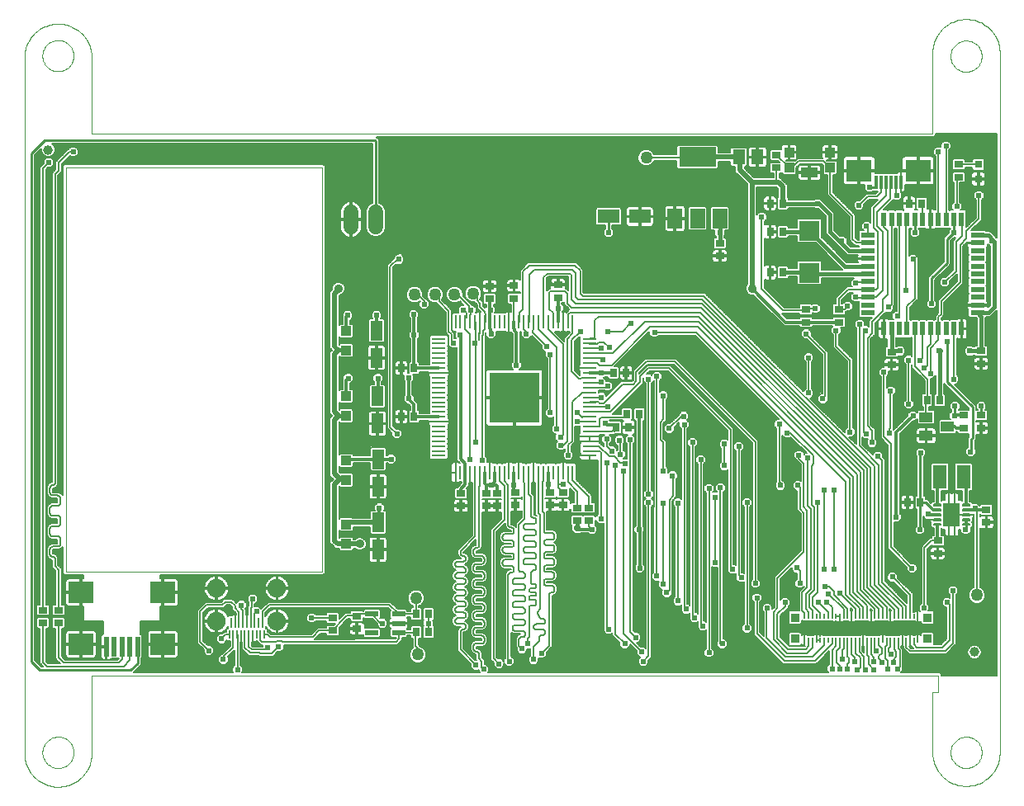
<source format=gtl>
G75*
%MOIN*%
%OFA0B0*%
%FSLAX24Y24*%
%IPPOS*%
%LPD*%
%AMOC8*
5,1,8,0,0,1.08239X$1,22.5*
%
%ADD10C,0.0000*%
%ADD11R,0.0110X0.1496*%
%ADD12R,0.0650X0.0945*%
%ADD13C,0.0055*%
%ADD14R,0.0551X0.0945*%
%ADD15R,0.0276X0.0354*%
%ADD16R,0.0354X0.0276*%
%ADD17R,0.0551X0.0394*%
%ADD18R,0.0580X0.0110*%
%ADD19R,0.0110X0.0580*%
%ADD20R,0.2050X0.2050*%
%ADD21R,0.0394X0.0394*%
%ADD22R,0.0472X0.0787*%
%ADD23R,0.0091X0.0197*%
%ADD24R,0.0354X0.0362*%
%ADD25R,0.0591X0.0787*%
%ADD26R,0.1496X0.0787*%
%ADD27R,0.0512X0.0591*%
%ADD28C,0.0394*%
%ADD29R,0.0200X0.0580*%
%ADD30R,0.0580X0.0200*%
%ADD31R,0.0800X0.0800*%
%ADD32R,0.0315X0.0315*%
%ADD33C,0.0500*%
%ADD34R,0.0984X0.0866*%
%ADD35R,0.0197X0.0787*%
%ADD36R,0.0669X0.0394*%
%ADD37C,0.0600*%
%ADD38R,0.0866X0.0551*%
%ADD39R,0.0520X0.0220*%
%ADD40R,0.0118X0.0551*%
%ADD41R,0.1043X0.0906*%
%ADD42R,0.0091X0.0394*%
%ADD43R,0.0091X0.0335*%
%ADD44C,0.0748*%
%ADD45C,0.0060*%
%ADD46C,0.0240*%
%ADD47C,0.0238*%
%ADD48C,0.0160*%
%ADD49C,0.0197*%
%ADD50C,0.0120*%
%ADD51C,0.0079*%
%ADD52C,0.0118*%
%ADD53C,0.0277*%
%ADD54C,0.0356*%
%ADD55C,0.0100*%
D10*
X000150Y004791D02*
X000150Y032921D01*
X000878Y032940D02*
X000880Y032990D01*
X000886Y033040D01*
X000896Y033089D01*
X000910Y033137D01*
X000927Y033184D01*
X000948Y033229D01*
X000973Y033273D01*
X001001Y033314D01*
X001033Y033353D01*
X001067Y033390D01*
X001104Y033424D01*
X001144Y033454D01*
X001186Y033481D01*
X001230Y033505D01*
X001276Y033526D01*
X001323Y033542D01*
X001371Y033555D01*
X001421Y033564D01*
X001470Y033569D01*
X001521Y033570D01*
X001571Y033567D01*
X001620Y033560D01*
X001669Y033549D01*
X001717Y033534D01*
X001763Y033516D01*
X001808Y033494D01*
X001851Y033468D01*
X001892Y033439D01*
X001931Y033407D01*
X001967Y033372D01*
X001999Y033334D01*
X002029Y033294D01*
X002056Y033251D01*
X002079Y033207D01*
X002098Y033161D01*
X002114Y033113D01*
X002126Y033064D01*
X002134Y033015D01*
X002138Y032965D01*
X002138Y032915D01*
X002134Y032865D01*
X002126Y032816D01*
X002114Y032767D01*
X002098Y032719D01*
X002079Y032673D01*
X002056Y032629D01*
X002029Y032586D01*
X001999Y032546D01*
X001967Y032508D01*
X001931Y032473D01*
X001892Y032441D01*
X001851Y032412D01*
X001808Y032386D01*
X001763Y032364D01*
X001717Y032346D01*
X001669Y032331D01*
X001620Y032320D01*
X001571Y032313D01*
X001521Y032310D01*
X001470Y032311D01*
X001421Y032316D01*
X001371Y032325D01*
X001323Y032338D01*
X001276Y032354D01*
X001230Y032375D01*
X001186Y032399D01*
X001144Y032426D01*
X001104Y032456D01*
X001067Y032490D01*
X001033Y032527D01*
X001001Y032566D01*
X000973Y032607D01*
X000948Y032651D01*
X000927Y032696D01*
X000910Y032743D01*
X000896Y032791D01*
X000886Y032840D01*
X000880Y032890D01*
X000878Y032940D01*
X000150Y032920D02*
X000154Y032992D01*
X000163Y033064D01*
X000175Y033136D01*
X000191Y033206D01*
X000211Y033276D01*
X000234Y033344D01*
X000261Y033411D01*
X000292Y033477D01*
X000326Y033541D01*
X000363Y033603D01*
X000403Y033663D01*
X000447Y033720D01*
X000494Y033776D01*
X000543Y033828D01*
X000596Y033878D01*
X000651Y033925D01*
X000708Y033970D01*
X000768Y034011D01*
X000829Y034048D01*
X000893Y034083D01*
X000958Y034114D01*
X001025Y034141D01*
X001094Y034165D01*
X001163Y034185D01*
X001233Y034202D01*
X001305Y034215D01*
X001377Y034224D01*
X001449Y034229D01*
X001521Y034230D01*
X001593Y034227D01*
X001665Y034221D01*
X001737Y034211D01*
X001808Y034196D01*
X001878Y034179D01*
X001947Y034157D01*
X002015Y034132D01*
X002081Y034103D01*
X002146Y034071D01*
X002209Y034035D01*
X002270Y033996D01*
X002329Y033954D01*
X002385Y033909D01*
X002439Y033861D01*
X002491Y033810D01*
X002539Y033756D01*
X002585Y033700D01*
X002628Y033641D01*
X002667Y033581D01*
X002703Y033518D01*
X002736Y033454D01*
X002765Y033387D01*
X002791Y033320D01*
X002813Y033251D01*
X002831Y033181D01*
X002846Y033110D01*
X002857Y033038D01*
X002864Y032966D01*
X002867Y032894D01*
X002866Y032822D01*
X002866Y029791D01*
X036803Y029791D01*
X036803Y033058D01*
X036805Y033130D01*
X036811Y033202D01*
X036820Y033274D01*
X036834Y033345D01*
X036851Y033415D01*
X036872Y033485D01*
X036896Y033553D01*
X036924Y033619D01*
X036956Y033684D01*
X036991Y033747D01*
X037029Y033809D01*
X037071Y033868D01*
X037116Y033925D01*
X037163Y033979D01*
X037214Y034031D01*
X037267Y034080D01*
X037322Y034126D01*
X037380Y034169D01*
X037441Y034209D01*
X037503Y034246D01*
X037567Y034279D01*
X037633Y034309D01*
X037700Y034335D01*
X037769Y034358D01*
X037839Y034377D01*
X037909Y034392D01*
X037981Y034404D01*
X038053Y034412D01*
X038125Y034416D01*
X038197Y034416D01*
X038269Y034412D01*
X038341Y034404D01*
X038413Y034392D01*
X038483Y034377D01*
X038553Y034358D01*
X038622Y034335D01*
X038689Y034309D01*
X038755Y034279D01*
X038819Y034246D01*
X038881Y034209D01*
X038942Y034169D01*
X039000Y034126D01*
X039055Y034080D01*
X039108Y034031D01*
X039159Y033979D01*
X039206Y033925D01*
X039251Y033868D01*
X039293Y033809D01*
X039331Y033747D01*
X039366Y033684D01*
X039398Y033619D01*
X039426Y033553D01*
X039450Y033485D01*
X039471Y033415D01*
X039488Y033345D01*
X039502Y033274D01*
X039511Y033202D01*
X039517Y033130D01*
X039519Y033058D01*
X039520Y033058D02*
X039520Y004791D01*
X037531Y004791D02*
X037533Y004841D01*
X037539Y004891D01*
X037549Y004940D01*
X037563Y004988D01*
X037580Y005035D01*
X037601Y005080D01*
X037626Y005124D01*
X037654Y005165D01*
X037686Y005204D01*
X037720Y005241D01*
X037757Y005275D01*
X037797Y005305D01*
X037839Y005332D01*
X037883Y005356D01*
X037929Y005377D01*
X037976Y005393D01*
X038024Y005406D01*
X038074Y005415D01*
X038123Y005420D01*
X038174Y005421D01*
X038224Y005418D01*
X038273Y005411D01*
X038322Y005400D01*
X038370Y005385D01*
X038416Y005367D01*
X038461Y005345D01*
X038504Y005319D01*
X038545Y005290D01*
X038584Y005258D01*
X038620Y005223D01*
X038652Y005185D01*
X038682Y005145D01*
X038709Y005102D01*
X038732Y005058D01*
X038751Y005012D01*
X038767Y004964D01*
X038779Y004915D01*
X038787Y004866D01*
X038791Y004816D01*
X038791Y004766D01*
X038787Y004716D01*
X038779Y004667D01*
X038767Y004618D01*
X038751Y004570D01*
X038732Y004524D01*
X038709Y004480D01*
X038682Y004437D01*
X038652Y004397D01*
X038620Y004359D01*
X038584Y004324D01*
X038545Y004292D01*
X038504Y004263D01*
X038461Y004237D01*
X038416Y004215D01*
X038370Y004197D01*
X038322Y004182D01*
X038273Y004171D01*
X038224Y004164D01*
X038174Y004161D01*
X038123Y004162D01*
X038074Y004167D01*
X038024Y004176D01*
X037976Y004189D01*
X037929Y004205D01*
X037883Y004226D01*
X037839Y004250D01*
X037797Y004277D01*
X037757Y004307D01*
X037720Y004341D01*
X037686Y004378D01*
X037654Y004417D01*
X037626Y004458D01*
X037601Y004502D01*
X037580Y004547D01*
X037563Y004594D01*
X037549Y004642D01*
X037539Y004691D01*
X037533Y004741D01*
X037531Y004791D01*
X036803Y004791D02*
X036805Y004719D01*
X036811Y004647D01*
X036820Y004575D01*
X036834Y004504D01*
X036851Y004434D01*
X036872Y004364D01*
X036896Y004296D01*
X036924Y004230D01*
X036956Y004165D01*
X036991Y004102D01*
X037029Y004040D01*
X037071Y003981D01*
X037116Y003924D01*
X037163Y003870D01*
X037214Y003818D01*
X037267Y003769D01*
X037322Y003723D01*
X037380Y003680D01*
X037441Y003640D01*
X037503Y003603D01*
X037567Y003570D01*
X037633Y003540D01*
X037700Y003514D01*
X037769Y003491D01*
X037839Y003472D01*
X037909Y003457D01*
X037981Y003445D01*
X038053Y003437D01*
X038125Y003433D01*
X038197Y003433D01*
X038269Y003437D01*
X038341Y003445D01*
X038413Y003457D01*
X038483Y003472D01*
X038553Y003491D01*
X038622Y003514D01*
X038689Y003540D01*
X038755Y003570D01*
X038819Y003603D01*
X038881Y003640D01*
X038942Y003680D01*
X039000Y003723D01*
X039055Y003769D01*
X039108Y003818D01*
X039159Y003870D01*
X039206Y003924D01*
X039251Y003981D01*
X039293Y004040D01*
X039331Y004102D01*
X039366Y004165D01*
X039398Y004230D01*
X039426Y004296D01*
X039450Y004364D01*
X039471Y004434D01*
X039488Y004504D01*
X039502Y004575D01*
X039511Y004647D01*
X039517Y004719D01*
X039519Y004791D01*
X036803Y004791D02*
X036803Y007212D01*
X037039Y007212D01*
X037039Y007901D01*
X002866Y007901D01*
X002866Y004732D01*
X002867Y004731D02*
X002863Y004659D01*
X002856Y004587D01*
X002845Y004516D01*
X002830Y004445D01*
X002811Y004375D01*
X002789Y004306D01*
X002763Y004239D01*
X002733Y004173D01*
X002700Y004108D01*
X002664Y004046D01*
X002624Y003985D01*
X002581Y003927D01*
X002535Y003871D01*
X002486Y003818D01*
X002435Y003767D01*
X002380Y003719D01*
X002324Y003674D01*
X002265Y003632D01*
X002204Y003594D01*
X002141Y003558D01*
X002076Y003526D01*
X002009Y003498D01*
X001941Y003473D01*
X001872Y003452D01*
X001802Y003434D01*
X001731Y003420D01*
X001659Y003410D01*
X001587Y003404D01*
X001515Y003402D01*
X001442Y003404D01*
X001370Y003409D01*
X001298Y003418D01*
X001227Y003431D01*
X001157Y003448D01*
X001087Y003469D01*
X001019Y003493D01*
X000953Y003521D01*
X000887Y003552D01*
X000824Y003587D01*
X000762Y003625D01*
X000703Y003666D01*
X000646Y003711D01*
X000591Y003758D01*
X000539Y003808D01*
X000490Y003861D01*
X000443Y003917D01*
X000400Y003974D01*
X000359Y004035D01*
X000322Y004097D01*
X000289Y004161D01*
X000259Y004226D01*
X000232Y004294D01*
X000209Y004362D01*
X000189Y004432D01*
X000174Y004503D01*
X000162Y004574D01*
X000154Y004646D01*
X000150Y004718D01*
X000149Y004791D01*
X000878Y004791D02*
X000880Y004841D01*
X000886Y004891D01*
X000896Y004940D01*
X000910Y004988D01*
X000927Y005035D01*
X000948Y005080D01*
X000973Y005124D01*
X001001Y005165D01*
X001033Y005204D01*
X001067Y005241D01*
X001104Y005275D01*
X001144Y005305D01*
X001186Y005332D01*
X001230Y005356D01*
X001276Y005377D01*
X001323Y005393D01*
X001371Y005406D01*
X001421Y005415D01*
X001470Y005420D01*
X001521Y005421D01*
X001571Y005418D01*
X001620Y005411D01*
X001669Y005400D01*
X001717Y005385D01*
X001763Y005367D01*
X001808Y005345D01*
X001851Y005319D01*
X001892Y005290D01*
X001931Y005258D01*
X001967Y005223D01*
X001999Y005185D01*
X002029Y005145D01*
X002056Y005102D01*
X002079Y005058D01*
X002098Y005012D01*
X002114Y004964D01*
X002126Y004915D01*
X002134Y004866D01*
X002138Y004816D01*
X002138Y004766D01*
X002134Y004716D01*
X002126Y004667D01*
X002114Y004618D01*
X002098Y004570D01*
X002079Y004524D01*
X002056Y004480D01*
X002029Y004437D01*
X001999Y004397D01*
X001967Y004359D01*
X001931Y004324D01*
X001892Y004292D01*
X001851Y004263D01*
X001808Y004237D01*
X001763Y004215D01*
X001717Y004197D01*
X001669Y004182D01*
X001620Y004171D01*
X001571Y004164D01*
X001521Y004161D01*
X001470Y004162D01*
X001421Y004167D01*
X001371Y004176D01*
X001323Y004189D01*
X001276Y004205D01*
X001230Y004226D01*
X001186Y004250D01*
X001144Y004277D01*
X001104Y004307D01*
X001067Y004341D01*
X001033Y004378D01*
X001001Y004417D01*
X000973Y004458D01*
X000948Y004502D01*
X000927Y004547D01*
X000910Y004594D01*
X000896Y004642D01*
X000886Y004691D01*
X000880Y004741D01*
X000878Y004791D01*
X001823Y012094D02*
X001823Y028432D01*
X012158Y028432D01*
X012158Y012094D01*
X001823Y012094D01*
X037531Y032921D02*
X037533Y032971D01*
X037539Y033021D01*
X037549Y033070D01*
X037563Y033118D01*
X037580Y033165D01*
X037601Y033210D01*
X037626Y033254D01*
X037654Y033295D01*
X037686Y033334D01*
X037720Y033371D01*
X037757Y033405D01*
X037797Y033435D01*
X037839Y033462D01*
X037883Y033486D01*
X037929Y033507D01*
X037976Y033523D01*
X038024Y033536D01*
X038074Y033545D01*
X038123Y033550D01*
X038174Y033551D01*
X038224Y033548D01*
X038273Y033541D01*
X038322Y033530D01*
X038370Y033515D01*
X038416Y033497D01*
X038461Y033475D01*
X038504Y033449D01*
X038545Y033420D01*
X038584Y033388D01*
X038620Y033353D01*
X038652Y033315D01*
X038682Y033275D01*
X038709Y033232D01*
X038732Y033188D01*
X038751Y033142D01*
X038767Y033094D01*
X038779Y033045D01*
X038787Y032996D01*
X038791Y032946D01*
X038791Y032896D01*
X038787Y032846D01*
X038779Y032797D01*
X038767Y032748D01*
X038751Y032700D01*
X038732Y032654D01*
X038709Y032610D01*
X038682Y032567D01*
X038652Y032527D01*
X038620Y032489D01*
X038584Y032454D01*
X038545Y032422D01*
X038504Y032393D01*
X038461Y032367D01*
X038416Y032345D01*
X038370Y032327D01*
X038322Y032312D01*
X038273Y032301D01*
X038224Y032294D01*
X038174Y032291D01*
X038123Y032292D01*
X038074Y032297D01*
X038024Y032306D01*
X037976Y032319D01*
X037929Y032335D01*
X037883Y032356D01*
X037839Y032380D01*
X037797Y032407D01*
X037757Y032437D01*
X037720Y032471D01*
X037686Y032508D01*
X037654Y032547D01*
X037626Y032588D01*
X037601Y032632D01*
X037580Y032677D01*
X037563Y032724D01*
X037549Y032772D01*
X037539Y032821D01*
X037533Y032871D01*
X037531Y032921D01*
D11*
X037473Y014400D03*
X037690Y014400D03*
D12*
X037581Y014400D03*
D13*
X037141Y014372D02*
X036861Y014372D01*
X036861Y014428D01*
X037141Y014428D01*
X037141Y014372D01*
X037141Y014426D02*
X036861Y014426D01*
X036861Y014569D02*
X037141Y014569D01*
X036861Y014569D02*
X036861Y014625D01*
X037141Y014625D01*
X037141Y014569D01*
X037141Y014623D02*
X036861Y014623D01*
X036861Y014765D02*
X037141Y014765D01*
X036861Y014765D02*
X036861Y014821D01*
X037141Y014821D01*
X037141Y014765D01*
X037141Y014819D02*
X036861Y014819D01*
X036861Y014175D02*
X037141Y014175D01*
X036861Y014175D02*
X036861Y014231D01*
X037141Y014231D01*
X037141Y014175D01*
X037141Y014229D02*
X036861Y014229D01*
X036861Y013978D02*
X037141Y013978D01*
X036861Y013978D02*
X036861Y014034D01*
X037141Y014034D01*
X037141Y013978D01*
X037141Y014032D02*
X036861Y014032D01*
X038022Y014034D02*
X038302Y014034D01*
X038302Y013978D01*
X038022Y013978D01*
X038022Y014034D01*
X038022Y014032D02*
X038302Y014032D01*
X038302Y014231D02*
X038022Y014231D01*
X038302Y014231D02*
X038302Y014175D01*
X038022Y014175D01*
X038022Y014231D01*
X038022Y014229D02*
X038302Y014229D01*
X038302Y014428D02*
X038022Y014428D01*
X038302Y014428D02*
X038302Y014372D01*
X038022Y014372D01*
X038022Y014428D01*
X038022Y014426D02*
X038302Y014426D01*
X038302Y014625D02*
X038022Y014625D01*
X038302Y014625D02*
X038302Y014569D01*
X038022Y014569D01*
X038022Y014625D01*
X038022Y014623D02*
X038302Y014623D01*
X038302Y014821D02*
X038022Y014821D01*
X038302Y014821D02*
X038302Y014765D01*
X038022Y014765D01*
X038022Y014821D01*
X038022Y014819D02*
X038302Y014819D01*
D14*
X038054Y015916D03*
X037109Y015916D03*
D15*
X036314Y014898D03*
X035802Y014898D03*
X036587Y019023D03*
X037099Y019023D03*
X030760Y024180D03*
X030248Y024180D03*
X030248Y025834D03*
X030760Y025834D03*
X030760Y026976D03*
X030248Y026976D03*
X035858Y026976D03*
X036370Y026976D03*
X024973Y018472D03*
X024461Y018472D03*
X024539Y017921D03*
X024028Y017921D03*
X023929Y020125D03*
X024441Y020125D03*
X015878Y020322D03*
X015366Y020322D03*
X015366Y018354D03*
X015878Y018354D03*
X015957Y010381D03*
X016469Y010381D03*
X016469Y009653D03*
X015957Y009653D03*
D16*
X013575Y009791D03*
X013575Y010302D03*
X012591Y010224D03*
X012591Y009712D03*
X017768Y014751D03*
X017768Y015263D03*
X018791Y015263D03*
X019244Y015263D03*
X019244Y014751D03*
X018791Y014751D03*
X019973Y014791D03*
X019973Y015302D03*
X021370Y015302D03*
X021882Y015302D03*
X021882Y014791D03*
X021370Y014791D03*
X022453Y014673D03*
X022945Y014673D03*
X022945Y014161D03*
X022453Y014161D03*
X031685Y022173D03*
X031685Y022684D03*
X033024Y022684D03*
X033024Y022173D03*
X035150Y020972D03*
X035150Y020460D03*
X038063Y018413D03*
X038063Y017901D03*
X038772Y017901D03*
X038772Y018413D03*
X038772Y020499D03*
X038772Y021011D03*
X038979Y014597D03*
X038979Y014085D03*
X037017Y013344D03*
X037017Y012833D03*
X028221Y024850D03*
X028221Y025361D03*
X030504Y028413D03*
X030504Y028924D03*
X037866Y028550D03*
X037866Y028039D03*
X021685Y023688D03*
X021685Y023176D03*
X019913Y023137D03*
X019913Y023649D03*
X018929Y023629D03*
X018929Y023117D03*
X001528Y010539D03*
X001528Y010027D03*
X000898Y010027D03*
X000898Y010539D03*
D17*
X036547Y017586D03*
X037413Y017960D03*
X036547Y018334D03*
D18*
X022953Y018351D03*
X022953Y018161D03*
X022953Y017961D03*
X022953Y017761D03*
X022953Y017571D03*
X022953Y017371D03*
X022953Y017171D03*
X022953Y016971D03*
X022953Y016781D03*
X022953Y018551D03*
X022953Y018751D03*
X022953Y018941D03*
X022953Y019141D03*
X022953Y019341D03*
X022953Y019531D03*
X022953Y019731D03*
X022953Y019931D03*
X022953Y020121D03*
X022953Y020321D03*
X022953Y020521D03*
X022953Y020711D03*
X022953Y020911D03*
X022953Y021111D03*
X022953Y021311D03*
X022953Y021501D03*
X016873Y021501D03*
X016873Y021311D03*
X016873Y021111D03*
X016873Y020911D03*
X016873Y020711D03*
X016873Y020521D03*
X016873Y020321D03*
X016873Y020121D03*
X016873Y019931D03*
X016873Y019731D03*
X016873Y019531D03*
X016873Y019341D03*
X016873Y019141D03*
X016873Y018941D03*
X016873Y018751D03*
X016873Y018551D03*
X016873Y018351D03*
X016873Y018161D03*
X016873Y017961D03*
X016873Y017761D03*
X016873Y017571D03*
X016873Y017371D03*
X016873Y017171D03*
X016873Y016971D03*
X016873Y016781D03*
D19*
X017553Y016101D03*
X017743Y016101D03*
X017943Y016101D03*
X018143Y016101D03*
X018343Y016101D03*
X018533Y016101D03*
X018733Y016101D03*
X018933Y016101D03*
X019123Y016101D03*
X019323Y016101D03*
X019523Y016101D03*
X019713Y016101D03*
X019913Y016101D03*
X020113Y016101D03*
X020303Y016101D03*
X020503Y016101D03*
X020703Y016101D03*
X020893Y016101D03*
X021093Y016101D03*
X021293Y016101D03*
X021483Y016101D03*
X021683Y016101D03*
X021883Y016101D03*
X022083Y016101D03*
X022273Y016101D03*
X022273Y022181D03*
X022083Y022181D03*
X021883Y022181D03*
X021683Y022181D03*
X021483Y022181D03*
X021293Y022181D03*
X021093Y022181D03*
X020893Y022181D03*
X020703Y022181D03*
X020503Y022181D03*
X020303Y022181D03*
X020113Y022181D03*
X019913Y022181D03*
X019713Y022181D03*
X019523Y022181D03*
X019323Y022181D03*
X019123Y022181D03*
X018933Y022181D03*
X018733Y022181D03*
X018533Y022181D03*
X018343Y022181D03*
X018143Y022181D03*
X017943Y022181D03*
X017743Y022181D03*
X017553Y022181D03*
D20*
X019923Y019121D03*
D21*
X013142Y019180D03*
X013142Y018393D03*
X013142Y016582D03*
X013142Y015795D03*
X013142Y014003D03*
X013142Y013216D03*
X013142Y021031D03*
X013142Y021818D03*
X031016Y028413D03*
X031016Y029043D03*
X032669Y029043D03*
X032669Y028413D03*
D22*
X014362Y021838D03*
X014362Y020736D03*
X014402Y019180D03*
X014402Y018078D03*
X014421Y016641D03*
X014421Y015539D03*
X014421Y014082D03*
X014421Y012980D03*
D23*
X031646Y010283D03*
X031803Y010283D03*
X031961Y010283D03*
X032118Y010283D03*
X032276Y010283D03*
X032433Y010283D03*
X032591Y010283D03*
X032748Y010283D03*
X032906Y010283D03*
X033063Y010283D03*
X033221Y010283D03*
X033378Y010283D03*
X033536Y010283D03*
X033693Y010283D03*
X033850Y010283D03*
X034008Y010283D03*
X034165Y010283D03*
X034323Y010283D03*
X034480Y010283D03*
X034638Y010283D03*
X034795Y010283D03*
X034953Y010283D03*
X035110Y010283D03*
X035268Y010283D03*
X035425Y010283D03*
X035583Y010283D03*
X035740Y010283D03*
X035898Y010283D03*
X036055Y010283D03*
X036213Y010283D03*
X036213Y009338D03*
X036055Y009338D03*
X035898Y009338D03*
X035740Y009338D03*
X035583Y009338D03*
X035425Y009338D03*
X035268Y009338D03*
X035110Y009338D03*
X034953Y009338D03*
X034795Y009338D03*
X034638Y009338D03*
X034480Y009338D03*
X034323Y009338D03*
X034165Y009338D03*
X034008Y009338D03*
X033850Y009338D03*
X033693Y009338D03*
X033536Y009338D03*
X033378Y009338D03*
X033221Y009338D03*
X033063Y009338D03*
X032906Y009338D03*
X032748Y009338D03*
X032591Y009338D03*
X032433Y009338D03*
X032276Y009338D03*
X032118Y009338D03*
X031961Y009338D03*
X031803Y009338D03*
X031646Y009338D03*
D24*
X031252Y009377D03*
X031252Y010243D03*
X036606Y010243D03*
X036606Y009377D03*
D25*
X028221Y026365D03*
X027315Y026365D03*
X026410Y026365D03*
D26*
X027315Y028846D03*
D27*
X028988Y028846D03*
X029736Y028846D03*
D28*
X038496Y008846D03*
X001114Y029141D03*
D29*
X034840Y026331D03*
X035150Y026331D03*
X035470Y026331D03*
X035780Y026331D03*
X036100Y026331D03*
X036410Y026331D03*
X036720Y026331D03*
X037040Y026331D03*
X037350Y026331D03*
X037670Y026331D03*
X037980Y026331D03*
X037980Y021911D03*
X037670Y021911D03*
X037350Y021911D03*
X037040Y021911D03*
X036720Y021911D03*
X036410Y021911D03*
X036100Y021911D03*
X035780Y021911D03*
X035470Y021911D03*
X035150Y021911D03*
X034840Y021911D03*
D30*
X034200Y022551D03*
X034200Y022861D03*
X034200Y023181D03*
X034200Y023491D03*
X034200Y023811D03*
X034200Y024121D03*
X034200Y024431D03*
X034200Y024751D03*
X034200Y025061D03*
X034200Y025381D03*
X034200Y025691D03*
X038620Y025691D03*
X038620Y025381D03*
X038620Y025061D03*
X038620Y024751D03*
X038620Y024431D03*
X038620Y024121D03*
X038620Y023811D03*
X038620Y023491D03*
X038620Y023181D03*
X038620Y022861D03*
X038620Y022551D03*
D31*
X031832Y024173D03*
X031832Y025873D03*
D32*
X038654Y027960D03*
X038654Y028550D03*
D33*
X025248Y028826D03*
X018260Y023334D03*
X017512Y023295D03*
X016724Y023295D03*
X015898Y023295D03*
X015957Y011031D03*
X016036Y008747D03*
X038595Y011149D03*
D34*
X005740Y011247D03*
X005740Y009161D03*
X002433Y009161D03*
X002433Y011247D03*
D35*
X003457Y009062D03*
X003772Y009062D03*
X004087Y009062D03*
X004402Y009062D03*
X004717Y009062D03*
D36*
X031843Y028216D03*
D37*
X014331Y026626D02*
X014331Y026026D01*
X013331Y026026D02*
X013331Y026626D01*
D38*
X023732Y026444D03*
X024992Y026444D03*
D39*
X015257Y010377D03*
X015257Y010007D03*
X015257Y009637D03*
X014177Y009637D03*
X014177Y010377D03*
D40*
X034539Y027842D03*
X034736Y027842D03*
X034933Y027842D03*
X035130Y027842D03*
X035327Y027842D03*
X035524Y027842D03*
D41*
X036223Y028295D03*
X033841Y028295D03*
D42*
X009756Y010027D03*
X009599Y010027D03*
X009441Y010027D03*
X009284Y010027D03*
X009126Y010027D03*
X008969Y010027D03*
X008811Y010027D03*
X008654Y010027D03*
X008496Y010027D03*
D43*
X008417Y009545D03*
X008575Y009545D03*
X008732Y009545D03*
X008890Y009545D03*
X009047Y009545D03*
X009205Y009545D03*
X009362Y009545D03*
X009520Y009545D03*
X009677Y009545D03*
X009835Y009545D03*
D44*
X010347Y010102D03*
X010347Y011424D03*
X007906Y011424D03*
X007906Y010102D03*
D45*
X007876Y010101D02*
X007356Y010101D01*
X007402Y010072D02*
X007402Y010062D01*
X007414Y009984D01*
X007439Y009908D01*
X007475Y009837D01*
X007521Y009773D01*
X007577Y009717D01*
X007641Y009671D01*
X007712Y009635D01*
X007788Y009610D01*
X007866Y009598D01*
X007876Y009598D01*
X007876Y010072D01*
X007936Y010072D01*
X007936Y009598D01*
X007945Y009598D01*
X008024Y009610D01*
X008099Y009635D01*
X008170Y009671D01*
X008234Y009717D01*
X008290Y009773D01*
X008337Y009837D01*
X008361Y009885D01*
X008361Y009802D01*
X008335Y009802D01*
X008282Y009749D01*
X008282Y009665D01*
X008220Y009665D01*
X008142Y009586D01*
X008016Y009586D01*
X007893Y009464D01*
X007893Y009291D01*
X008016Y009168D01*
X008189Y009168D01*
X008311Y009291D01*
X008311Y009311D01*
X008335Y009287D01*
X008455Y009287D01*
X008455Y009092D01*
X008122Y008760D01*
X008095Y008760D01*
X007972Y008637D01*
X007972Y008464D01*
X008095Y008341D01*
X008268Y008341D01*
X008390Y008464D01*
X008390Y008637D01*
X008365Y008663D01*
X008625Y008923D01*
X008632Y008930D01*
X008632Y008313D01*
X008543Y008224D01*
X008543Y008050D01*
X008563Y008031D01*
X004552Y008031D01*
X004857Y008335D01*
X004857Y008583D01*
X004905Y008631D01*
X004905Y009493D01*
X004852Y009546D01*
X004845Y009546D01*
X004845Y010095D01*
X005615Y010095D01*
X005632Y010113D01*
X005632Y010684D01*
X005710Y010684D01*
X005710Y011217D01*
X005770Y011217D01*
X005770Y010684D01*
X006249Y010684D01*
X006283Y010693D01*
X006312Y010710D01*
X006336Y010734D01*
X006354Y010764D01*
X006362Y010797D01*
X006362Y011217D01*
X005770Y011217D01*
X005770Y011277D01*
X006362Y011277D01*
X006362Y011698D01*
X006354Y011731D01*
X006336Y011760D01*
X006312Y011784D01*
X006283Y011802D01*
X006249Y011810D01*
X005770Y011810D01*
X005770Y011277D01*
X005710Y011277D01*
X005710Y011810D01*
X005632Y011810D01*
X005632Y011964D01*
X012211Y011964D01*
X012288Y012040D01*
X012288Y028486D01*
X012211Y028562D01*
X001769Y028562D01*
X001693Y028486D01*
X001693Y015180D01*
X001660Y015237D01*
X001660Y015237D01*
X001660Y015237D01*
X001555Y015298D01*
X001300Y015298D01*
X001300Y015471D01*
X001345Y015471D01*
X001450Y015531D01*
X001450Y015531D01*
X001450Y015531D01*
X001510Y015636D01*
X001510Y028107D01*
X001577Y028175D01*
X001648Y028245D01*
X001648Y028560D01*
X001986Y028899D01*
X002032Y028853D01*
X002205Y028853D01*
X002327Y028976D01*
X002327Y029149D01*
X002205Y029271D01*
X002032Y029271D01*
X001943Y029182D01*
X001931Y029182D01*
X001408Y028659D01*
X001408Y028344D01*
X001270Y028206D01*
X001270Y015711D01*
X001225Y015711D01*
X001120Y015651D01*
X001060Y015546D01*
X001060Y015222D01*
X001120Y015118D01*
X001120Y015118D01*
X001120Y015118D01*
X001225Y015058D01*
X001480Y015058D01*
X001480Y014884D01*
X001225Y014884D01*
X001120Y014824D01*
X001120Y014824D01*
X001060Y014719D01*
X001060Y014395D01*
X001120Y014291D01*
X001120Y014291D01*
X001120Y014291D01*
X001225Y014231D01*
X001480Y014231D01*
X001480Y014057D01*
X001225Y014057D01*
X001120Y013997D01*
X001120Y013997D01*
X001120Y013997D01*
X001060Y013892D01*
X001060Y013568D01*
X001120Y013464D01*
X001120Y013464D01*
X001225Y013403D01*
X001480Y013403D01*
X001480Y013230D01*
X001225Y013230D01*
X001120Y013170D01*
X001120Y013170D01*
X001120Y013170D01*
X001060Y013065D01*
X001060Y012741D01*
X001120Y012637D01*
X001120Y012637D01*
X001120Y012637D01*
X001225Y012576D01*
X001270Y012576D01*
X001270Y012261D01*
X001340Y012190D01*
X001408Y012123D01*
X001408Y010766D01*
X001313Y010766D01*
X001260Y010714D01*
X001260Y010364D01*
X001313Y010311D01*
X001742Y010311D01*
X001795Y010364D01*
X001795Y010714D01*
X001742Y010766D01*
X001648Y010766D01*
X001648Y012222D01*
X001510Y012360D01*
X001510Y012652D01*
X001450Y012756D01*
X001345Y012816D01*
X001300Y012816D01*
X001300Y012990D01*
X001555Y012990D01*
X001660Y013050D01*
X001693Y013108D01*
X001693Y012040D01*
X001769Y011964D01*
X002541Y011964D01*
X002541Y011810D01*
X002463Y011810D01*
X002463Y011277D01*
X002403Y011277D01*
X002403Y011217D01*
X002463Y011217D01*
X002463Y010684D01*
X002541Y010684D01*
X002541Y010113D01*
X002559Y010095D01*
X003328Y010095D01*
X003328Y009583D01*
X003308Y009577D01*
X003279Y009560D01*
X003254Y009536D01*
X003237Y009506D01*
X003228Y009473D01*
X003228Y009081D01*
X003438Y009081D01*
X003438Y009043D01*
X003476Y009043D01*
X003476Y008539D01*
X003572Y008539D01*
X003605Y008547D01*
X003635Y008565D01*
X003649Y008579D01*
X003907Y008579D01*
X003929Y008600D01*
X003948Y008582D01*
X003899Y008533D01*
X001794Y008533D01*
X001648Y008679D01*
X001648Y009799D01*
X001742Y009799D01*
X001795Y009852D01*
X001795Y010202D01*
X001742Y010255D01*
X001313Y010255D01*
X001260Y010202D01*
X001260Y009852D01*
X001313Y009799D01*
X001408Y009799D01*
X001408Y008580D01*
X001018Y008580D01*
X001018Y008522D02*
X001465Y008522D01*
X001478Y008509D02*
X001592Y008395D01*
X001105Y008395D01*
X001018Y008482D01*
X001018Y009799D01*
X001112Y009799D01*
X001165Y009852D01*
X001165Y010202D01*
X001112Y010255D01*
X000683Y010255D01*
X000631Y010202D01*
X000631Y009852D01*
X000683Y009799D01*
X000778Y009799D01*
X000778Y008383D01*
X000848Y008312D01*
X000903Y008257D01*
X000838Y008257D01*
X000565Y008530D01*
X000565Y028926D01*
X000827Y029188D01*
X000827Y029084D01*
X000871Y028979D01*
X000952Y028898D01*
X001057Y028854D01*
X001171Y028854D01*
X001277Y028898D01*
X001357Y028979D01*
X001401Y029084D01*
X001401Y029198D01*
X001357Y029304D01*
X001277Y029384D01*
X001251Y029395D01*
X014191Y029395D01*
X014191Y026990D01*
X014110Y026957D01*
X014000Y026847D01*
X013941Y026704D01*
X013941Y025948D01*
X014000Y025805D01*
X014110Y025695D01*
X014253Y025636D01*
X014408Y025636D01*
X014552Y025695D01*
X014661Y025805D01*
X014721Y025948D01*
X014721Y026704D01*
X014661Y026847D01*
X014552Y026957D01*
X014471Y026990D01*
X014471Y029545D01*
X014389Y029627D01*
X014356Y029661D01*
X036857Y029661D01*
X036933Y029737D01*
X036933Y029791D01*
X039390Y029791D01*
X039390Y025594D01*
X039123Y025861D01*
X038967Y025861D01*
X038947Y025881D01*
X038379Y025881D01*
X038793Y026296D01*
X038793Y027115D01*
X038882Y027204D01*
X038882Y027377D01*
X038760Y027500D01*
X038587Y027500D01*
X038464Y027377D01*
X038464Y027204D01*
X038553Y027115D01*
X038553Y026395D01*
X038170Y026012D01*
X038170Y026659D01*
X038117Y026711D01*
X037938Y026711D01*
X037998Y026771D01*
X037998Y026945D01*
X037907Y027035D01*
X037907Y027811D01*
X038081Y027811D01*
X038133Y027864D01*
X038133Y028214D01*
X038081Y028266D01*
X037652Y028266D01*
X037599Y028214D01*
X037599Y027864D01*
X037652Y027811D01*
X037667Y027811D01*
X037667Y027035D01*
X037577Y026945D01*
X037577Y026771D01*
X037637Y026711D01*
X037532Y026711D01*
X037510Y026689D01*
X037487Y026711D01*
X037470Y026711D01*
X037470Y029118D01*
X037563Y029212D01*
X037563Y029385D01*
X037441Y029508D01*
X037268Y029508D01*
X037145Y029385D01*
X037145Y029252D01*
X037126Y029271D01*
X036953Y029271D01*
X036830Y029149D01*
X036830Y028976D01*
X036920Y028887D01*
X036920Y026711D01*
X036913Y026711D01*
X036899Y026725D01*
X036870Y026742D01*
X036837Y026751D01*
X036740Y026751D01*
X036740Y026351D01*
X036700Y026351D01*
X036700Y026751D01*
X036602Y026751D01*
X036583Y026746D01*
X036598Y026761D01*
X036598Y027190D01*
X036545Y027243D01*
X036195Y027243D01*
X036142Y027190D01*
X036142Y026761D01*
X036192Y026711D01*
X036093Y026711D01*
X036100Y026719D01*
X036117Y026748D01*
X036126Y026781D01*
X036126Y026946D01*
X035888Y026946D01*
X035888Y027006D01*
X035828Y027006D01*
X035828Y026946D01*
X035591Y026946D01*
X035591Y026781D01*
X035599Y026748D01*
X035617Y026719D01*
X035633Y026702D01*
X035625Y026694D01*
X035607Y026711D01*
X035332Y026711D01*
X035310Y026689D01*
X035287Y026711D01*
X035012Y026711D01*
X034995Y026694D01*
X034977Y026711D01*
X034819Y026711D01*
X035160Y027053D01*
X035230Y027123D01*
X035230Y027131D01*
X035280Y027082D01*
X035453Y027082D01*
X035575Y027204D01*
X035575Y027377D01*
X035516Y027436D01*
X035524Y027436D01*
X035600Y027436D01*
X035633Y027445D01*
X035663Y027462D01*
X035687Y027486D01*
X035704Y027516D01*
X035713Y027549D01*
X035713Y027712D01*
X036193Y027712D01*
X036193Y028265D01*
X035571Y028265D01*
X035571Y028247D01*
X035524Y028247D01*
X035524Y027842D01*
X035524Y027842D01*
X035524Y028247D01*
X035448Y028247D01*
X035414Y028239D01*
X035385Y028221D01*
X035371Y028207D01*
X035231Y028207D01*
X035228Y028205D01*
X035226Y028207D01*
X035034Y028207D01*
X035032Y028205D01*
X035029Y028207D01*
X034837Y028207D01*
X034835Y028205D01*
X034833Y028207D01*
X034640Y028207D01*
X034638Y028205D01*
X034636Y028207D01*
X034492Y028207D01*
X034492Y028265D01*
X033871Y028265D01*
X033871Y028325D01*
X033811Y028325D01*
X033811Y028877D01*
X033302Y028877D01*
X033269Y028868D01*
X033239Y028851D01*
X033215Y028827D01*
X033198Y028798D01*
X033189Y028764D01*
X033189Y028325D01*
X033811Y028325D01*
X033811Y028265D01*
X033871Y028265D01*
X033871Y027712D01*
X034055Y027712D01*
X034055Y027539D01*
X034177Y027416D01*
X034350Y027416D01*
X034420Y027485D01*
X034434Y027485D01*
X034443Y027476D01*
X034614Y027476D01*
X034410Y027476D01*
X034352Y027417D02*
X034556Y027417D01*
X034509Y027371D02*
X034135Y027371D01*
X033870Y027106D01*
X033744Y027106D01*
X033622Y026984D01*
X033622Y026810D01*
X033744Y026688D01*
X033917Y026688D01*
X034040Y026810D01*
X034040Y026936D01*
X034235Y027131D01*
X034604Y027131D01*
X034301Y026829D01*
X034301Y026192D01*
X034233Y026261D01*
X034059Y026261D01*
X033936Y026137D01*
X033936Y025963D01*
X034018Y025881D01*
X033872Y025881D01*
X033820Y025829D01*
X033820Y025554D01*
X033837Y025536D01*
X033820Y025519D01*
X033820Y025501D01*
X033782Y025501D01*
X033695Y025588D01*
X033695Y026514D01*
X033625Y026584D01*
X032789Y027419D01*
X032789Y028126D01*
X032903Y028126D01*
X032956Y028179D01*
X032956Y028647D01*
X032903Y028700D01*
X032552Y028700D01*
X032536Y028716D01*
X032639Y028716D01*
X032639Y029013D01*
X032343Y029013D01*
X032343Y028829D01*
X032348Y028808D01*
X031360Y028808D01*
X031290Y028738D01*
X031251Y028699D01*
X031250Y028700D01*
X030899Y028700D01*
X030882Y028716D01*
X030986Y028716D01*
X030986Y029013D01*
X031046Y029013D01*
X031046Y029073D01*
X030986Y029073D01*
X030986Y029369D01*
X030802Y029369D01*
X030769Y029361D01*
X030739Y029343D01*
X030715Y029319D01*
X030698Y029290D01*
X030689Y029257D01*
X030689Y029152D01*
X030290Y029152D01*
X030237Y029100D01*
X030237Y028749D01*
X030290Y028697D01*
X030562Y028697D01*
X030618Y028640D01*
X030290Y028640D01*
X030237Y028588D01*
X030237Y028238D01*
X030290Y028185D01*
X030384Y028185D01*
X030384Y028011D01*
X029598Y028011D01*
X029216Y028392D01*
X029216Y028460D01*
X029281Y028460D01*
X029334Y028513D01*
X029334Y029178D01*
X029281Y029231D01*
X028695Y029231D01*
X028153Y029231D01*
X028153Y029277D02*
X028100Y029329D01*
X026530Y029329D01*
X026477Y029277D01*
X026477Y028946D01*
X025566Y028946D01*
X025536Y029019D01*
X025441Y029114D01*
X026477Y029114D01*
X026477Y029172D02*
X014471Y029172D01*
X014471Y029114D02*
X025055Y029114D01*
X025056Y029114D02*
X024960Y029019D01*
X024908Y028894D01*
X024908Y028758D01*
X024960Y028633D01*
X025056Y028538D01*
X025180Y028486D01*
X025316Y028486D01*
X025441Y028538D01*
X025536Y028633D01*
X025566Y028706D01*
X026477Y028706D01*
X026477Y028415D01*
X026530Y028362D01*
X028100Y028362D01*
X028153Y028415D01*
X028153Y028657D01*
X028642Y028657D01*
X028642Y028513D01*
X028695Y028460D01*
X028839Y028460D01*
X028839Y028236D01*
X028950Y028126D01*
X029331Y027744D01*
X029331Y023722D01*
X029292Y023683D01*
X029252Y023584D01*
X029252Y023477D01*
X029292Y023379D01*
X029368Y023303D01*
X029466Y023263D01*
X029573Y023263D01*
X029576Y023264D01*
X030816Y022023D01*
X031418Y022023D01*
X031418Y021997D01*
X031471Y021945D01*
X031900Y021945D01*
X031952Y021997D01*
X031952Y022023D01*
X032757Y022023D01*
X032757Y021997D01*
X032762Y021992D01*
X032696Y021925D01*
X032696Y021751D01*
X032786Y021661D01*
X032786Y021158D01*
X032397Y021158D01*
X032338Y021216D02*
X032786Y021216D01*
X032786Y021158D02*
X032856Y021088D01*
X033356Y020587D01*
X033356Y017920D01*
X033266Y017830D01*
X033266Y017710D01*
X031868Y019108D01*
X031890Y019108D01*
X032013Y019231D01*
X032013Y019405D01*
X031923Y019495D01*
X031923Y020558D01*
X032013Y020649D01*
X032013Y020823D01*
X031890Y020946D01*
X031716Y020946D01*
X031593Y020823D01*
X031593Y020649D01*
X031683Y020558D01*
X031683Y019495D01*
X031593Y019405D01*
X031593Y019383D01*
X027691Y023285D01*
X027621Y023356D01*
X022739Y023356D01*
X022711Y023384D01*
X022711Y024309D01*
X022494Y024525D01*
X022424Y024596D01*
X020474Y024596D01*
X020218Y024340D01*
X020148Y024269D01*
X020148Y023904D01*
X020141Y023908D01*
X020108Y023917D01*
X019943Y023917D01*
X019943Y023679D01*
X019883Y023679D01*
X019883Y023619D01*
X019606Y023619D01*
X019606Y023494D01*
X019615Y023461D01*
X019632Y023431D01*
X019656Y023407D01*
X019686Y023390D01*
X019719Y023381D01*
X019883Y023381D01*
X019883Y023619D01*
X019943Y023619D01*
X019943Y023381D01*
X020108Y023381D01*
X020141Y023390D01*
X020148Y023394D01*
X020148Y023345D01*
X020128Y023365D01*
X019699Y023365D01*
X019646Y023312D01*
X019646Y022962D01*
X019699Y022909D01*
X019793Y022909D01*
X019793Y022599D01*
X019786Y022601D01*
X019713Y022601D01*
X019641Y022601D01*
X019608Y022592D01*
X019579Y022575D01*
X019565Y022561D01*
X019431Y022561D01*
X019423Y022553D01*
X019416Y022561D01*
X019231Y022561D01*
X019223Y022553D01*
X019216Y022561D01*
X019142Y022561D01*
X019159Y022578D01*
X019159Y022752D01*
X019083Y022828D01*
X019083Y022890D01*
X019144Y022890D01*
X019196Y022942D01*
X019196Y023292D01*
X019144Y023345D01*
X018715Y023345D01*
X018662Y023292D01*
X018662Y022942D01*
X018715Y022890D01*
X018784Y022890D01*
X018784Y022797D01*
X018739Y022752D01*
X018739Y022749D01*
X018656Y022832D01*
X018656Y022990D01*
X018585Y023060D01*
X018537Y023108D01*
X018537Y023131D01*
X018548Y023141D01*
X018600Y023266D01*
X018600Y023402D01*
X018548Y023527D01*
X018453Y023622D01*
X018328Y023674D01*
X018192Y023674D01*
X018067Y023622D01*
X017972Y023527D01*
X017920Y023402D01*
X017920Y023266D01*
X017972Y023141D01*
X018067Y023046D01*
X018192Y022994D01*
X018312Y022994D01*
X018416Y022891D01*
X018416Y022733D01*
X018548Y022601D01*
X018533Y022601D01*
X018461Y022601D01*
X018428Y022592D01*
X018399Y022575D01*
X018385Y022561D01*
X018375Y022561D01*
X018391Y022578D01*
X018391Y022752D01*
X018268Y022875D01*
X018220Y022875D01*
X018152Y022942D01*
X017852Y023242D01*
X017852Y023362D01*
X017800Y023487D01*
X017704Y023583D01*
X017580Y023635D01*
X017444Y023635D01*
X017319Y023583D01*
X017224Y023487D01*
X017172Y023362D01*
X017172Y023227D01*
X017224Y023102D01*
X017319Y023006D01*
X017444Y022955D01*
X017580Y022955D01*
X017704Y023006D01*
X017727Y023028D01*
X017880Y022875D01*
X017779Y022875D01*
X017656Y022752D01*
X017656Y022578D01*
X017673Y022561D01*
X017651Y022561D01*
X017648Y022558D01*
X017646Y022561D01*
X017461Y022561D01*
X017408Y022508D01*
X017408Y021854D01*
X017461Y021801D01*
X017572Y021801D01*
X017518Y021748D01*
X017518Y021574D01*
X017556Y021536D01*
X017514Y021536D01*
X017514Y021730D01*
X017443Y021800D01*
X017396Y021848D01*
X017396Y022675D01*
X017325Y022745D01*
X017002Y023069D01*
X017002Y023091D01*
X017013Y023102D01*
X017064Y023227D01*
X017064Y023362D01*
X017013Y023487D01*
X016917Y023583D01*
X016792Y023635D01*
X016657Y023635D01*
X016532Y023583D01*
X016436Y023487D01*
X016384Y023362D01*
X016384Y023227D01*
X016436Y023102D01*
X016532Y023006D01*
X016657Y022955D01*
X016777Y022955D01*
X017156Y022576D01*
X017156Y021749D01*
X017274Y021631D01*
X017274Y021424D01*
X017262Y021413D01*
X017262Y021239D01*
X017386Y021116D01*
X017560Y021116D01*
X017599Y021156D01*
X017599Y016599D01*
X017717Y016481D01*
X017702Y016481D01*
X017688Y016495D01*
X017659Y016512D01*
X017626Y016521D01*
X017553Y016521D01*
X017481Y016521D01*
X017448Y016512D01*
X017419Y016495D01*
X017394Y016471D01*
X017377Y016441D01*
X017368Y016408D01*
X017368Y016101D01*
X017368Y015794D01*
X017377Y015761D01*
X017394Y015731D01*
X017419Y015707D01*
X017448Y015690D01*
X017481Y015681D01*
X017553Y015681D01*
X017553Y016101D01*
X017368Y016101D01*
X017553Y016101D01*
X017553Y016101D01*
X017553Y016101D01*
X017553Y016521D01*
X017553Y016101D01*
X017553Y016101D01*
X017553Y015681D01*
X017626Y015681D01*
X017659Y015690D01*
X017688Y015707D01*
X017702Y015721D01*
X017796Y015721D01*
X017796Y015679D01*
X017619Y015502D01*
X017619Y015491D01*
X017553Y015491D01*
X017501Y015438D01*
X017501Y015088D01*
X017553Y015035D01*
X017982Y015035D01*
X018035Y015088D01*
X018035Y015438D01*
X018006Y015467D01*
X018007Y015468D01*
X018094Y015556D01*
X018094Y015681D01*
X018143Y015681D01*
X018143Y016101D01*
X018143Y016101D01*
X018143Y015681D01*
X018216Y015681D01*
X018223Y015683D01*
X018223Y013566D01*
X017628Y012970D01*
X017628Y012782D01*
X017688Y012677D01*
X017688Y012677D01*
X017688Y012677D01*
X017773Y012628D01*
X017579Y012628D01*
X017474Y012568D01*
X017414Y012464D01*
X017414Y012324D01*
X017474Y012220D01*
X017474Y012220D01*
X017474Y012220D01*
X017569Y012165D01*
X017474Y012111D01*
X017474Y012111D01*
X017474Y012111D01*
X017414Y012006D01*
X017414Y011867D01*
X017474Y011763D01*
X017474Y011763D01*
X017474Y011763D01*
X017569Y011708D01*
X017474Y011654D01*
X017474Y011654D01*
X017474Y011654D01*
X017414Y011549D01*
X017414Y011410D01*
X017474Y011306D01*
X017474Y011306D01*
X017569Y011251D01*
X017474Y011196D01*
X017414Y011092D01*
X017414Y010953D01*
X017474Y010848D01*
X017474Y010848D01*
X017474Y010848D01*
X017569Y010794D01*
X017474Y010739D01*
X017414Y010635D01*
X017414Y010496D01*
X017474Y010391D01*
X017569Y010337D01*
X017474Y010282D01*
X017414Y010178D01*
X017414Y010039D01*
X017474Y009934D01*
X017579Y009874D01*
X017773Y009874D01*
X017688Y009825D01*
X017628Y009721D01*
X017628Y008894D01*
X017698Y008824D01*
X018169Y008354D01*
X018169Y008228D01*
X018291Y008105D01*
X018465Y008105D01*
X018484Y008125D01*
X018484Y008070D01*
X018523Y008031D01*
X008941Y008031D01*
X008961Y008050D01*
X008961Y008224D01*
X008872Y008313D01*
X008872Y009247D01*
X008890Y009247D01*
X008927Y009247D01*
X008927Y008973D01*
X009132Y008768D01*
X009202Y008698D01*
X009588Y008698D01*
X009620Y008667D01*
X010192Y008667D01*
X010374Y008849D01*
X010500Y008849D01*
X010623Y008972D01*
X010623Y009135D01*
X010625Y009135D01*
X015149Y009139D01*
X015199Y009139D01*
X015199Y009139D01*
X015199Y009139D01*
X015235Y009174D01*
X015318Y009257D01*
X015388Y009328D01*
X015388Y009437D01*
X015554Y009437D01*
X015607Y009490D01*
X015607Y009517D01*
X015729Y009517D01*
X015729Y009438D01*
X015782Y009386D01*
X015817Y009386D01*
X015817Y009052D01*
X015838Y009031D01*
X015747Y008940D01*
X015696Y008815D01*
X015696Y008680D01*
X015747Y008555D01*
X015843Y008459D01*
X015968Y008407D01*
X016103Y008407D01*
X016228Y008459D01*
X016324Y008555D01*
X016376Y008680D01*
X016376Y008815D01*
X016324Y008940D01*
X016228Y009036D01*
X016134Y009075D01*
X016085Y009123D01*
X016057Y009151D01*
X016057Y009386D01*
X016132Y009386D01*
X016185Y009438D01*
X016185Y009867D01*
X016132Y009920D01*
X015782Y009920D01*
X015729Y009867D01*
X015729Y009757D01*
X015607Y009757D01*
X015607Y009784D01*
X015597Y009794D01*
X015621Y009817D01*
X015638Y009847D01*
X015647Y009880D01*
X015647Y009982D01*
X015282Y009982D01*
X015282Y010032D01*
X015647Y010032D01*
X015647Y010134D01*
X015638Y010167D01*
X015621Y010197D01*
X015597Y010220D01*
X015607Y010230D01*
X015607Y010257D01*
X015729Y010257D01*
X015729Y010167D01*
X015782Y010114D01*
X016132Y010114D01*
X016185Y010167D01*
X016185Y010596D01*
X016132Y010648D01*
X016077Y010648D01*
X016077Y010712D01*
X016149Y010743D01*
X016245Y010838D01*
X016297Y010963D01*
X016297Y011098D01*
X016245Y011223D01*
X016149Y011319D01*
X016024Y011371D01*
X015889Y011371D01*
X015764Y011319D01*
X015669Y011223D01*
X015617Y011098D01*
X015617Y010963D01*
X015669Y010838D01*
X015764Y010743D01*
X015837Y010712D01*
X015837Y010648D01*
X015782Y010648D01*
X015729Y010596D01*
X015729Y010497D01*
X015607Y010497D01*
X015607Y010524D01*
X015554Y010577D01*
X015226Y010577D01*
X014928Y010875D01*
X009982Y010875D01*
X009706Y010600D01*
X009701Y010594D01*
X009606Y010689D01*
X009443Y010689D01*
X009443Y010782D01*
X009449Y010782D01*
X009571Y010905D01*
X009571Y011078D01*
X009449Y011200D01*
X009276Y011200D01*
X009153Y011078D01*
X009153Y010905D01*
X009203Y010855D01*
X009203Y010726D01*
X009164Y010687D01*
X009164Y010354D01*
X009126Y010354D01*
X009089Y010354D01*
X009089Y010569D01*
X009063Y010594D01*
X009119Y010649D01*
X009119Y010822D01*
X008996Y010945D01*
X008823Y010945D01*
X008709Y010830D01*
X008616Y010923D01*
X008546Y010993D01*
X008210Y010993D01*
X008092Y010875D01*
X007462Y010875D01*
X007187Y010600D01*
X007116Y010529D01*
X007116Y009209D01*
X007382Y008944D01*
X007382Y008818D01*
X007504Y008696D01*
X007677Y008696D01*
X007800Y008818D01*
X007800Y008991D01*
X007677Y009114D01*
X007551Y009114D01*
X007356Y009309D01*
X007356Y010430D01*
X007562Y010635D01*
X008192Y010635D01*
X008262Y010705D01*
X008310Y010753D01*
X008446Y010753D01*
X008534Y010666D01*
X008534Y010568D01*
X008691Y010410D01*
X008691Y010354D01*
X008654Y010354D01*
X008654Y010027D01*
X008654Y010027D01*
X008654Y010354D01*
X008591Y010354D01*
X008558Y010345D01*
X008529Y010328D01*
X008514Y010314D01*
X008414Y010314D01*
X008378Y010278D01*
X008373Y010295D01*
X008337Y010366D01*
X008290Y010430D01*
X008234Y010486D01*
X008170Y010533D01*
X008099Y010569D01*
X008024Y010593D01*
X007945Y010606D01*
X007936Y010606D01*
X007936Y010132D01*
X007876Y010132D01*
X007876Y010606D01*
X007866Y010606D01*
X007788Y010593D01*
X007712Y010569D01*
X007641Y010533D01*
X007577Y010486D01*
X007521Y010430D01*
X007475Y010366D01*
X007439Y010295D01*
X007414Y010220D01*
X007402Y010141D01*
X007402Y010132D01*
X007876Y010132D01*
X007876Y010072D01*
X007402Y010072D01*
X007405Y010043D02*
X007356Y010043D01*
X007356Y009984D02*
X007414Y009984D01*
X007433Y009926D02*
X007356Y009926D01*
X007356Y009867D02*
X007459Y009867D01*
X007495Y009809D02*
X007356Y009809D01*
X007356Y009750D02*
X007544Y009750D01*
X007612Y009692D02*
X007356Y009692D01*
X007356Y009633D02*
X007716Y009633D01*
X007876Y009633D02*
X007936Y009633D01*
X007936Y009692D02*
X007876Y009692D01*
X007876Y009750D02*
X007936Y009750D01*
X007936Y009809D02*
X007876Y009809D01*
X007876Y009867D02*
X007936Y009867D01*
X007936Y009926D02*
X007876Y009926D01*
X007876Y009984D02*
X007936Y009984D01*
X007936Y010043D02*
X007876Y010043D01*
X007876Y010160D02*
X007936Y010160D01*
X007936Y010218D02*
X007876Y010218D01*
X007876Y010277D02*
X007936Y010277D01*
X007936Y010335D02*
X007876Y010335D01*
X007876Y010394D02*
X007936Y010394D01*
X007936Y010452D02*
X007876Y010452D01*
X007876Y010511D02*
X007936Y010511D01*
X007936Y010569D02*
X007876Y010569D01*
X007714Y010569D02*
X007496Y010569D01*
X007437Y010511D02*
X007611Y010511D01*
X007544Y010452D02*
X007379Y010452D01*
X007356Y010394D02*
X007495Y010394D01*
X007459Y010335D02*
X007356Y010335D01*
X007356Y010277D02*
X007433Y010277D01*
X007414Y010218D02*
X007356Y010218D01*
X007356Y010160D02*
X007405Y010160D01*
X007116Y010160D02*
X005632Y010160D01*
X005632Y010218D02*
X007116Y010218D01*
X007116Y010277D02*
X005632Y010277D01*
X005632Y010335D02*
X007116Y010335D01*
X007116Y010394D02*
X005632Y010394D01*
X005632Y010452D02*
X007116Y010452D01*
X007116Y010511D02*
X005632Y010511D01*
X005632Y010569D02*
X007156Y010569D01*
X007215Y010628D02*
X005632Y010628D01*
X005710Y010686D02*
X005770Y010686D01*
X005770Y010745D02*
X005710Y010745D01*
X005710Y010803D02*
X005770Y010803D01*
X005770Y010862D02*
X005710Y010862D01*
X005710Y010920D02*
X005770Y010920D01*
X005770Y010979D02*
X005710Y010979D01*
X005710Y011037D02*
X005770Y011037D01*
X005770Y011096D02*
X005710Y011096D01*
X005710Y011154D02*
X005770Y011154D01*
X005770Y011213D02*
X005710Y011213D01*
X005770Y011271D02*
X007425Y011271D01*
X007414Y011306D02*
X007439Y011231D01*
X007475Y011160D01*
X007521Y011096D01*
X007577Y011040D01*
X007641Y010993D01*
X007712Y010957D01*
X007788Y010933D01*
X007866Y010920D01*
X007876Y010920D01*
X007876Y011394D01*
X007936Y011394D01*
X007936Y011454D01*
X008410Y011454D01*
X008410Y011464D01*
X008397Y011543D01*
X008373Y011618D01*
X008337Y011689D01*
X008290Y011753D01*
X008234Y011809D01*
X008170Y011856D01*
X008099Y011892D01*
X008024Y011916D01*
X007945Y011929D01*
X007936Y011929D01*
X007936Y011454D01*
X007876Y011454D01*
X007876Y011394D01*
X007402Y011394D01*
X007402Y011385D01*
X007414Y011306D01*
X007410Y011330D02*
X006362Y011330D01*
X006362Y011388D02*
X007402Y011388D01*
X007402Y011454D02*
X007876Y011454D01*
X007876Y011929D01*
X007866Y011929D01*
X007788Y011916D01*
X007712Y011892D01*
X007641Y011856D01*
X007577Y011809D01*
X007521Y011753D01*
X007475Y011689D01*
X007439Y011618D01*
X007414Y011543D01*
X007402Y011464D01*
X007402Y011454D01*
X007408Y011505D02*
X006362Y011505D01*
X006362Y011447D02*
X007876Y011447D01*
X007876Y011505D02*
X007936Y011505D01*
X007936Y011447D02*
X010317Y011447D01*
X010317Y011454D02*
X010317Y011394D01*
X010377Y011394D01*
X010377Y011454D01*
X010851Y011454D01*
X010851Y011464D01*
X010838Y011543D01*
X010814Y011618D01*
X010778Y011689D01*
X010731Y011753D01*
X010675Y011809D01*
X010611Y011856D01*
X010540Y011892D01*
X010465Y011916D01*
X010386Y011929D01*
X010377Y011929D01*
X010377Y011454D01*
X010317Y011454D01*
X009843Y011454D01*
X009843Y011464D01*
X009855Y011543D01*
X009879Y011618D01*
X009915Y011689D01*
X009962Y011753D01*
X010018Y011809D01*
X010082Y011856D01*
X010153Y011892D01*
X010229Y011916D01*
X010307Y011929D01*
X010317Y011929D01*
X010317Y011454D01*
X010317Y011505D02*
X010377Y011505D01*
X010377Y011447D02*
X017414Y011447D01*
X017414Y011505D02*
X010844Y011505D01*
X010831Y011564D02*
X017422Y011564D01*
X017456Y011622D02*
X010811Y011622D01*
X010782Y011681D02*
X017521Y011681D01*
X017515Y011739D02*
X010741Y011739D01*
X010686Y011798D02*
X017454Y011798D01*
X017420Y011856D02*
X010609Y011856D01*
X010468Y011915D02*
X017414Y011915D01*
X017414Y011973D02*
X012221Y011973D01*
X012280Y012032D02*
X017429Y012032D01*
X017462Y012090D02*
X012288Y012090D01*
X012288Y012149D02*
X017540Y012149D01*
X017496Y012207D02*
X012288Y012207D01*
X012288Y012266D02*
X017448Y012266D01*
X017414Y012324D02*
X012288Y012324D01*
X012288Y012383D02*
X017414Y012383D01*
X017414Y012441D02*
X012288Y012441D01*
X012288Y012500D02*
X014087Y012500D01*
X014081Y012506D02*
X014105Y012482D01*
X014135Y012465D01*
X014168Y012456D01*
X014391Y012456D01*
X014391Y012950D01*
X014055Y012950D01*
X014055Y012569D01*
X014064Y012536D01*
X014081Y012506D01*
X014058Y012558D02*
X012288Y012558D01*
X012288Y012617D02*
X014055Y012617D01*
X014055Y012675D02*
X012288Y012675D01*
X012288Y012734D02*
X014055Y012734D01*
X014055Y012792D02*
X012288Y012792D01*
X012288Y012851D02*
X014055Y012851D01*
X014055Y012909D02*
X012288Y012909D01*
X012288Y012968D02*
X012869Y012968D01*
X012855Y012982D02*
X012908Y012929D01*
X013376Y012929D01*
X013429Y012982D01*
X013429Y013027D01*
X013502Y013027D01*
X013541Y012989D01*
X013640Y012948D01*
X013746Y012948D01*
X013845Y012989D01*
X013920Y013064D01*
X013961Y013162D01*
X013961Y013269D01*
X013920Y013368D01*
X013845Y013443D01*
X013746Y013484D01*
X013640Y013484D01*
X013541Y013443D01*
X013502Y013404D01*
X013429Y013404D01*
X013429Y013450D01*
X013376Y013503D01*
X012908Y013503D01*
X012858Y013453D01*
X012858Y013766D01*
X012908Y013716D01*
X013376Y013716D01*
X013429Y013769D01*
X013429Y013894D01*
X014095Y013894D01*
X014095Y013651D01*
X014148Y013598D01*
X014695Y013598D01*
X014748Y013651D01*
X014748Y014513D01*
X014695Y014566D01*
X014671Y014566D01*
X014690Y014586D01*
X014690Y014760D01*
X014567Y014883D01*
X014393Y014883D01*
X014270Y014760D01*
X014270Y014586D01*
X014290Y014566D01*
X014148Y014566D01*
X014095Y014513D01*
X014095Y014270D01*
X013396Y014270D01*
X013376Y014290D01*
X012908Y014290D01*
X012858Y014240D01*
X012858Y015539D01*
X012867Y015548D01*
X012908Y015508D01*
X013376Y015508D01*
X013429Y015560D01*
X013429Y016029D01*
X013376Y016081D01*
X012908Y016081D01*
X012906Y016080D01*
X012858Y016129D01*
X012858Y016345D01*
X012908Y016295D01*
X013376Y016295D01*
X013429Y016348D01*
X013429Y016492D01*
X014095Y016492D01*
X014095Y016210D01*
X014148Y016157D01*
X014695Y016157D01*
X014748Y016210D01*
X014748Y016492D01*
X014805Y016492D01*
X014866Y016431D01*
X015040Y016431D01*
X015163Y016554D01*
X015163Y016728D01*
X015040Y016851D01*
X014866Y016851D01*
X014805Y016790D01*
X014748Y016790D01*
X014748Y017072D01*
X014695Y017125D01*
X014148Y017125D01*
X014095Y017072D01*
X014095Y016790D01*
X013429Y016790D01*
X013429Y016816D01*
X013376Y016869D01*
X012908Y016869D01*
X012858Y016819D01*
X012858Y018138D01*
X012867Y018147D01*
X012908Y018106D01*
X013376Y018106D01*
X013429Y018159D01*
X013429Y018627D01*
X013376Y018680D01*
X012908Y018680D01*
X012867Y018639D01*
X012858Y018648D01*
X012858Y018943D01*
X012908Y018894D01*
X013376Y018894D01*
X013429Y018946D01*
X013429Y019415D01*
X013376Y019467D01*
X013291Y019467D01*
X013291Y019699D01*
X013308Y019699D01*
X013431Y019822D01*
X013431Y019996D01*
X013308Y020119D01*
X013134Y020119D01*
X013011Y019996D01*
X013011Y019909D01*
X012993Y019892D01*
X012993Y019467D01*
X012908Y019467D01*
X012858Y019417D01*
X012858Y020794D01*
X012908Y020744D01*
X013376Y020744D01*
X013429Y020797D01*
X013429Y021265D01*
X013376Y021318D01*
X012908Y021318D01*
X012858Y021268D01*
X012858Y021581D01*
X012908Y021531D01*
X013376Y021531D01*
X013429Y021584D01*
X013429Y022052D01*
X013376Y022105D01*
X013291Y022105D01*
X013291Y022241D01*
X013411Y022361D01*
X013411Y022535D01*
X013288Y022658D01*
X013114Y022658D01*
X012991Y022535D01*
X012991Y022361D01*
X012993Y022359D01*
X012993Y022105D01*
X012908Y022105D01*
X012858Y022055D01*
X012858Y023256D01*
X012865Y023263D01*
X012880Y023263D01*
X012979Y023303D01*
X013054Y023379D01*
X013095Y023477D01*
X013095Y023584D01*
X013054Y023683D01*
X012979Y023758D01*
X012880Y023799D01*
X012774Y023799D01*
X012675Y023758D01*
X012600Y023683D01*
X012559Y023584D01*
X012559Y023490D01*
X012481Y023412D01*
X012481Y021130D01*
X012560Y021050D01*
X012481Y020971D01*
X012481Y018492D01*
X012580Y018393D01*
X012481Y018294D01*
X012481Y015972D01*
X012619Y015834D01*
X012288Y015834D01*
X012288Y015776D02*
X012561Y015776D01*
X012619Y015834D02*
X012481Y015695D01*
X012481Y013256D01*
X012591Y013146D01*
X012709Y013027D01*
X012855Y013027D01*
X012855Y012982D01*
X012855Y013026D02*
X012288Y013026D01*
X012288Y013085D02*
X012652Y013085D01*
X012593Y013143D02*
X012288Y013143D01*
X012288Y013202D02*
X012535Y013202D01*
X012481Y013260D02*
X012288Y013260D01*
X012288Y013319D02*
X012481Y013319D01*
X012481Y013377D02*
X012288Y013377D01*
X012288Y013436D02*
X012481Y013436D01*
X012481Y013494D02*
X012288Y013494D01*
X012288Y013553D02*
X012481Y013553D01*
X012481Y013611D02*
X012288Y013611D01*
X012288Y013670D02*
X012481Y013670D01*
X012481Y013728D02*
X012288Y013728D01*
X012288Y013787D02*
X012481Y013787D01*
X012481Y013845D02*
X012288Y013845D01*
X012288Y013904D02*
X012481Y013904D01*
X012481Y013962D02*
X012288Y013962D01*
X012288Y014021D02*
X012481Y014021D01*
X012481Y014079D02*
X012288Y014079D01*
X012288Y014138D02*
X012481Y014138D01*
X012481Y014196D02*
X012288Y014196D01*
X012288Y014255D02*
X012481Y014255D01*
X012481Y014313D02*
X012288Y014313D01*
X012288Y014372D02*
X012481Y014372D01*
X012481Y014430D02*
X012288Y014430D01*
X012288Y014489D02*
X012481Y014489D01*
X012481Y014547D02*
X012288Y014547D01*
X012288Y014606D02*
X012481Y014606D01*
X012481Y014664D02*
X012288Y014664D01*
X012288Y014723D02*
X012481Y014723D01*
X012481Y014781D02*
X012288Y014781D01*
X012288Y014840D02*
X012481Y014840D01*
X012481Y014898D02*
X012288Y014898D01*
X012288Y014957D02*
X012481Y014957D01*
X012481Y015015D02*
X012288Y015015D01*
X012288Y015074D02*
X012481Y015074D01*
X012481Y015132D02*
X012288Y015132D01*
X012288Y015191D02*
X012481Y015191D01*
X012481Y015249D02*
X012288Y015249D01*
X012288Y015308D02*
X012481Y015308D01*
X012481Y015366D02*
X012288Y015366D01*
X012288Y015425D02*
X012481Y015425D01*
X012481Y015483D02*
X012288Y015483D01*
X012288Y015542D02*
X012481Y015542D01*
X012481Y015600D02*
X012288Y015600D01*
X012288Y015659D02*
X012481Y015659D01*
X012503Y015717D02*
X012288Y015717D01*
X012288Y015893D02*
X012560Y015893D01*
X012502Y015951D02*
X012288Y015951D01*
X012288Y016010D02*
X012481Y016010D01*
X012481Y016068D02*
X012288Y016068D01*
X012288Y016127D02*
X012481Y016127D01*
X012481Y016185D02*
X012288Y016185D01*
X012288Y016244D02*
X012481Y016244D01*
X012481Y016302D02*
X012288Y016302D01*
X012288Y016361D02*
X012481Y016361D01*
X012481Y016419D02*
X012288Y016419D01*
X012288Y016478D02*
X012481Y016478D01*
X012481Y016536D02*
X012288Y016536D01*
X012288Y016595D02*
X012481Y016595D01*
X012481Y016653D02*
X012288Y016653D01*
X012288Y016712D02*
X012481Y016712D01*
X012481Y016770D02*
X012288Y016770D01*
X012288Y016829D02*
X012481Y016829D01*
X012481Y016887D02*
X012288Y016887D01*
X012288Y016946D02*
X012481Y016946D01*
X012481Y017004D02*
X012288Y017004D01*
X012288Y017063D02*
X012481Y017063D01*
X012481Y017121D02*
X012288Y017121D01*
X012288Y017180D02*
X012481Y017180D01*
X012481Y017238D02*
X012288Y017238D01*
X012288Y017297D02*
X012481Y017297D01*
X012481Y017355D02*
X012288Y017355D01*
X012288Y017414D02*
X012481Y017414D01*
X012481Y017472D02*
X012288Y017472D01*
X012288Y017531D02*
X012481Y017531D01*
X012481Y017589D02*
X012288Y017589D01*
X012288Y017648D02*
X012481Y017648D01*
X012481Y017706D02*
X012288Y017706D01*
X012288Y017765D02*
X012481Y017765D01*
X012481Y017823D02*
X012288Y017823D01*
X012288Y017882D02*
X012481Y017882D01*
X012481Y017940D02*
X012288Y017940D01*
X012288Y017999D02*
X012481Y017999D01*
X012481Y018057D02*
X012288Y018057D01*
X012288Y018116D02*
X012481Y018116D01*
X012481Y018174D02*
X012288Y018174D01*
X012288Y018233D02*
X012481Y018233D01*
X012481Y018291D02*
X012288Y018291D01*
X012288Y018350D02*
X012537Y018350D01*
X012565Y018408D02*
X012288Y018408D01*
X012288Y018467D02*
X012506Y018467D01*
X012481Y018525D02*
X012288Y018525D01*
X012288Y018584D02*
X012481Y018584D01*
X012481Y018642D02*
X012288Y018642D01*
X012288Y018701D02*
X012481Y018701D01*
X012481Y018759D02*
X012288Y018759D01*
X012288Y018818D02*
X012481Y018818D01*
X012481Y018876D02*
X012288Y018876D01*
X012288Y018935D02*
X012481Y018935D01*
X012481Y018993D02*
X012288Y018993D01*
X012288Y019052D02*
X012481Y019052D01*
X012481Y019110D02*
X012288Y019110D01*
X012288Y019169D02*
X012481Y019169D01*
X012481Y019227D02*
X012288Y019227D01*
X012288Y019286D02*
X012481Y019286D01*
X012481Y019344D02*
X012288Y019344D01*
X012288Y019403D02*
X012481Y019403D01*
X012481Y019461D02*
X012288Y019461D01*
X012288Y019520D02*
X012481Y019520D01*
X012481Y019578D02*
X012288Y019578D01*
X012288Y019637D02*
X012481Y019637D01*
X012481Y019695D02*
X012288Y019695D01*
X012288Y019754D02*
X012481Y019754D01*
X012481Y019812D02*
X012288Y019812D01*
X012288Y019871D02*
X012481Y019871D01*
X012481Y019929D02*
X012288Y019929D01*
X012288Y019988D02*
X012481Y019988D01*
X012481Y020046D02*
X012288Y020046D01*
X012288Y020105D02*
X012481Y020105D01*
X012481Y020163D02*
X012288Y020163D01*
X012288Y020222D02*
X012481Y020222D01*
X012481Y020280D02*
X012288Y020280D01*
X012288Y020339D02*
X012481Y020339D01*
X012481Y020397D02*
X012288Y020397D01*
X012288Y020456D02*
X012481Y020456D01*
X012481Y020514D02*
X012288Y020514D01*
X012288Y020573D02*
X012481Y020573D01*
X012481Y020631D02*
X012288Y020631D01*
X012288Y020690D02*
X012481Y020690D01*
X012481Y020748D02*
X012288Y020748D01*
X012288Y020807D02*
X012481Y020807D01*
X012481Y020865D02*
X012288Y020865D01*
X012288Y020924D02*
X012481Y020924D01*
X012492Y020982D02*
X012288Y020982D01*
X012288Y021041D02*
X012551Y021041D01*
X012511Y021099D02*
X012288Y021099D01*
X012288Y021158D02*
X012481Y021158D01*
X012481Y021216D02*
X012288Y021216D01*
X012288Y021275D02*
X012481Y021275D01*
X012481Y021333D02*
X012288Y021333D01*
X012288Y021392D02*
X012481Y021392D01*
X012481Y021450D02*
X012288Y021450D01*
X012288Y021509D02*
X012481Y021509D01*
X012481Y021567D02*
X012288Y021567D01*
X012288Y021626D02*
X012481Y021626D01*
X012481Y021684D02*
X012288Y021684D01*
X012288Y021743D02*
X012481Y021743D01*
X012481Y021801D02*
X012288Y021801D01*
X012288Y021860D02*
X012481Y021860D01*
X012481Y021918D02*
X012288Y021918D01*
X012288Y021977D02*
X012481Y021977D01*
X012481Y022035D02*
X012288Y022035D01*
X012288Y022094D02*
X012481Y022094D01*
X012481Y022152D02*
X012288Y022152D01*
X012288Y022211D02*
X012481Y022211D01*
X012481Y022269D02*
X012288Y022269D01*
X012288Y022328D02*
X012481Y022328D01*
X012481Y022386D02*
X012288Y022386D01*
X012288Y022445D02*
X012481Y022445D01*
X012481Y022503D02*
X012288Y022503D01*
X012288Y022562D02*
X012481Y022562D01*
X012481Y022620D02*
X012288Y022620D01*
X012288Y022679D02*
X012481Y022679D01*
X012481Y022737D02*
X012288Y022737D01*
X012288Y022796D02*
X012481Y022796D01*
X012481Y022854D02*
X012288Y022854D01*
X012288Y022913D02*
X012481Y022913D01*
X012481Y022971D02*
X012288Y022971D01*
X012288Y023030D02*
X012481Y023030D01*
X012481Y023088D02*
X012288Y023088D01*
X012288Y023147D02*
X012481Y023147D01*
X012481Y023205D02*
X012288Y023205D01*
X012288Y023264D02*
X012481Y023264D01*
X012481Y023322D02*
X012288Y023322D01*
X012288Y023381D02*
X012481Y023381D01*
X012508Y023439D02*
X012288Y023439D01*
X012288Y023498D02*
X012559Y023498D01*
X012559Y023556D02*
X012288Y023556D01*
X012288Y023615D02*
X012572Y023615D01*
X012596Y023673D02*
X012288Y023673D01*
X012288Y023732D02*
X012649Y023732D01*
X012753Y023790D02*
X012288Y023790D01*
X012288Y023849D02*
X014793Y023849D01*
X014793Y023907D02*
X012288Y023907D01*
X012288Y023966D02*
X014793Y023966D01*
X014793Y024024D02*
X012288Y024024D01*
X012288Y024083D02*
X014793Y024083D01*
X014793Y024141D02*
X012288Y024141D01*
X012288Y024200D02*
X014793Y024200D01*
X014793Y024258D02*
X012288Y024258D01*
X012288Y024317D02*
X014793Y024317D01*
X014793Y024375D02*
X012288Y024375D01*
X012288Y024434D02*
X014793Y024434D01*
X014793Y024486D02*
X014793Y017891D01*
X014864Y017820D01*
X014979Y017705D01*
X014979Y017578D01*
X015102Y017455D01*
X015276Y017455D01*
X015399Y017578D01*
X015399Y017752D01*
X015276Y017875D01*
X015149Y017875D01*
X015033Y017990D01*
X015033Y024387D01*
X015165Y024518D01*
X015181Y024502D01*
X015355Y024502D01*
X015478Y024625D01*
X015478Y024799D01*
X015427Y024850D01*
X015427Y024880D01*
X015357Y024950D01*
X015257Y024950D01*
X015229Y024922D01*
X015181Y024922D01*
X015058Y024799D01*
X015058Y024750D01*
X014793Y024486D01*
X014800Y024492D02*
X012288Y024492D01*
X012288Y024551D02*
X014858Y024551D01*
X014917Y024609D02*
X012288Y024609D01*
X012288Y024668D02*
X014975Y024668D01*
X015034Y024726D02*
X012288Y024726D01*
X012288Y024785D02*
X015058Y024785D01*
X015102Y024843D02*
X012288Y024843D01*
X012288Y024902D02*
X015161Y024902D01*
X015248Y024771D02*
X015268Y024751D01*
X015268Y024712D01*
X015248Y024771D02*
X015307Y024830D01*
X015248Y024771D02*
X014913Y024436D01*
X014913Y017940D01*
X015189Y017665D01*
X015327Y017823D02*
X016493Y017823D01*
X016493Y017853D02*
X016493Y017669D01*
X016496Y017666D01*
X016493Y017663D01*
X016493Y017479D01*
X016501Y017471D01*
X016493Y017463D01*
X016493Y017279D01*
X016501Y017271D01*
X016493Y017263D01*
X016493Y017079D01*
X016501Y017071D01*
X016493Y017063D01*
X014748Y017063D01*
X014748Y017004D02*
X016493Y017004D01*
X016493Y016946D02*
X014748Y016946D01*
X014748Y016887D02*
X016493Y016887D01*
X016493Y016879D02*
X016496Y016876D01*
X016493Y016873D01*
X016493Y016689D01*
X016546Y016636D01*
X017201Y016636D01*
X017253Y016689D01*
X017253Y016873D01*
X017251Y016876D01*
X017253Y016879D01*
X017253Y017063D01*
X017599Y017063D01*
X017599Y017121D02*
X017253Y017121D01*
X017253Y017079D02*
X017253Y017263D01*
X017246Y017271D01*
X017253Y017279D01*
X017253Y017463D01*
X017246Y017471D01*
X017253Y017479D01*
X017253Y017663D01*
X017251Y017666D01*
X017253Y017669D01*
X017253Y017853D01*
X017246Y017861D01*
X017253Y017869D01*
X017253Y018012D01*
X017267Y018026D01*
X017285Y018056D01*
X017293Y018089D01*
X017293Y018161D01*
X016873Y018161D01*
X016453Y018161D01*
X016453Y018089D01*
X016462Y018056D01*
X016479Y018026D01*
X016493Y018012D01*
X016493Y017869D01*
X016501Y017861D01*
X016493Y017853D01*
X016493Y017882D02*
X015141Y017882D01*
X015083Y017940D02*
X016493Y017940D01*
X016493Y017999D02*
X015033Y017999D01*
X015033Y018057D02*
X015175Y018057D01*
X015178Y018055D02*
X015211Y018046D01*
X015336Y018046D01*
X015336Y018324D01*
X015098Y018324D01*
X015098Y018159D01*
X015107Y018126D01*
X015124Y018097D01*
X015149Y018072D01*
X015178Y018055D01*
X015113Y018116D02*
X015033Y018116D01*
X015033Y018174D02*
X015098Y018174D01*
X015098Y018233D02*
X015033Y018233D01*
X015033Y018291D02*
X015098Y018291D01*
X015033Y018350D02*
X015336Y018350D01*
X015336Y018324D02*
X015336Y018384D01*
X015336Y018661D01*
X015211Y018661D01*
X015178Y018652D01*
X015149Y018635D01*
X015124Y018611D01*
X015107Y018581D01*
X015098Y018548D01*
X015098Y018384D01*
X015336Y018384D01*
X015396Y018384D01*
X015396Y018661D01*
X015521Y018661D01*
X015554Y018652D01*
X015584Y018635D01*
X015608Y018611D01*
X015625Y018581D01*
X015634Y018548D01*
X015634Y018384D01*
X015396Y018384D01*
X015396Y018324D01*
X015634Y018324D01*
X015634Y018159D01*
X015625Y018126D01*
X015608Y018097D01*
X015584Y018072D01*
X015554Y018055D01*
X015521Y018046D01*
X015396Y018046D01*
X015396Y018324D01*
X015336Y018324D01*
X015336Y018291D02*
X015396Y018291D01*
X015396Y018233D02*
X015336Y018233D01*
X015336Y018174D02*
X015396Y018174D01*
X015396Y018116D02*
X015336Y018116D01*
X015336Y018057D02*
X015396Y018057D01*
X015558Y018057D02*
X016462Y018057D01*
X016453Y018116D02*
X016083Y018116D01*
X016106Y018139D02*
X016106Y018205D01*
X016453Y018205D01*
X016453Y018161D01*
X016873Y018161D01*
X016873Y018161D01*
X017293Y018161D01*
X017293Y018233D01*
X017599Y018233D01*
X017599Y018291D02*
X017270Y018291D01*
X017267Y018296D02*
X017285Y018266D01*
X017293Y018233D01*
X017293Y018174D02*
X017599Y018174D01*
X017599Y018116D02*
X017293Y018116D01*
X017285Y018057D02*
X017599Y018057D01*
X017599Y017999D02*
X017253Y017999D01*
X017253Y017940D02*
X017599Y017940D01*
X017599Y017882D02*
X017253Y017882D01*
X017253Y017823D02*
X017599Y017823D01*
X017599Y017765D02*
X017253Y017765D01*
X017253Y017706D02*
X017599Y017706D01*
X017599Y017648D02*
X017253Y017648D01*
X017253Y017589D02*
X017599Y017589D01*
X017599Y017531D02*
X017253Y017531D01*
X017247Y017472D02*
X017599Y017472D01*
X017599Y017414D02*
X017253Y017414D01*
X017253Y017355D02*
X017599Y017355D01*
X017599Y017297D02*
X017253Y017297D01*
X017253Y017238D02*
X017599Y017238D01*
X017599Y017180D02*
X017253Y017180D01*
X017253Y017079D02*
X017246Y017071D01*
X017253Y017063D01*
X017253Y017004D02*
X017599Y017004D01*
X017599Y016946D02*
X017253Y016946D01*
X017253Y016887D02*
X017599Y016887D01*
X017599Y016829D02*
X017253Y016829D01*
X017253Y016770D02*
X017599Y016770D01*
X017599Y016712D02*
X017253Y016712D01*
X017218Y016653D02*
X017599Y016653D01*
X017603Y016595D02*
X015163Y016595D01*
X015163Y016653D02*
X016529Y016653D01*
X016493Y016712D02*
X015163Y016712D01*
X015120Y016770D02*
X016493Y016770D01*
X016493Y016829D02*
X015062Y016829D01*
X014844Y016829D02*
X014748Y016829D01*
X014698Y017121D02*
X016493Y017121D01*
X016493Y017063D02*
X016493Y016879D01*
X016493Y017180D02*
X012858Y017180D01*
X012858Y017238D02*
X016493Y017238D01*
X016493Y017297D02*
X012858Y017297D01*
X012858Y017355D02*
X016493Y017355D01*
X016493Y017414D02*
X012858Y017414D01*
X012858Y017472D02*
X015084Y017472D01*
X015026Y017531D02*
X012858Y017531D01*
X012858Y017589D02*
X014076Y017589D01*
X014086Y017580D02*
X014115Y017563D01*
X014148Y017554D01*
X014372Y017554D01*
X014372Y018048D01*
X014432Y018048D01*
X014432Y018108D01*
X014768Y018108D01*
X014768Y018489D01*
X014759Y018522D01*
X014742Y018552D01*
X014718Y018576D01*
X014688Y018593D01*
X014655Y018602D01*
X014432Y018602D01*
X014432Y018108D01*
X014372Y018108D01*
X014372Y018602D01*
X014148Y018602D01*
X014115Y018593D01*
X014086Y018576D01*
X014061Y018552D01*
X014044Y018522D01*
X014035Y018489D01*
X014035Y018108D01*
X014372Y018108D01*
X014372Y018048D01*
X014035Y018048D01*
X014035Y017667D01*
X014044Y017634D01*
X014061Y017605D01*
X014086Y017580D01*
X014041Y017648D02*
X012858Y017648D01*
X012858Y017706D02*
X014035Y017706D01*
X014035Y017765D02*
X012858Y017765D01*
X012858Y017823D02*
X014035Y017823D01*
X014035Y017882D02*
X012858Y017882D01*
X012858Y017940D02*
X014035Y017940D01*
X014035Y017999D02*
X012858Y017999D01*
X012858Y018057D02*
X014372Y018057D01*
X014372Y017999D02*
X014432Y017999D01*
X014432Y018048D02*
X014432Y017554D01*
X014655Y017554D01*
X014688Y017563D01*
X014718Y017580D01*
X014742Y017605D01*
X014759Y017634D01*
X014768Y017667D01*
X014768Y018048D01*
X014432Y018048D01*
X014432Y018057D02*
X014793Y018057D01*
X014793Y017999D02*
X014768Y017999D01*
X014768Y017940D02*
X014793Y017940D01*
X014802Y017882D02*
X014768Y017882D01*
X014768Y017823D02*
X014861Y017823D01*
X014919Y017765D02*
X014768Y017765D01*
X014768Y017706D02*
X014978Y017706D01*
X014979Y017648D02*
X014763Y017648D01*
X014727Y017589D02*
X014979Y017589D01*
X015294Y017472D02*
X016500Y017472D01*
X016493Y017531D02*
X015352Y017531D01*
X015399Y017589D02*
X016493Y017589D01*
X016493Y017648D02*
X015399Y017648D01*
X015399Y017706D02*
X016493Y017706D01*
X016493Y017765D02*
X015386Y017765D01*
X015619Y018116D02*
X015673Y018116D01*
X015650Y018139D02*
X015703Y018086D01*
X016053Y018086D01*
X016106Y018139D01*
X016106Y018174D02*
X016453Y018174D01*
X016493Y018503D02*
X016106Y018503D01*
X016106Y018568D01*
X016053Y018621D01*
X016027Y018621D01*
X016027Y018907D01*
X015940Y018995D01*
X015891Y019043D01*
X015891Y019169D01*
X015811Y019250D01*
X015811Y019780D01*
X015872Y019841D01*
X015872Y020015D01*
X015832Y020055D01*
X016053Y020055D01*
X016106Y020108D01*
X016106Y020173D01*
X016453Y020173D01*
X016453Y020121D01*
X016453Y020049D01*
X016462Y020016D01*
X016479Y019986D01*
X016493Y019972D01*
X016493Y019839D01*
X016501Y019831D01*
X016493Y019823D01*
X016493Y019639D01*
X016501Y019631D01*
X016493Y019623D01*
X016493Y019439D01*
X016496Y019436D01*
X016493Y019433D01*
X016493Y019249D01*
X016501Y019241D01*
X016493Y019233D01*
X016493Y019049D01*
X016501Y019041D01*
X016493Y019033D01*
X016493Y018849D01*
X016496Y018846D01*
X016493Y018843D01*
X016493Y018659D01*
X016501Y018651D01*
X016493Y018643D01*
X016493Y018503D01*
X016493Y018525D02*
X016106Y018525D01*
X016090Y018584D02*
X016493Y018584D01*
X016493Y018642D02*
X016027Y018642D01*
X016027Y018701D02*
X016493Y018701D01*
X016493Y018759D02*
X016027Y018759D01*
X016027Y018818D02*
X016493Y018818D01*
X016493Y018876D02*
X016027Y018876D01*
X016000Y018935D02*
X016493Y018935D01*
X016493Y018993D02*
X015941Y018993D01*
X015891Y019052D02*
X016493Y019052D01*
X016493Y019110D02*
X015891Y019110D01*
X015891Y019169D02*
X016493Y019169D01*
X016493Y019227D02*
X015833Y019227D01*
X015811Y019286D02*
X016493Y019286D01*
X016493Y019344D02*
X015811Y019344D01*
X015811Y019403D02*
X016493Y019403D01*
X016493Y019461D02*
X015811Y019461D01*
X015811Y019520D02*
X016493Y019520D01*
X016493Y019578D02*
X015811Y019578D01*
X015811Y019637D02*
X016495Y019637D01*
X016493Y019695D02*
X015811Y019695D01*
X015811Y019754D02*
X016493Y019754D01*
X016493Y019812D02*
X015843Y019812D01*
X015872Y019871D02*
X016493Y019871D01*
X016493Y019929D02*
X015872Y019929D01*
X015872Y019988D02*
X016478Y019988D01*
X016454Y020046D02*
X015841Y020046D01*
X015650Y020138D02*
X015650Y020537D01*
X015703Y020589D01*
X015729Y020589D01*
X015729Y021513D01*
X015668Y021574D01*
X015668Y021748D01*
X015729Y021809D01*
X015729Y022320D01*
X015648Y022400D01*
X015648Y022574D01*
X015771Y022698D01*
X015945Y022698D01*
X016068Y022574D01*
X016068Y022400D01*
X016027Y022359D01*
X016027Y021809D01*
X016088Y021748D01*
X016088Y021574D01*
X016027Y021513D01*
X016027Y020589D01*
X016053Y020589D01*
X016106Y020537D01*
X016106Y020471D01*
X016493Y020471D01*
X016493Y020613D01*
X016496Y020616D01*
X016493Y020619D01*
X016493Y020803D01*
X016501Y020811D01*
X016493Y020819D01*
X016493Y021003D01*
X016501Y021011D01*
X016493Y021019D01*
X016493Y021203D01*
X016501Y021211D01*
X016493Y021219D01*
X016493Y021403D01*
X016496Y021406D01*
X016493Y021409D01*
X016493Y021593D01*
X016546Y021646D01*
X017201Y021646D01*
X017253Y021593D01*
X017253Y021409D01*
X017251Y021406D01*
X017253Y021403D01*
X017253Y021219D01*
X017246Y021211D01*
X017253Y021203D01*
X017253Y021019D01*
X017246Y021011D01*
X017253Y021003D01*
X017253Y020819D01*
X017246Y020811D01*
X017253Y020803D01*
X017253Y020619D01*
X017251Y020616D01*
X017253Y020613D01*
X017253Y020429D01*
X017246Y020421D01*
X017253Y020413D01*
X017253Y020270D01*
X017267Y020256D01*
X017285Y020226D01*
X017293Y020193D01*
X017293Y020121D01*
X016873Y020121D01*
X016453Y020121D01*
X016873Y020121D01*
X016873Y020121D01*
X017293Y020121D01*
X017293Y020049D01*
X017285Y020016D01*
X017267Y019986D01*
X017253Y019972D01*
X017253Y019839D01*
X017246Y019831D01*
X017253Y019823D01*
X017253Y019639D01*
X017246Y019631D01*
X017253Y019623D01*
X017253Y019439D01*
X017251Y019436D01*
X017253Y019433D01*
X017253Y019249D01*
X017246Y019241D01*
X017253Y019233D01*
X017253Y019049D01*
X017246Y019041D01*
X017253Y019033D01*
X017253Y018849D01*
X017251Y018846D01*
X017253Y018843D01*
X017253Y018659D01*
X017246Y018651D01*
X017253Y018643D01*
X017253Y018459D01*
X017246Y018451D01*
X017253Y018443D01*
X017253Y018310D01*
X017267Y018296D01*
X017253Y018350D02*
X017599Y018350D01*
X017599Y018408D02*
X017253Y018408D01*
X017253Y018467D02*
X017599Y018467D01*
X017599Y018525D02*
X017253Y018525D01*
X017253Y018584D02*
X017599Y018584D01*
X017599Y018642D02*
X017253Y018642D01*
X017253Y018701D02*
X017599Y018701D01*
X017599Y018759D02*
X017253Y018759D01*
X017253Y018818D02*
X017599Y018818D01*
X017599Y018876D02*
X017253Y018876D01*
X017253Y018935D02*
X017599Y018935D01*
X017599Y018993D02*
X017253Y018993D01*
X017253Y019052D02*
X017599Y019052D01*
X017599Y019110D02*
X017253Y019110D01*
X017253Y019169D02*
X017599Y019169D01*
X017599Y019227D02*
X017253Y019227D01*
X017253Y019286D02*
X017599Y019286D01*
X017599Y019344D02*
X017253Y019344D01*
X017253Y019403D02*
X017599Y019403D01*
X017599Y019461D02*
X017253Y019461D01*
X017253Y019520D02*
X017599Y019520D01*
X017599Y019578D02*
X017253Y019578D01*
X017252Y019637D02*
X017599Y019637D01*
X017599Y019695D02*
X017253Y019695D01*
X017253Y019754D02*
X017599Y019754D01*
X017599Y019812D02*
X017253Y019812D01*
X017253Y019871D02*
X017599Y019871D01*
X017599Y019929D02*
X017253Y019929D01*
X017268Y019988D02*
X017599Y019988D01*
X017599Y020046D02*
X017293Y020046D01*
X017293Y020105D02*
X017599Y020105D01*
X017599Y020163D02*
X017293Y020163D01*
X017286Y020222D02*
X017599Y020222D01*
X017599Y020280D02*
X017253Y020280D01*
X017253Y020339D02*
X017599Y020339D01*
X017599Y020397D02*
X017253Y020397D01*
X017253Y020456D02*
X017599Y020456D01*
X017599Y020514D02*
X017253Y020514D01*
X017253Y020573D02*
X017599Y020573D01*
X017599Y020631D02*
X017253Y020631D01*
X017253Y020690D02*
X017599Y020690D01*
X017599Y020748D02*
X017253Y020748D01*
X017250Y020807D02*
X017599Y020807D01*
X017599Y020865D02*
X017253Y020865D01*
X017253Y020924D02*
X017599Y020924D01*
X017599Y020982D02*
X017253Y020982D01*
X017253Y021041D02*
X017599Y021041D01*
X017599Y021099D02*
X017253Y021099D01*
X017253Y021158D02*
X017344Y021158D01*
X017285Y021216D02*
X017251Y021216D01*
X017253Y021275D02*
X017262Y021275D01*
X017253Y021333D02*
X017262Y021333D01*
X017253Y021392D02*
X017262Y021392D01*
X017253Y021450D02*
X017274Y021450D01*
X017274Y021509D02*
X017253Y021509D01*
X017253Y021567D02*
X017274Y021567D01*
X017274Y021626D02*
X017221Y021626D01*
X017220Y021684D02*
X016088Y021684D01*
X016088Y021626D02*
X016526Y021626D01*
X016493Y021567D02*
X016082Y021567D01*
X016027Y021509D02*
X016493Y021509D01*
X016493Y021450D02*
X016027Y021450D01*
X016027Y021392D02*
X016493Y021392D01*
X016493Y021333D02*
X016027Y021333D01*
X016027Y021275D02*
X016493Y021275D01*
X016496Y021216D02*
X016027Y021216D01*
X016027Y021158D02*
X016493Y021158D01*
X016493Y021099D02*
X016027Y021099D01*
X016027Y021041D02*
X016493Y021041D01*
X016493Y020982D02*
X016027Y020982D01*
X016027Y020924D02*
X016493Y020924D01*
X016493Y020865D02*
X016027Y020865D01*
X016027Y020807D02*
X016497Y020807D01*
X016493Y020748D02*
X016027Y020748D01*
X016027Y020690D02*
X016493Y020690D01*
X016493Y020631D02*
X016027Y020631D01*
X016069Y020573D02*
X016493Y020573D01*
X016493Y020514D02*
X016106Y020514D01*
X015878Y020342D02*
X015878Y020322D01*
X015650Y020339D02*
X015396Y020339D01*
X015396Y020352D02*
X015634Y020352D01*
X015634Y020516D01*
X015625Y020549D01*
X015608Y020579D01*
X015584Y020603D01*
X015554Y020620D01*
X015521Y020629D01*
X015396Y020629D01*
X015396Y020352D01*
X015336Y020352D01*
X015336Y020292D01*
X015098Y020292D01*
X015098Y020128D01*
X015107Y020095D01*
X015124Y020065D01*
X015149Y020041D01*
X015178Y020024D01*
X015211Y020015D01*
X015336Y020015D01*
X015336Y020292D01*
X015396Y020292D01*
X015396Y020015D01*
X015451Y020015D01*
X015451Y019841D01*
X015512Y019780D01*
X015512Y019210D01*
X015471Y019169D01*
X015471Y018995D01*
X015594Y018872D01*
X015641Y018872D01*
X015729Y018784D01*
X015729Y018621D01*
X015703Y018621D01*
X015650Y018568D01*
X015650Y018139D01*
X015650Y018174D02*
X015634Y018174D01*
X015634Y018233D02*
X015650Y018233D01*
X015650Y018291D02*
X015634Y018291D01*
X015650Y018350D02*
X015396Y018350D01*
X015396Y018408D02*
X015336Y018408D01*
X015336Y018467D02*
X015396Y018467D01*
X015396Y018525D02*
X015336Y018525D01*
X015336Y018584D02*
X015396Y018584D01*
X015396Y018642D02*
X015336Y018642D01*
X015162Y018642D02*
X015033Y018642D01*
X015033Y018584D02*
X015109Y018584D01*
X015098Y018525D02*
X015033Y018525D01*
X015033Y018467D02*
X015098Y018467D01*
X015098Y018408D02*
X015033Y018408D01*
X014793Y018408D02*
X014768Y018408D01*
X014768Y018350D02*
X014793Y018350D01*
X014793Y018291D02*
X014768Y018291D01*
X014768Y018233D02*
X014793Y018233D01*
X014793Y018174D02*
X014768Y018174D01*
X014768Y018116D02*
X014793Y018116D01*
X014768Y018467D02*
X014793Y018467D01*
X014793Y018525D02*
X014757Y018525D01*
X014793Y018584D02*
X014704Y018584D01*
X014793Y018642D02*
X013413Y018642D01*
X013429Y018584D02*
X014100Y018584D01*
X014046Y018525D02*
X013429Y018525D01*
X013429Y018467D02*
X014035Y018467D01*
X014035Y018408D02*
X013429Y018408D01*
X013429Y018350D02*
X014035Y018350D01*
X014035Y018291D02*
X013429Y018291D01*
X013429Y018233D02*
X014035Y018233D01*
X014035Y018174D02*
X013429Y018174D01*
X013386Y018116D02*
X014035Y018116D01*
X014372Y018116D02*
X014432Y018116D01*
X014432Y018174D02*
X014372Y018174D01*
X014372Y018233D02*
X014432Y018233D01*
X014432Y018291D02*
X014372Y018291D01*
X014372Y018350D02*
X014432Y018350D01*
X014432Y018408D02*
X014372Y018408D01*
X014372Y018467D02*
X014432Y018467D01*
X014432Y018525D02*
X014372Y018525D01*
X014372Y018584D02*
X014432Y018584D01*
X014675Y018697D02*
X014128Y018697D01*
X014075Y018749D01*
X014075Y019611D01*
X014128Y019664D01*
X014272Y019664D01*
X014272Y019761D01*
X014211Y019822D01*
X014211Y019996D01*
X014334Y020119D01*
X014508Y020119D01*
X014631Y019996D01*
X014631Y019822D01*
X014570Y019761D01*
X014570Y019664D01*
X014675Y019664D01*
X014728Y019611D01*
X014728Y018749D01*
X014675Y018697D01*
X014679Y018701D02*
X014793Y018701D01*
X014793Y018759D02*
X014728Y018759D01*
X014728Y018818D02*
X014793Y018818D01*
X014793Y018876D02*
X014728Y018876D01*
X014728Y018935D02*
X014793Y018935D01*
X014793Y018993D02*
X014728Y018993D01*
X014728Y019052D02*
X014793Y019052D01*
X014793Y019110D02*
X014728Y019110D01*
X014728Y019169D02*
X014793Y019169D01*
X014793Y019227D02*
X014728Y019227D01*
X014728Y019286D02*
X014793Y019286D01*
X014793Y019344D02*
X014728Y019344D01*
X014728Y019403D02*
X014793Y019403D01*
X014793Y019461D02*
X014728Y019461D01*
X014728Y019520D02*
X014793Y019520D01*
X014793Y019578D02*
X014728Y019578D01*
X014702Y019637D02*
X014793Y019637D01*
X014793Y019695D02*
X014570Y019695D01*
X014570Y019754D02*
X014793Y019754D01*
X014793Y019812D02*
X014622Y019812D01*
X014631Y019871D02*
X014793Y019871D01*
X014793Y019929D02*
X014631Y019929D01*
X014631Y019988D02*
X014793Y019988D01*
X014793Y020046D02*
X014581Y020046D01*
X014522Y020105D02*
X014793Y020105D01*
X014793Y020163D02*
X012858Y020163D01*
X012858Y020105D02*
X013120Y020105D01*
X013061Y020046D02*
X012858Y020046D01*
X012858Y019988D02*
X013011Y019988D01*
X013011Y019929D02*
X012858Y019929D01*
X012858Y019871D02*
X012993Y019871D01*
X012993Y019812D02*
X012858Y019812D01*
X012858Y019754D02*
X012993Y019754D01*
X012993Y019695D02*
X012858Y019695D01*
X012858Y019637D02*
X012993Y019637D01*
X012993Y019578D02*
X012858Y019578D01*
X012858Y019520D02*
X012993Y019520D01*
X012902Y019461D02*
X012858Y019461D01*
X013291Y019520D02*
X014075Y019520D01*
X014075Y019578D02*
X013291Y019578D01*
X013291Y019637D02*
X014101Y019637D01*
X014075Y019461D02*
X013382Y019461D01*
X013429Y019403D02*
X014075Y019403D01*
X014075Y019344D02*
X013429Y019344D01*
X013429Y019286D02*
X014075Y019286D01*
X014075Y019227D02*
X013429Y019227D01*
X013429Y019169D02*
X014075Y019169D01*
X014075Y019110D02*
X013429Y019110D01*
X013429Y019052D02*
X014075Y019052D01*
X014075Y018993D02*
X013429Y018993D01*
X013417Y018935D02*
X014075Y018935D01*
X014075Y018876D02*
X012858Y018876D01*
X012858Y018818D02*
X014075Y018818D01*
X014075Y018759D02*
X012858Y018759D01*
X012858Y018701D02*
X014124Y018701D01*
X014402Y019180D02*
X014421Y019200D01*
X014272Y019695D02*
X013291Y019695D01*
X013363Y019754D02*
X014272Y019754D01*
X014221Y019812D02*
X013421Y019812D01*
X013431Y019871D02*
X014211Y019871D01*
X014211Y019929D02*
X013431Y019929D01*
X013431Y019988D02*
X014211Y019988D01*
X014262Y020046D02*
X013380Y020046D01*
X013321Y020105D02*
X014320Y020105D01*
X014332Y020212D02*
X014332Y020706D01*
X013996Y020706D01*
X013996Y020325D01*
X014005Y020292D01*
X014022Y020262D01*
X014046Y020238D01*
X014076Y020221D01*
X014109Y020212D01*
X014332Y020212D01*
X014332Y020222D02*
X014392Y020222D01*
X014392Y020212D02*
X014616Y020212D01*
X014649Y020221D01*
X014678Y020238D01*
X014703Y020262D01*
X014720Y020292D01*
X014729Y020325D01*
X014729Y020706D01*
X014392Y020706D01*
X014392Y020766D01*
X014332Y020766D01*
X014332Y021259D01*
X014109Y021259D01*
X014076Y021250D01*
X014046Y021233D01*
X014022Y021209D01*
X014005Y021179D01*
X013996Y021146D01*
X013996Y020766D01*
X014332Y020766D01*
X014332Y020706D01*
X014392Y020706D01*
X014392Y020212D01*
X014392Y020280D02*
X014332Y020280D01*
X014332Y020339D02*
X014392Y020339D01*
X014392Y020397D02*
X014332Y020397D01*
X014332Y020456D02*
X014392Y020456D01*
X014392Y020514D02*
X014332Y020514D01*
X014332Y020573D02*
X014392Y020573D01*
X014392Y020631D02*
X014332Y020631D01*
X014332Y020690D02*
X014392Y020690D01*
X014392Y020748D02*
X014793Y020748D01*
X014793Y020690D02*
X014729Y020690D01*
X014729Y020631D02*
X014793Y020631D01*
X014793Y020573D02*
X014729Y020573D01*
X014729Y020514D02*
X014793Y020514D01*
X014793Y020456D02*
X014729Y020456D01*
X014729Y020397D02*
X014793Y020397D01*
X014793Y020339D02*
X014729Y020339D01*
X014713Y020280D02*
X014793Y020280D01*
X014793Y020222D02*
X014651Y020222D01*
X015033Y020222D02*
X015098Y020222D01*
X015098Y020280D02*
X015033Y020280D01*
X015033Y020339D02*
X015336Y020339D01*
X015336Y020352D02*
X015098Y020352D01*
X015098Y020516D01*
X015107Y020549D01*
X015124Y020579D01*
X015149Y020603D01*
X015178Y020620D01*
X015211Y020629D01*
X015336Y020629D01*
X015336Y020352D01*
X015336Y020397D02*
X015396Y020397D01*
X015396Y020352D02*
X015396Y020292D01*
X015634Y020292D01*
X015634Y020138D01*
X015650Y020138D01*
X015650Y020163D02*
X015634Y020163D01*
X015634Y020222D02*
X015650Y020222D01*
X015650Y020280D02*
X015634Y020280D01*
X015634Y020397D02*
X015650Y020397D01*
X015650Y020456D02*
X015634Y020456D01*
X015634Y020514D02*
X015650Y020514D01*
X015687Y020573D02*
X015612Y020573D01*
X015729Y020631D02*
X015033Y020631D01*
X015033Y020573D02*
X015121Y020573D01*
X015098Y020514D02*
X015033Y020514D01*
X015033Y020456D02*
X015098Y020456D01*
X015098Y020397D02*
X015033Y020397D01*
X015033Y020163D02*
X015098Y020163D01*
X015105Y020105D02*
X015033Y020105D01*
X015033Y020046D02*
X015143Y020046D01*
X015033Y019988D02*
X015451Y019988D01*
X015451Y019929D02*
X015033Y019929D01*
X015033Y019871D02*
X015451Y019871D01*
X015480Y019812D02*
X015033Y019812D01*
X015033Y019754D02*
X015512Y019754D01*
X015512Y019695D02*
X015033Y019695D01*
X015033Y019637D02*
X015512Y019637D01*
X015512Y019578D02*
X015033Y019578D01*
X015033Y019520D02*
X015512Y019520D01*
X015512Y019461D02*
X015033Y019461D01*
X015033Y019403D02*
X015512Y019403D01*
X015512Y019344D02*
X015033Y019344D01*
X015033Y019286D02*
X015512Y019286D01*
X015512Y019227D02*
X015033Y019227D01*
X015033Y019169D02*
X015471Y019169D01*
X015471Y019110D02*
X015033Y019110D01*
X015033Y019052D02*
X015471Y019052D01*
X015473Y018993D02*
X015033Y018993D01*
X015033Y018935D02*
X015531Y018935D01*
X015590Y018876D02*
X015033Y018876D01*
X015033Y018818D02*
X015695Y018818D01*
X015729Y018759D02*
X015033Y018759D01*
X015033Y018701D02*
X015729Y018701D01*
X015729Y018642D02*
X015571Y018642D01*
X015623Y018584D02*
X015666Y018584D01*
X015650Y018525D02*
X015634Y018525D01*
X015634Y018467D02*
X015650Y018467D01*
X015650Y018408D02*
X015634Y018408D01*
X016873Y018354D02*
X016873Y018351D01*
X016873Y018161D02*
X016873Y018161D01*
X018378Y017310D02*
X018378Y021326D01*
X018339Y021326D01*
X018378Y021326D02*
X018378Y022146D01*
X018343Y022181D01*
X018339Y022173D01*
X018339Y021897D01*
X018378Y021858D01*
X018498Y021761D02*
X018498Y021464D01*
X018514Y021448D01*
X018514Y021691D01*
X018534Y021710D01*
X018534Y021761D01*
X018533Y021761D01*
X018533Y022181D01*
X018533Y022181D01*
X018533Y022601D01*
X018533Y022181D01*
X018533Y022181D01*
X018533Y021761D01*
X018498Y021761D01*
X018498Y021743D02*
X018534Y021743D01*
X018533Y021801D02*
X018533Y021801D01*
X018533Y021860D02*
X018533Y021860D01*
X018533Y021918D02*
X018533Y021918D01*
X018533Y021977D02*
X018533Y021977D01*
X018533Y022035D02*
X018533Y022035D01*
X018533Y022094D02*
X018533Y022094D01*
X018533Y022152D02*
X018533Y022152D01*
X018533Y022211D02*
X018533Y022211D01*
X018533Y022269D02*
X018533Y022269D01*
X018533Y022328D02*
X018533Y022328D01*
X018533Y022386D02*
X018533Y022386D01*
X018533Y022445D02*
X018533Y022445D01*
X018533Y022503D02*
X018533Y022503D01*
X018533Y022562D02*
X018533Y022562D01*
X018528Y022620D02*
X018391Y022620D01*
X018386Y022562D02*
X018376Y022562D01*
X018391Y022679D02*
X018470Y022679D01*
X018416Y022737D02*
X018391Y022737D01*
X018416Y022796D02*
X018347Y022796D01*
X018288Y022854D02*
X018416Y022854D01*
X018393Y022913D02*
X018181Y022913D01*
X018123Y022971D02*
X018335Y022971D01*
X018417Y023058D02*
X018536Y022940D01*
X018536Y022783D01*
X018732Y022586D01*
X018732Y022547D01*
X018772Y022507D01*
X018772Y022192D01*
X018733Y022181D01*
X018732Y022173D01*
X018732Y021897D01*
X018654Y021818D01*
X018654Y021661D01*
X018634Y021641D01*
X018634Y016602D01*
X018844Y016595D02*
X022005Y016595D01*
X022012Y016588D02*
X022186Y016588D01*
X022309Y016712D01*
X022533Y016712D01*
X022533Y016709D02*
X022542Y016676D01*
X022559Y016646D01*
X022584Y016622D01*
X022613Y016605D01*
X022646Y016596D01*
X022953Y016596D01*
X022953Y016781D01*
X022533Y016781D01*
X022533Y016709D01*
X022555Y016653D02*
X022250Y016653D01*
X022192Y016595D02*
X023297Y016595D01*
X023294Y016605D02*
X023297Y016607D01*
X023297Y014416D01*
X023212Y014331D01*
X023212Y014336D01*
X023159Y014389D01*
X022731Y014389D01*
X022699Y014357D01*
X022667Y014389D01*
X022238Y014389D01*
X022186Y014336D01*
X022186Y013986D01*
X022227Y013944D01*
X022224Y013940D01*
X022224Y013751D01*
X022358Y013617D01*
X022548Y013617D01*
X022587Y013656D01*
X022916Y013656D01*
X022976Y013596D01*
X023150Y013596D01*
X023273Y013719D01*
X023273Y013893D01*
X023196Y013970D01*
X023212Y013986D01*
X023212Y014148D01*
X023330Y014029D01*
X023504Y014029D01*
X023534Y014059D01*
X023534Y009869D01*
X023522Y009858D01*
X023522Y009684D01*
X023645Y009561D01*
X023819Y009561D01*
X023868Y009610D01*
X023868Y009524D01*
X024172Y009221D01*
X024172Y009093D01*
X024295Y008970D01*
X024469Y008970D01*
X024592Y009093D01*
X024592Y009155D01*
X024861Y008886D01*
X024861Y008759D01*
X024984Y008636D01*
X024997Y008636D01*
X024920Y008559D01*
X024920Y008385D01*
X025043Y008262D01*
X025217Y008262D01*
X025340Y008385D01*
X025340Y008512D01*
X025396Y008568D01*
X025467Y008639D01*
X027678Y008639D01*
X027700Y008616D02*
X027577Y008739D01*
X027577Y008913D01*
X027667Y009003D01*
X027667Y009748D01*
X027619Y009699D01*
X027445Y009699D01*
X027322Y009822D01*
X027322Y009996D01*
X027333Y010007D01*
X027333Y010082D01*
X027284Y010033D01*
X027110Y010033D01*
X026987Y010156D01*
X026987Y010330D01*
X026998Y010342D01*
X026998Y010417D01*
X026949Y010368D01*
X026775Y010368D01*
X026652Y010491D01*
X026652Y010665D01*
X026664Y010676D01*
X026664Y010752D01*
X026615Y010703D01*
X026441Y010703D01*
X026318Y010826D01*
X026318Y011000D01*
X026408Y011090D01*
X026408Y014692D01*
X026318Y014782D01*
X026318Y014956D01*
X026441Y015079D01*
X026615Y015079D01*
X026664Y015031D01*
X026664Y017862D01*
X026574Y017952D01*
X026574Y018112D01*
X026383Y017922D01*
X026383Y017794D01*
X026260Y017671D01*
X026086Y017671D01*
X025963Y017794D01*
X025963Y017968D01*
X026086Y018091D01*
X026214Y018091D01*
X026554Y018431D01*
X026554Y018460D01*
X026677Y018583D01*
X026851Y018583D01*
X026974Y018460D01*
X026974Y018286D01*
X026903Y018216D01*
X026994Y018126D01*
X026994Y017952D01*
X026904Y017862D01*
X026904Y010788D01*
X026949Y010788D01*
X026998Y010739D01*
X026998Y017133D01*
X026908Y017223D01*
X026908Y017397D01*
X027031Y017520D01*
X027205Y017520D01*
X027328Y017397D01*
X027328Y017223D01*
X027238Y017133D01*
X027238Y010453D01*
X027284Y010453D01*
X027333Y010405D01*
X027333Y016444D01*
X027243Y016534D01*
X027243Y016708D01*
X027366Y016831D01*
X027540Y016831D01*
X027663Y016708D01*
X027663Y016534D01*
X027573Y016444D01*
X027573Y010119D01*
X027619Y010119D01*
X027667Y010070D01*
X027667Y015283D01*
X027577Y015373D01*
X027577Y015547D01*
X027700Y015670D01*
X027874Y015670D01*
X027998Y015547D01*
X027998Y015373D01*
X027940Y015316D01*
X028107Y015316D01*
X028030Y015393D01*
X028030Y015567D01*
X028153Y015690D01*
X028327Y015690D01*
X028450Y015567D01*
X028450Y015393D01*
X028360Y015303D01*
X028360Y009390D01*
X028406Y009390D01*
X028529Y009267D01*
X028529Y009093D01*
X028406Y008970D01*
X028232Y008970D01*
X028109Y009093D01*
X028109Y009267D01*
X028120Y009279D01*
X028120Y012267D01*
X028111Y012258D01*
X027937Y012258D01*
X027907Y012287D01*
X027907Y009003D01*
X027998Y008913D01*
X027998Y008739D01*
X027874Y008616D01*
X027700Y008616D01*
X027619Y008697D02*
X025467Y008697D01*
X025467Y008639D02*
X025467Y014712D01*
X025557Y014802D01*
X025557Y014976D01*
X025476Y015056D01*
X025557Y015137D01*
X025557Y015311D01*
X025467Y015401D01*
X025467Y019692D01*
X025557Y019782D01*
X025557Y019815D01*
X025561Y019810D01*
X025561Y014742D01*
X025541Y014722D01*
X025541Y012074D01*
X025471Y012004D01*
X025471Y011830D01*
X025594Y011707D01*
X025765Y011707D01*
X025727Y011669D01*
X025727Y011495D01*
X025850Y011372D01*
X025902Y011372D01*
X025865Y011334D01*
X025865Y011160D01*
X025988Y011037D01*
X026162Y011037D01*
X026285Y011160D01*
X026285Y011288D01*
X026313Y011316D01*
X026313Y014957D01*
X026318Y014957D01*
X026313Y014957D02*
X026451Y015095D01*
X026451Y015814D01*
X026521Y015885D01*
X026521Y016059D01*
X026398Y016182D01*
X026224Y016182D01*
X026147Y016105D01*
X026147Y016256D01*
X026057Y016346D01*
X026057Y017360D01*
X025939Y017478D01*
X025939Y018087D01*
X026057Y018205D01*
X026057Y019023D01*
X026147Y019113D01*
X026147Y019287D01*
X026024Y019410D01*
X025850Y019410D01*
X025801Y019361D01*
X025801Y019810D01*
X025891Y019900D01*
X025891Y020074D01*
X025768Y020198D01*
X025594Y020198D01*
X025471Y020074D01*
X025471Y020042D01*
X025434Y020079D01*
X025274Y020079D01*
X025396Y020202D01*
X026124Y020202D01*
X028534Y017792D01*
X028534Y017412D01*
X028485Y017461D01*
X028311Y017461D01*
X028188Y017338D01*
X028188Y017164D01*
X028278Y017074D01*
X028278Y016562D01*
X028188Y016472D01*
X028188Y016298D01*
X028311Y016175D01*
X028485Y016175D01*
X028534Y016224D01*
X028534Y012291D01*
X028522Y012279D01*
X028522Y012105D01*
X028645Y011982D01*
X028819Y011982D01*
X028868Y012031D01*
X028868Y011906D01*
X028877Y011898D01*
X028877Y011771D01*
X029000Y011648D01*
X029174Y011648D01*
X029203Y011677D01*
X029203Y009987D01*
X029113Y009897D01*
X029113Y009723D01*
X029236Y009600D01*
X029410Y009600D01*
X029533Y009723D01*
X029533Y009897D01*
X029443Y009987D01*
X029443Y014712D01*
X029533Y014802D01*
X029533Y014976D01*
X029410Y015099D01*
X029236Y015099D01*
X029113Y014976D01*
X029113Y014802D01*
X029203Y014712D01*
X029203Y012038D01*
X029174Y012068D01*
X029108Y012068D01*
X029108Y016976D01*
X029198Y017066D01*
X029198Y017240D01*
X029075Y017363D01*
X028901Y017363D01*
X028778Y017240D01*
X028778Y017066D01*
X028868Y016976D01*
X028868Y012353D01*
X028819Y012402D01*
X028774Y012402D01*
X028774Y017892D01*
X026223Y020442D01*
X025297Y020442D01*
X025227Y020372D01*
X024955Y020100D01*
X024955Y020115D01*
X025298Y020458D01*
X026360Y020458D01*
X029538Y017280D01*
X029538Y011798D01*
X029448Y011708D01*
X029448Y011534D01*
X029571Y011411D01*
X029745Y011411D01*
X029868Y011534D01*
X029868Y011708D01*
X029778Y011798D01*
X030423Y011798D01*
X030423Y011856D02*
X029778Y011856D01*
X029778Y011798D02*
X029778Y017380D01*
X026530Y020628D01*
X026459Y020698D01*
X025198Y020698D01*
X025128Y020628D01*
X025128Y020628D01*
X024715Y020214D01*
X024715Y019840D01*
X024667Y019793D01*
X024234Y019793D01*
X024164Y019722D01*
X023647Y019206D01*
X023647Y019228D01*
X023524Y019351D01*
X023350Y019351D01*
X023333Y019334D01*
X023333Y019411D01*
X023579Y019411D01*
X023606Y019384D01*
X023780Y019384D01*
X023903Y019507D01*
X023903Y019681D01*
X023780Y019804D01*
X023647Y019804D01*
X023647Y019838D01*
X023547Y019938D01*
X023581Y019972D01*
X023701Y019972D01*
X023701Y019911D01*
X023754Y019858D01*
X024104Y019858D01*
X024157Y019911D01*
X024157Y020340D01*
X024104Y020392D01*
X023972Y020392D01*
X025373Y021793D01*
X025373Y021672D01*
X025496Y021549D01*
X025670Y021549D01*
X025760Y021639D01*
X027226Y021639D01*
X030597Y018268D01*
X030535Y018268D01*
X030412Y018145D01*
X030412Y017971D01*
X030502Y017881D01*
X030502Y015716D01*
X030451Y015665D01*
X030451Y015491D01*
X030574Y015368D01*
X030748Y015368D01*
X030872Y015491D01*
X030872Y015665D01*
X030748Y015788D01*
X030742Y015788D01*
X030742Y017602D01*
X030850Y017494D01*
X031024Y017494D01*
X031070Y017540D01*
X031719Y016890D01*
X031677Y016890D01*
X031620Y016833D01*
X031620Y016886D01*
X031497Y017009D01*
X031323Y017009D01*
X031199Y016886D01*
X031199Y016712D01*
X030742Y016712D01*
X030742Y016770D02*
X031199Y016770D01*
X031199Y016712D02*
X031290Y016621D01*
X031290Y016611D01*
X031486Y016414D01*
X031486Y015759D01*
X031457Y015788D01*
X031283Y015788D01*
X031160Y015665D01*
X031160Y015491D01*
X031283Y015368D01*
X031329Y015368D01*
X031329Y014583D01*
X031399Y014513D01*
X031486Y014426D01*
X031486Y012951D01*
X030423Y011888D01*
X030423Y010667D01*
X030340Y010584D01*
X030340Y010704D01*
X030217Y010827D01*
X030043Y010827D01*
X029920Y010704D01*
X029920Y010530D01*
X029990Y010460D01*
X029990Y009503D01*
X029846Y009647D01*
X029846Y010863D01*
X029927Y010944D01*
X029927Y011118D01*
X029804Y011241D01*
X029630Y011241D01*
X029507Y011118D01*
X029507Y010944D01*
X029587Y010863D01*
X029587Y009540D01*
X029663Y009464D01*
X030765Y008362D01*
X032113Y008362D01*
X032189Y008438D01*
X032628Y008877D01*
X032628Y008353D01*
X032538Y008263D01*
X032538Y008089D01*
X032597Y008031D01*
X018863Y008031D01*
X018902Y008070D01*
X018902Y008243D01*
X018780Y008366D01*
X018734Y008366D01*
X018734Y008521D01*
X018616Y008640D01*
X018616Y008828D01*
X018556Y008932D01*
X018556Y008932D01*
X018556Y008932D01*
X018451Y008992D01*
X018396Y008992D01*
X018396Y009074D01*
X018671Y009074D01*
X018776Y009134D01*
X018776Y009134D01*
X018776Y009134D01*
X018836Y009238D01*
X018836Y009471D01*
X018776Y009575D01*
X018967Y009575D01*
X018967Y009633D02*
X018675Y009633D01*
X018671Y009635D02*
X018396Y009635D01*
X018396Y009717D01*
X018671Y009717D01*
X018776Y009777D01*
X018836Y009881D01*
X018836Y010114D01*
X018776Y010218D01*
X018776Y010218D01*
X018776Y010218D01*
X018671Y010278D01*
X018396Y010278D01*
X018396Y010360D01*
X018671Y010360D01*
X018776Y010420D01*
X018836Y010524D01*
X018836Y010757D01*
X018776Y010861D01*
X018671Y010921D01*
X018396Y010921D01*
X018396Y011003D01*
X018671Y011003D01*
X018776Y011063D01*
X018776Y011063D01*
X018776Y011063D01*
X018836Y011167D01*
X018836Y011400D01*
X018776Y011504D01*
X018776Y011504D01*
X018776Y011504D01*
X018671Y011564D01*
X018396Y011564D01*
X018396Y011646D01*
X018671Y011646D01*
X018776Y011706D01*
X018836Y011810D01*
X018836Y012043D01*
X018776Y012147D01*
X018776Y012147D01*
X018776Y012147D01*
X018671Y012207D01*
X018396Y012207D01*
X018396Y012289D01*
X018671Y012289D01*
X018776Y012349D01*
X018836Y012453D01*
X018836Y012686D01*
X018776Y012790D01*
X018776Y012790D01*
X018776Y012790D01*
X018671Y012850D01*
X018396Y012850D01*
X018396Y012932D01*
X018451Y012932D01*
X018556Y012992D01*
X018616Y013096D01*
X018616Y014483D01*
X018761Y014483D01*
X018761Y014721D01*
X018821Y014721D01*
X018821Y014483D01*
X018986Y014483D01*
X019018Y014492D01*
X019050Y014483D01*
X019214Y014483D01*
X019214Y014721D01*
X019274Y014721D01*
X019274Y014483D01*
X019400Y014483D01*
X019400Y014230D01*
X018967Y013797D01*
X018967Y008540D01*
X019094Y008413D01*
X019094Y008287D01*
X019217Y008164D01*
X019390Y008164D01*
X019512Y008287D01*
X019512Y008380D01*
X019630Y008263D01*
X019803Y008263D01*
X019926Y008385D01*
X019926Y008558D01*
X019803Y008681D01*
X019797Y008681D01*
X019797Y009634D01*
X019894Y009578D01*
X019894Y009578D01*
X020150Y009578D01*
X020051Y009521D01*
X020051Y009521D01*
X020051Y009521D01*
X019990Y009416D01*
X019990Y009052D01*
X020019Y009023D01*
X020019Y008897D01*
X020142Y008774D01*
X020315Y008774D01*
X020437Y008897D01*
X020437Y008971D01*
X020551Y008971D01*
X020581Y009001D01*
X020581Y008726D01*
X020492Y008637D01*
X020492Y008464D01*
X020614Y008341D01*
X020787Y008341D01*
X020910Y008464D01*
X020910Y008597D01*
X020929Y008578D01*
X021102Y008578D01*
X021225Y008700D01*
X021225Y008826D01*
X021380Y008982D01*
X021451Y009052D01*
X021451Y011140D01*
X021496Y011140D01*
X021600Y011200D01*
X021600Y011200D01*
X021661Y011305D01*
X021661Y011489D01*
X021600Y011593D01*
X021496Y011653D01*
X021241Y011653D01*
X021241Y011687D01*
X021496Y011687D01*
X021600Y011747D01*
X021600Y011747D01*
X021661Y011851D01*
X021661Y012036D01*
X021600Y012140D01*
X021496Y012200D01*
X021241Y012200D01*
X021241Y012234D01*
X021496Y012234D01*
X021600Y012294D01*
X021600Y012294D01*
X021661Y012398D01*
X021661Y012582D01*
X021600Y012687D01*
X021496Y012747D01*
X021241Y012747D01*
X021241Y012781D01*
X021496Y012781D01*
X021600Y012841D01*
X021600Y012841D01*
X021661Y012945D01*
X021661Y013129D01*
X021600Y013234D01*
X021524Y013278D01*
X021605Y013324D01*
X021605Y013324D01*
X021605Y013324D01*
X021665Y013429D01*
X021665Y013613D01*
X021605Y013717D01*
X021605Y013717D01*
X021501Y013777D01*
X021241Y013777D01*
X021241Y014499D01*
X021217Y014523D01*
X021340Y014523D01*
X021340Y014761D01*
X021400Y014761D01*
X021400Y014821D01*
X021340Y014821D01*
X021340Y015058D01*
X021176Y015058D01*
X021175Y015058D01*
X021175Y015075D01*
X021585Y015075D01*
X021626Y015116D01*
X021668Y015075D01*
X022096Y015075D01*
X022149Y015127D01*
X022149Y015476D01*
X022333Y015292D01*
X022333Y014900D01*
X022238Y014900D01*
X022189Y014851D01*
X022189Y014946D01*
X022180Y014979D01*
X022163Y015008D01*
X022139Y015032D01*
X022109Y015050D01*
X022076Y015058D01*
X021912Y015058D01*
X021912Y014821D01*
X021852Y014821D01*
X021852Y015058D01*
X021688Y015058D01*
X021655Y015050D01*
X021626Y015033D01*
X021598Y015050D01*
X021564Y015058D01*
X021400Y015058D01*
X021400Y014821D01*
X021852Y014821D01*
X021852Y014761D01*
X021575Y014761D01*
X021400Y014761D01*
X021400Y014523D01*
X021564Y014523D01*
X021598Y014532D01*
X021626Y014548D01*
X021655Y014532D01*
X021688Y014523D01*
X021852Y014523D01*
X021852Y014761D01*
X021912Y014761D01*
X021912Y014523D01*
X022076Y014523D01*
X022109Y014532D01*
X022139Y014549D01*
X022163Y014573D01*
X022180Y014603D01*
X022186Y014623D01*
X022186Y014497D01*
X022238Y014445D01*
X022667Y014445D01*
X022699Y014476D01*
X022731Y014445D01*
X023159Y014445D01*
X023212Y014497D01*
X023212Y014848D01*
X023159Y014900D01*
X023065Y014900D01*
X023065Y015175D01*
X022995Y015245D01*
X022418Y015821D01*
X022418Y016428D01*
X022366Y016481D01*
X022181Y016481D01*
X022178Y016478D01*
X022176Y016481D01*
X022032Y016481D01*
X022018Y016495D01*
X021989Y016512D01*
X021956Y016521D01*
X021883Y016521D01*
X021811Y016521D01*
X021778Y016512D01*
X021749Y016495D01*
X021735Y016481D01*
X021591Y016481D01*
X021583Y016473D01*
X021576Y016481D01*
X021391Y016481D01*
X021388Y016478D01*
X021386Y016481D01*
X021201Y016481D01*
X021193Y016473D01*
X021186Y016481D01*
X021001Y016481D01*
X020993Y016473D01*
X020986Y016481D01*
X020852Y016481D01*
X020838Y016495D01*
X020809Y016512D01*
X020776Y016521D01*
X020703Y016521D01*
X020631Y016521D01*
X020598Y016512D01*
X020569Y016495D01*
X020555Y016481D01*
X020411Y016481D01*
X020403Y016473D01*
X020396Y016481D01*
X020262Y016481D01*
X020248Y016495D01*
X020219Y016512D01*
X020186Y016521D01*
X020113Y016521D01*
X020041Y016521D01*
X020008Y016512D01*
X019979Y016495D01*
X019965Y016481D01*
X019862Y016481D01*
X019848Y016495D01*
X019819Y016512D01*
X019786Y016521D01*
X019713Y016521D01*
X019641Y016521D01*
X019608Y016512D01*
X019579Y016495D01*
X019565Y016481D01*
X019431Y016481D01*
X019423Y016473D01*
X019416Y016481D01*
X019231Y016481D01*
X019223Y016473D01*
X019216Y016481D01*
X019082Y016481D01*
X019068Y016495D01*
X019039Y016512D01*
X019006Y016521D01*
X018933Y016521D01*
X018861Y016521D01*
X018844Y016516D01*
X018844Y016689D01*
X018754Y016779D01*
X018754Y021591D01*
X018774Y021611D01*
X018774Y021768D01*
X018778Y021773D01*
X018778Y021613D01*
X018901Y021490D01*
X019075Y021490D01*
X019198Y021613D01*
X019198Y021787D01*
X019184Y021801D01*
X019216Y021801D01*
X019223Y021809D01*
X019231Y021801D01*
X019416Y021801D01*
X019423Y021809D01*
X019431Y021801D01*
X019565Y021801D01*
X019579Y021787D01*
X019608Y021770D01*
X019641Y021761D01*
X019713Y021761D01*
X019713Y022181D01*
X019713Y022181D01*
X019713Y022601D01*
X019713Y022181D01*
X019713Y022181D01*
X019713Y021761D01*
X019786Y021761D01*
X019796Y021764D01*
X019863Y021697D01*
X019863Y020588D01*
X019802Y020527D01*
X019802Y020353D01*
X019879Y020276D01*
X018881Y020276D01*
X018848Y020267D01*
X018819Y020250D01*
X018794Y020226D01*
X018777Y020196D01*
X018768Y020163D01*
X018768Y019151D01*
X019893Y019151D01*
X019893Y019091D01*
X018768Y019091D01*
X018768Y018079D01*
X018777Y018046D01*
X018794Y018016D01*
X018819Y017992D01*
X018848Y017975D01*
X018881Y017966D01*
X019893Y017966D01*
X019893Y019091D01*
X019953Y019091D01*
X019953Y017966D01*
X020966Y017966D01*
X020999Y017975D01*
X021028Y017992D01*
X021052Y018016D01*
X021070Y018046D01*
X021078Y018079D01*
X021078Y019091D01*
X019953Y019091D01*
X019953Y019151D01*
X021078Y019151D01*
X021078Y020163D01*
X021070Y020196D01*
X021052Y020226D01*
X021028Y020250D01*
X020999Y020267D01*
X020966Y020276D01*
X020145Y020276D01*
X020222Y020353D01*
X020222Y020527D01*
X020161Y020588D01*
X020161Y021801D01*
X020206Y021801D01*
X020208Y021804D01*
X020210Y021802D01*
X020196Y021787D01*
X020196Y021613D01*
X020319Y021490D01*
X020493Y021490D01*
X020616Y021613D01*
X020616Y021635D01*
X021022Y021229D01*
X021022Y021101D01*
X021145Y020978D01*
X021178Y020978D01*
X021160Y020960D01*
X021160Y020786D01*
X021250Y020696D01*
X021250Y018688D01*
X021160Y018598D01*
X021160Y018424D01*
X021283Y018301D01*
X021457Y018301D01*
X021506Y018350D01*
X021506Y018039D01*
X021416Y017948D01*
X021416Y017774D01*
X021539Y017651D01*
X021611Y017651D01*
X021574Y017614D01*
X021574Y017440D01*
X021664Y017350D01*
X021593Y017279D01*
X021593Y017105D01*
X021716Y016982D01*
X021890Y016982D01*
X021979Y017070D01*
X021979Y016976D01*
X021888Y016886D01*
X021888Y016712D01*
X018821Y016712D01*
X018844Y016653D02*
X021947Y016653D01*
X021888Y016712D02*
X022012Y016588D01*
X021883Y016521D02*
X021883Y016101D01*
X021883Y016521D01*
X021883Y016478D02*
X021883Y016478D01*
X021883Y016419D02*
X021883Y016419D01*
X021883Y016361D02*
X021883Y016361D01*
X021883Y016302D02*
X021883Y016302D01*
X021883Y016244D02*
X021883Y016244D01*
X021883Y016185D02*
X021883Y016185D01*
X021883Y016127D02*
X021883Y016127D01*
X021883Y016101D02*
X021883Y016101D01*
X021683Y016101D02*
X021683Y015501D01*
X021685Y015501D01*
X021685Y015617D01*
X021882Y015617D01*
X022083Y015711D02*
X022083Y016101D01*
X022273Y016101D02*
X022273Y015797D01*
X022945Y015125D01*
X022945Y014673D01*
X023212Y014664D02*
X023297Y014664D01*
X023297Y014606D02*
X023212Y014606D01*
X023212Y014547D02*
X023297Y014547D01*
X023297Y014489D02*
X023204Y014489D01*
X023297Y014430D02*
X021241Y014430D01*
X021241Y014372D02*
X022222Y014372D01*
X022186Y014313D02*
X021241Y014313D01*
X021241Y014255D02*
X022186Y014255D01*
X022186Y014196D02*
X021241Y014196D01*
X021241Y014138D02*
X022186Y014138D01*
X022186Y014079D02*
X021241Y014079D01*
X021241Y014021D02*
X022186Y014021D01*
X022209Y013962D02*
X021241Y013962D01*
X021241Y013904D02*
X022224Y013904D01*
X022224Y013845D02*
X021241Y013845D01*
X021241Y013787D02*
X022224Y013787D01*
X022247Y013728D02*
X021586Y013728D01*
X021605Y013717D02*
X021605Y013717D01*
X021632Y013670D02*
X022305Y013670D01*
X021665Y013611D02*
X022961Y013611D01*
X023165Y013611D02*
X023534Y013611D01*
X023534Y013553D02*
X021665Y013553D01*
X021665Y013494D02*
X023534Y013494D01*
X023534Y013436D02*
X021665Y013436D01*
X021636Y013377D02*
X023534Y013377D01*
X023534Y013319D02*
X021595Y013319D01*
X021554Y013260D02*
X023534Y013260D01*
X023534Y013202D02*
X021619Y013202D01*
X021600Y013234D02*
X021600Y013234D01*
X021600Y013234D01*
X021653Y013143D02*
X023534Y013143D01*
X023534Y013085D02*
X021661Y013085D01*
X021661Y013026D02*
X023534Y013026D01*
X023534Y012968D02*
X021661Y012968D01*
X021640Y012909D02*
X023534Y012909D01*
X023534Y012851D02*
X021606Y012851D01*
X021600Y012841D02*
X021600Y012841D01*
X021516Y012792D02*
X023534Y012792D01*
X023534Y012734D02*
X021519Y012734D01*
X021600Y012687D02*
X021600Y012687D01*
X021607Y012675D02*
X023534Y012675D01*
X023534Y012617D02*
X021641Y012617D01*
X021661Y012558D02*
X023534Y012558D01*
X023534Y012500D02*
X021661Y012500D01*
X021661Y012441D02*
X023534Y012441D01*
X023534Y012383D02*
X021652Y012383D01*
X021618Y012324D02*
X023534Y012324D01*
X023534Y012266D02*
X021552Y012266D01*
X021600Y012294D02*
X021600Y012294D01*
X021585Y012149D02*
X023534Y012149D01*
X023534Y012207D02*
X021241Y012207D01*
X021121Y012185D02*
X021123Y012167D01*
X021127Y012149D01*
X021135Y012133D01*
X021146Y012118D01*
X021159Y012105D01*
X021174Y012094D01*
X021190Y012086D01*
X021208Y012082D01*
X021226Y012080D01*
X021436Y012080D01*
X021454Y012078D01*
X021472Y012074D01*
X021489Y012066D01*
X021503Y012055D01*
X021516Y012042D01*
X021527Y012028D01*
X021535Y012011D01*
X021539Y011993D01*
X021541Y011975D01*
X021541Y011912D01*
X021539Y011894D01*
X021535Y011876D01*
X021527Y011860D01*
X021516Y011845D01*
X021503Y011832D01*
X021489Y011821D01*
X021472Y011813D01*
X021454Y011809D01*
X021436Y011807D01*
X021226Y011807D01*
X021208Y011805D01*
X021190Y011801D01*
X021174Y011793D01*
X021159Y011782D01*
X021146Y011769D01*
X021135Y011755D01*
X021127Y011738D01*
X021123Y011720D01*
X021121Y011702D01*
X021121Y011638D01*
X021123Y011620D01*
X021127Y011602D01*
X021135Y011586D01*
X021146Y011571D01*
X021159Y011558D01*
X021174Y011547D01*
X021190Y011539D01*
X021208Y011535D01*
X021226Y011533D01*
X021436Y011533D01*
X021454Y011531D01*
X021472Y011527D01*
X021489Y011519D01*
X021503Y011508D01*
X021516Y011495D01*
X021527Y011481D01*
X021535Y011464D01*
X021539Y011446D01*
X021541Y011428D01*
X021541Y011365D01*
X021539Y011347D01*
X021535Y011329D01*
X021527Y011313D01*
X021516Y011298D01*
X021503Y011285D01*
X021489Y011274D01*
X021472Y011266D01*
X021454Y011262D01*
X021436Y011260D01*
X021418Y011258D01*
X021400Y011254D01*
X021384Y011246D01*
X021369Y011235D01*
X021356Y011222D01*
X021345Y011208D01*
X021337Y011191D01*
X021333Y011173D01*
X021331Y011155D01*
X021331Y009102D01*
X021016Y008787D01*
X021164Y008639D02*
X024981Y008639D01*
X024942Y008580D02*
X021105Y008580D01*
X021222Y008697D02*
X024922Y008697D01*
X024864Y008756D02*
X021225Y008756D01*
X021225Y008814D02*
X024861Y008814D01*
X024861Y008873D02*
X021272Y008873D01*
X021330Y008931D02*
X024816Y008931D01*
X024757Y008990D02*
X024489Y008990D01*
X024547Y009048D02*
X024699Y009048D01*
X024640Y009107D02*
X024592Y009107D01*
X024382Y009180D02*
X023988Y009574D01*
X023988Y016385D01*
X024205Y016503D02*
X023949Y016759D01*
X023752Y016759D01*
X023339Y017173D01*
X022965Y017173D01*
X022953Y017171D01*
X022932Y017350D02*
X022630Y017350D01*
X022551Y017271D01*
X022551Y016877D01*
X022647Y016781D01*
X022953Y016781D01*
X022953Y016781D01*
X022533Y016781D01*
X022533Y016853D01*
X022542Y016886D01*
X022559Y016916D01*
X022573Y016930D01*
X022573Y017063D01*
X022219Y017063D01*
X022219Y017121D02*
X022573Y017121D01*
X022573Y017079D02*
X022581Y017071D01*
X022573Y017063D01*
X022573Y017079D02*
X022573Y017222D01*
X022559Y017236D01*
X022542Y017266D01*
X022533Y017299D01*
X022533Y017371D01*
X022953Y017371D01*
X022953Y017371D01*
X022533Y017371D01*
X022533Y017443D01*
X022541Y017471D01*
X022533Y017499D01*
X022533Y017571D01*
X022953Y017571D01*
X022953Y017571D01*
X022533Y017571D01*
X022533Y017643D01*
X022542Y017676D01*
X022559Y017706D01*
X022573Y017720D01*
X022573Y017853D01*
X022581Y017861D01*
X022573Y017869D01*
X022573Y017980D01*
X022560Y017966D01*
X022386Y017966D01*
X022376Y017976D01*
X022376Y017320D01*
X022306Y017249D01*
X022219Y017162D01*
X022219Y016976D01*
X022309Y016886D01*
X022309Y016712D01*
X022309Y016770D02*
X022533Y016770D01*
X022533Y016829D02*
X022309Y016829D01*
X022307Y016887D02*
X022543Y016887D01*
X022573Y016946D02*
X022248Y016946D01*
X022219Y017004D02*
X022573Y017004D01*
X022573Y017180D02*
X022236Y017180D01*
X022295Y017238D02*
X022558Y017238D01*
X022534Y017297D02*
X022353Y017297D01*
X022376Y017355D02*
X022533Y017355D01*
X022533Y017414D02*
X022376Y017414D01*
X022376Y017472D02*
X022541Y017472D01*
X022533Y017531D02*
X022376Y017531D01*
X022376Y017589D02*
X022533Y017589D01*
X022535Y017648D02*
X022376Y017648D01*
X022376Y017706D02*
X022560Y017706D01*
X022573Y017765D02*
X022376Y017765D01*
X022376Y017823D02*
X022573Y017823D01*
X022573Y017882D02*
X022376Y017882D01*
X022376Y017940D02*
X022573Y017940D01*
X022488Y018161D02*
X022473Y018176D01*
X022488Y018161D02*
X022953Y018161D01*
X022953Y018351D02*
X022945Y018354D01*
X022669Y018354D01*
X022650Y018334D01*
X022473Y018511D01*
X022953Y018551D02*
X022965Y018550D01*
X023811Y018550D01*
X025012Y019751D01*
X025012Y019987D01*
X025347Y020322D01*
X026173Y020322D01*
X028654Y017842D01*
X028654Y012271D01*
X028732Y012192D01*
X028522Y012207D02*
X028360Y012207D01*
X028360Y012149D02*
X028522Y012149D01*
X028537Y012090D02*
X028360Y012090D01*
X028360Y012032D02*
X028596Y012032D01*
X028360Y011973D02*
X028868Y011973D01*
X028868Y011915D02*
X028360Y011915D01*
X028360Y011856D02*
X028877Y011856D01*
X028877Y011798D02*
X028360Y011798D01*
X028360Y011739D02*
X028908Y011739D01*
X028966Y011681D02*
X028360Y011681D01*
X028360Y011622D02*
X029203Y011622D01*
X029203Y011564D02*
X028360Y011564D01*
X028360Y011505D02*
X029203Y011505D01*
X029203Y011447D02*
X028360Y011447D01*
X028360Y011388D02*
X029203Y011388D01*
X029203Y011330D02*
X028360Y011330D01*
X028360Y011271D02*
X029203Y011271D01*
X029203Y011213D02*
X028360Y011213D01*
X028360Y011154D02*
X029203Y011154D01*
X029203Y011096D02*
X028360Y011096D01*
X028360Y011037D02*
X029203Y011037D01*
X029203Y010979D02*
X028360Y010979D01*
X028360Y010920D02*
X029203Y010920D01*
X029203Y010862D02*
X028360Y010862D01*
X028360Y010803D02*
X029203Y010803D01*
X029203Y010745D02*
X028360Y010745D01*
X028360Y010686D02*
X029203Y010686D01*
X029203Y010628D02*
X028360Y010628D01*
X028360Y010569D02*
X029203Y010569D01*
X029203Y010511D02*
X028360Y010511D01*
X028360Y010452D02*
X029203Y010452D01*
X029203Y010394D02*
X028360Y010394D01*
X028360Y010335D02*
X029203Y010335D01*
X029203Y010277D02*
X028360Y010277D01*
X028360Y010218D02*
X029203Y010218D01*
X029203Y010160D02*
X028360Y010160D01*
X028360Y010101D02*
X029203Y010101D01*
X029203Y010043D02*
X028360Y010043D01*
X028360Y009984D02*
X029200Y009984D01*
X029141Y009926D02*
X028360Y009926D01*
X028360Y009867D02*
X029113Y009867D01*
X029113Y009809D02*
X028360Y009809D01*
X028360Y009750D02*
X029113Y009750D01*
X029144Y009692D02*
X028360Y009692D01*
X028360Y009633D02*
X029203Y009633D01*
X029323Y009810D02*
X029323Y014889D01*
X029533Y014898D02*
X029538Y014898D01*
X029533Y014840D02*
X029538Y014840D01*
X029538Y014781D02*
X029512Y014781D01*
X029538Y014723D02*
X029454Y014723D01*
X029443Y014664D02*
X029538Y014664D01*
X029538Y014606D02*
X029443Y014606D01*
X029443Y014547D02*
X029538Y014547D01*
X029538Y014489D02*
X029443Y014489D01*
X029443Y014430D02*
X029538Y014430D01*
X029538Y014372D02*
X029443Y014372D01*
X029443Y014313D02*
X029538Y014313D01*
X029538Y014255D02*
X029443Y014255D01*
X029443Y014196D02*
X029538Y014196D01*
X029538Y014138D02*
X029443Y014138D01*
X029443Y014079D02*
X029538Y014079D01*
X029538Y014021D02*
X029443Y014021D01*
X029443Y013962D02*
X029538Y013962D01*
X029538Y013904D02*
X029443Y013904D01*
X029443Y013845D02*
X029538Y013845D01*
X029538Y013787D02*
X029443Y013787D01*
X029443Y013728D02*
X029538Y013728D01*
X029538Y013670D02*
X029443Y013670D01*
X029443Y013611D02*
X029538Y013611D01*
X029538Y013553D02*
X029443Y013553D01*
X029443Y013494D02*
X029538Y013494D01*
X029538Y013436D02*
X029443Y013436D01*
X029443Y013377D02*
X029538Y013377D01*
X029538Y013319D02*
X029443Y013319D01*
X029443Y013260D02*
X029538Y013260D01*
X029538Y013202D02*
X029443Y013202D01*
X029443Y013143D02*
X029538Y013143D01*
X029538Y013085D02*
X029443Y013085D01*
X029443Y013026D02*
X029538Y013026D01*
X029538Y012968D02*
X029443Y012968D01*
X029443Y012909D02*
X029538Y012909D01*
X029538Y012851D02*
X029443Y012851D01*
X029443Y012792D02*
X029538Y012792D01*
X029538Y012734D02*
X029443Y012734D01*
X029443Y012675D02*
X029538Y012675D01*
X029538Y012617D02*
X029443Y012617D01*
X029443Y012558D02*
X029538Y012558D01*
X029538Y012500D02*
X029443Y012500D01*
X029443Y012441D02*
X029538Y012441D01*
X029538Y012383D02*
X029443Y012383D01*
X029443Y012324D02*
X029538Y012324D01*
X029538Y012266D02*
X029443Y012266D01*
X029443Y012207D02*
X029538Y012207D01*
X029538Y012149D02*
X029443Y012149D01*
X029443Y012090D02*
X029538Y012090D01*
X029538Y012032D02*
X029443Y012032D01*
X029443Y011973D02*
X029538Y011973D01*
X029538Y011915D02*
X029443Y011915D01*
X029443Y011856D02*
X029538Y011856D01*
X029537Y011798D02*
X029443Y011798D01*
X029443Y011739D02*
X029479Y011739D01*
X029448Y011681D02*
X029443Y011681D01*
X029443Y011622D02*
X029448Y011622D01*
X029443Y011564D02*
X029448Y011564D01*
X029443Y011505D02*
X029476Y011505D01*
X029443Y011447D02*
X029535Y011447D01*
X029443Y011388D02*
X030423Y011388D01*
X030423Y011330D02*
X029443Y011330D01*
X029443Y011271D02*
X030423Y011271D01*
X030423Y011213D02*
X029832Y011213D01*
X029890Y011154D02*
X030423Y011154D01*
X030423Y011096D02*
X029927Y011096D01*
X029927Y011037D02*
X030423Y011037D01*
X030423Y010979D02*
X029927Y010979D01*
X029903Y010920D02*
X030423Y010920D01*
X030423Y010862D02*
X029846Y010862D01*
X029846Y010803D02*
X030019Y010803D01*
X029960Y010745D02*
X029846Y010745D01*
X029846Y010686D02*
X029920Y010686D01*
X029920Y010628D02*
X029846Y010628D01*
X029846Y010569D02*
X029920Y010569D01*
X029939Y010511D02*
X029846Y010511D01*
X029846Y010452D02*
X029990Y010452D01*
X029990Y010394D02*
X029846Y010394D01*
X029846Y010335D02*
X029990Y010335D01*
X029990Y010277D02*
X029846Y010277D01*
X029846Y010218D02*
X029990Y010218D01*
X029990Y010160D02*
X029846Y010160D01*
X029846Y010101D02*
X029990Y010101D01*
X029990Y010043D02*
X029846Y010043D01*
X029846Y009984D02*
X029990Y009984D01*
X029990Y009926D02*
X029846Y009926D01*
X029846Y009867D02*
X029990Y009867D01*
X029990Y009809D02*
X029846Y009809D01*
X029846Y009750D02*
X029990Y009750D01*
X029990Y009692D02*
X029846Y009692D01*
X029860Y009633D02*
X029990Y009633D01*
X029990Y009575D02*
X029918Y009575D01*
X029977Y009516D02*
X029990Y009516D01*
X030110Y009436D02*
X030110Y010617D01*
X030130Y010617D01*
X030340Y010628D02*
X030384Y010628D01*
X030423Y010686D02*
X030340Y010686D01*
X030300Y010745D02*
X030423Y010745D01*
X030423Y010803D02*
X030241Y010803D01*
X030543Y010617D02*
X030543Y011838D01*
X031606Y012901D01*
X031606Y014476D01*
X031449Y014633D01*
X031449Y015499D01*
X031370Y015578D01*
X031226Y015425D02*
X030805Y015425D01*
X030864Y015483D02*
X031168Y015483D01*
X031160Y015542D02*
X030872Y015542D01*
X030872Y015600D02*
X031160Y015600D01*
X031160Y015659D02*
X030872Y015659D01*
X030819Y015717D02*
X031213Y015717D01*
X031271Y015776D02*
X030761Y015776D01*
X030742Y015834D02*
X031486Y015834D01*
X031486Y015776D02*
X031469Y015776D01*
X031486Y015893D02*
X030742Y015893D01*
X030742Y015951D02*
X031486Y015951D01*
X031486Y016010D02*
X030742Y016010D01*
X030742Y016068D02*
X031486Y016068D01*
X031486Y016127D02*
X030742Y016127D01*
X030742Y016185D02*
X031486Y016185D01*
X031486Y016244D02*
X030742Y016244D01*
X030742Y016302D02*
X031486Y016302D01*
X031486Y016361D02*
X030742Y016361D01*
X030742Y016419D02*
X031481Y016419D01*
X031423Y016478D02*
X030742Y016478D01*
X030742Y016536D02*
X031364Y016536D01*
X031306Y016595D02*
X030742Y016595D01*
X030742Y016653D02*
X031258Y016653D01*
X031410Y016661D02*
X031606Y016464D01*
X031606Y014712D01*
X031744Y014574D01*
X031744Y011444D01*
X031547Y011247D01*
X031547Y010519D01*
X031646Y010421D01*
X031646Y010283D01*
X031803Y010283D02*
X031803Y010460D01*
X031685Y010578D01*
X031685Y011208D01*
X031882Y011405D01*
X031882Y014633D01*
X031764Y014751D01*
X031764Y016680D01*
X031674Y016887D02*
X031618Y016887D01*
X031663Y016946D02*
X031559Y016946D01*
X031605Y017004D02*
X031501Y017004D01*
X031546Y017063D02*
X030742Y017063D01*
X030742Y017121D02*
X031488Y017121D01*
X031429Y017180D02*
X030742Y017180D01*
X030742Y017238D02*
X031371Y017238D01*
X031312Y017297D02*
X030742Y017297D01*
X030742Y017355D02*
X031254Y017355D01*
X031195Y017414D02*
X030742Y017414D01*
X030742Y017472D02*
X031137Y017472D01*
X031078Y017531D02*
X031061Y017531D01*
X031075Y017704D02*
X030937Y017704D01*
X031075Y017704D02*
X032000Y016779D01*
X032000Y016444D01*
X031921Y016365D01*
X031921Y014791D01*
X032020Y014692D01*
X032020Y011346D01*
X031823Y011149D01*
X031823Y010676D01*
X031961Y010539D01*
X031961Y010283D01*
X032276Y010283D02*
X032276Y010381D01*
X032256Y010401D01*
X032256Y010421D01*
X031961Y010716D01*
X031961Y011070D01*
X032158Y011267D01*
X032158Y014889D01*
X032433Y015381D02*
X032433Y012192D01*
X032827Y012192D02*
X032827Y015381D01*
X033299Y015736D02*
X027276Y021759D01*
X025583Y021759D01*
X025747Y021626D02*
X027239Y021626D01*
X027298Y021567D02*
X025688Y021567D01*
X025477Y021567D02*
X025147Y021567D01*
X025089Y021509D02*
X027356Y021509D01*
X027415Y021450D02*
X025030Y021450D01*
X024972Y021392D02*
X027473Y021392D01*
X027532Y021333D02*
X024913Y021333D01*
X024855Y021275D02*
X027590Y021275D01*
X027649Y021216D02*
X024796Y021216D01*
X024738Y021158D02*
X027707Y021158D01*
X027766Y021099D02*
X024679Y021099D01*
X024621Y021041D02*
X027824Y021041D01*
X027883Y020982D02*
X024562Y020982D01*
X024504Y020924D02*
X027941Y020924D01*
X028000Y020865D02*
X024445Y020865D01*
X024387Y020807D02*
X028058Y020807D01*
X028117Y020748D02*
X024328Y020748D01*
X024270Y020690D02*
X025190Y020690D01*
X025132Y020631D02*
X024211Y020631D01*
X024153Y020573D02*
X025073Y020573D01*
X025015Y020514D02*
X024094Y020514D01*
X024036Y020456D02*
X024956Y020456D01*
X024898Y020397D02*
X024668Y020397D01*
X024659Y020406D02*
X024629Y020424D01*
X024596Y020432D01*
X024471Y020432D01*
X024471Y020155D01*
X024709Y020155D01*
X024709Y020320D01*
X024700Y020353D01*
X024683Y020382D01*
X024659Y020406D01*
X024704Y020339D02*
X024839Y020339D01*
X024781Y020280D02*
X024709Y020280D01*
X024709Y020222D02*
X024722Y020222D01*
X024715Y020163D02*
X024709Y020163D01*
X024715Y020105D02*
X024471Y020105D01*
X024471Y020095D02*
X024471Y020155D01*
X024411Y020155D01*
X024411Y020095D01*
X024471Y020095D01*
X024471Y019818D01*
X024596Y019818D01*
X024629Y019827D01*
X024659Y019844D01*
X024683Y019868D01*
X024700Y019898D01*
X024709Y019931D01*
X024709Y020095D01*
X024471Y020095D01*
X024471Y020046D02*
X024411Y020046D01*
X024411Y020095D02*
X024411Y019818D01*
X024286Y019818D01*
X024253Y019827D01*
X024223Y019844D01*
X024199Y019868D01*
X024182Y019898D01*
X024173Y019931D01*
X024173Y020095D01*
X024411Y020095D01*
X024411Y020105D02*
X024157Y020105D01*
X024173Y020155D02*
X024411Y020155D01*
X024411Y020432D01*
X024286Y020432D01*
X024253Y020424D01*
X024223Y020406D01*
X024199Y020382D01*
X024182Y020353D01*
X024173Y020320D01*
X024173Y020155D01*
X024173Y020163D02*
X024157Y020163D01*
X024157Y020222D02*
X024173Y020222D01*
X024173Y020280D02*
X024157Y020280D01*
X024157Y020339D02*
X024178Y020339D01*
X024214Y020397D02*
X023977Y020397D01*
X023850Y020440D02*
X025406Y021995D01*
X027315Y021995D01*
X033457Y015854D01*
X033457Y011208D01*
X034008Y010657D01*
X034008Y010283D01*
X034165Y010283D02*
X034165Y010716D01*
X033614Y011267D01*
X033614Y015932D01*
X027354Y022192D01*
X025189Y022192D01*
X023908Y020911D01*
X022953Y020911D01*
X022965Y020716D02*
X022953Y020711D01*
X022965Y020716D02*
X023437Y020716D01*
X023496Y020657D01*
X023280Y020519D02*
X023358Y020440D01*
X023850Y020440D01*
X023929Y020125D02*
X023929Y020121D01*
X024157Y020046D02*
X024173Y020046D01*
X024173Y019988D02*
X024157Y019988D01*
X024157Y019929D02*
X024174Y019929D01*
X024198Y019871D02*
X024117Y019871D01*
X024195Y019754D02*
X023830Y019754D01*
X023888Y019695D02*
X024137Y019695D01*
X024164Y019722D02*
X024164Y019722D01*
X024078Y019637D02*
X023903Y019637D01*
X023903Y019578D02*
X024020Y019578D01*
X023961Y019520D02*
X023903Y019520D01*
X023903Y019461D02*
X023858Y019461D01*
X023844Y019403D02*
X023799Y019403D01*
X023786Y019344D02*
X023531Y019344D01*
X023587Y019403D02*
X023333Y019403D01*
X023333Y019344D02*
X023343Y019344D01*
X023437Y019141D02*
X022953Y019141D01*
X022945Y019338D02*
X022650Y019338D01*
X022256Y018944D01*
X022256Y017369D01*
X022099Y017212D01*
X022099Y016799D01*
X021949Y016946D02*
X018754Y016946D01*
X018754Y017004D02*
X021694Y017004D01*
X021635Y017063D02*
X018754Y017063D01*
X018754Y017121D02*
X021593Y017121D01*
X021593Y017180D02*
X018754Y017180D01*
X018754Y017238D02*
X021593Y017238D01*
X021611Y017297D02*
X018754Y017297D01*
X018754Y017355D02*
X021658Y017355D01*
X021599Y017414D02*
X018754Y017414D01*
X018754Y017472D02*
X021574Y017472D01*
X021574Y017531D02*
X018754Y017531D01*
X018754Y017589D02*
X021574Y017589D01*
X021608Y017648D02*
X018754Y017648D01*
X018754Y017706D02*
X021484Y017706D01*
X021426Y017765D02*
X018754Y017765D01*
X018754Y017823D02*
X021416Y017823D01*
X021416Y017882D02*
X018754Y017882D01*
X018754Y017940D02*
X021416Y017940D01*
X021466Y017999D02*
X021035Y017999D01*
X021073Y018057D02*
X021506Y018057D01*
X021506Y018116D02*
X021078Y018116D01*
X021078Y018174D02*
X021506Y018174D01*
X021506Y018233D02*
X021078Y018233D01*
X021078Y018291D02*
X021506Y018291D01*
X021506Y018350D02*
X021506Y018350D01*
X021370Y018511D02*
X021370Y020873D01*
X021160Y020865D02*
X020161Y020865D01*
X020161Y020807D02*
X021160Y020807D01*
X021198Y020748D02*
X020161Y020748D01*
X020161Y020690D02*
X021250Y020690D01*
X021250Y020631D02*
X020161Y020631D01*
X020176Y020573D02*
X021250Y020573D01*
X021250Y020514D02*
X020222Y020514D01*
X020222Y020456D02*
X021250Y020456D01*
X021250Y020397D02*
X020222Y020397D01*
X020208Y020339D02*
X021250Y020339D01*
X021250Y020280D02*
X020149Y020280D01*
X019875Y020280D02*
X018754Y020280D01*
X018754Y020222D02*
X018792Y020222D01*
X018769Y020163D02*
X018754Y020163D01*
X018754Y020105D02*
X018768Y020105D01*
X018768Y020046D02*
X018754Y020046D01*
X018754Y019988D02*
X018768Y019988D01*
X018768Y019929D02*
X018754Y019929D01*
X018754Y019871D02*
X018768Y019871D01*
X018768Y019812D02*
X018754Y019812D01*
X018754Y019754D02*
X018768Y019754D01*
X018768Y019695D02*
X018754Y019695D01*
X018754Y019637D02*
X018768Y019637D01*
X018768Y019578D02*
X018754Y019578D01*
X018754Y019520D02*
X018768Y019520D01*
X018768Y019461D02*
X018754Y019461D01*
X018754Y019403D02*
X018768Y019403D01*
X018768Y019344D02*
X018754Y019344D01*
X018754Y019286D02*
X018768Y019286D01*
X018768Y019227D02*
X018754Y019227D01*
X018754Y019169D02*
X018768Y019169D01*
X018754Y019110D02*
X019893Y019110D01*
X019893Y019052D02*
X019953Y019052D01*
X019953Y019110D02*
X021250Y019110D01*
X021250Y019052D02*
X021078Y019052D01*
X021078Y018993D02*
X021250Y018993D01*
X021250Y018935D02*
X021078Y018935D01*
X021078Y018876D02*
X021250Y018876D01*
X021250Y018818D02*
X021078Y018818D01*
X021078Y018759D02*
X021250Y018759D01*
X021250Y018701D02*
X021078Y018701D01*
X021078Y018642D02*
X021204Y018642D01*
X021160Y018584D02*
X021078Y018584D01*
X021078Y018525D02*
X021160Y018525D01*
X021160Y018467D02*
X021078Y018467D01*
X021078Y018408D02*
X021176Y018408D01*
X021234Y018350D02*
X021078Y018350D01*
X021626Y017861D02*
X021626Y021169D01*
X020898Y021897D01*
X020898Y022173D01*
X020893Y022181D01*
X020703Y022181D02*
X020701Y022173D01*
X020701Y021877D01*
X020661Y021838D01*
X020661Y021759D01*
X021232Y021188D01*
X021083Y021041D02*
X020161Y021041D01*
X020161Y021099D02*
X021024Y021099D01*
X021022Y021158D02*
X020161Y021158D01*
X020161Y021216D02*
X021022Y021216D01*
X020976Y021275D02*
X020161Y021275D01*
X020161Y021333D02*
X020917Y021333D01*
X020859Y021392D02*
X020161Y021392D01*
X020161Y021450D02*
X020800Y021450D01*
X020742Y021509D02*
X020511Y021509D01*
X020570Y021567D02*
X020683Y021567D01*
X020625Y021626D02*
X020616Y021626D01*
X020406Y021700D02*
X020406Y021779D01*
X020307Y021877D01*
X020307Y022173D01*
X020303Y022181D01*
X020130Y022198D02*
X020113Y022181D01*
X020130Y022198D02*
X020130Y022566D01*
X020268Y022704D01*
X020268Y024220D01*
X020524Y024476D01*
X022374Y024476D01*
X022591Y024259D01*
X022591Y023334D01*
X022689Y023236D01*
X027571Y023236D01*
X034461Y016346D01*
X034461Y011562D01*
X035425Y010598D01*
X035425Y010283D01*
X035268Y010283D02*
X035268Y010558D01*
X034303Y011523D01*
X034303Y016306D01*
X027512Y023098D01*
X022512Y023098D01*
X022413Y023196D01*
X022413Y024161D01*
X022276Y024299D01*
X020721Y024299D01*
X020524Y024102D01*
X020524Y022201D01*
X020503Y022181D01*
X020210Y021801D02*
X020206Y021801D01*
X020196Y021743D02*
X020161Y021743D01*
X020161Y021684D02*
X020196Y021684D01*
X020196Y021626D02*
X020161Y021626D01*
X020161Y021567D02*
X020241Y021567D01*
X020300Y021509D02*
X020161Y021509D01*
X019863Y021509D02*
X019094Y021509D01*
X019153Y021567D02*
X019863Y021567D01*
X019863Y021626D02*
X019198Y021626D01*
X019198Y021684D02*
X019863Y021684D01*
X019817Y021743D02*
X019198Y021743D01*
X019216Y021801D02*
X019231Y021801D01*
X019416Y021801D02*
X019431Y021801D01*
X019713Y021801D02*
X019713Y021801D01*
X019713Y021860D02*
X019713Y021860D01*
X019713Y021918D02*
X019713Y021918D01*
X019713Y021977D02*
X019713Y021977D01*
X019713Y022035D02*
X019713Y022035D01*
X019713Y022094D02*
X019713Y022094D01*
X019713Y022152D02*
X019713Y022152D01*
X019713Y022211D02*
X019713Y022211D01*
X019713Y022269D02*
X019713Y022269D01*
X019713Y022328D02*
X019713Y022328D01*
X019713Y022386D02*
X019713Y022386D01*
X019713Y022445D02*
X019713Y022445D01*
X019713Y022503D02*
X019713Y022503D01*
X019713Y022562D02*
X019713Y022562D01*
X019793Y022620D02*
X019159Y022620D01*
X019159Y022679D02*
X019793Y022679D01*
X019793Y022737D02*
X019159Y022737D01*
X019115Y022796D02*
X019793Y022796D01*
X019793Y022854D02*
X019083Y022854D01*
X019167Y022913D02*
X019695Y022913D01*
X019646Y022971D02*
X019196Y022971D01*
X019196Y023030D02*
X019646Y023030D01*
X019646Y023088D02*
X019196Y023088D01*
X019196Y023147D02*
X019646Y023147D01*
X019646Y023205D02*
X019196Y023205D01*
X019196Y023264D02*
X019646Y023264D01*
X019657Y023322D02*
X019166Y023322D01*
X019157Y023370D02*
X019186Y023387D01*
X019210Y023412D01*
X019228Y023441D01*
X019236Y023474D01*
X019236Y023599D01*
X018959Y023599D01*
X018959Y023361D01*
X019123Y023361D01*
X019157Y023370D01*
X019175Y023381D02*
X020148Y023381D01*
X019943Y023439D02*
X019883Y023439D01*
X019883Y023498D02*
X019943Y023498D01*
X019943Y023556D02*
X019883Y023556D01*
X019883Y023615D02*
X019943Y023615D01*
X019883Y023673D02*
X019236Y023673D01*
X019236Y023659D02*
X019236Y023784D01*
X019228Y023817D01*
X019210Y023847D01*
X019186Y023871D01*
X019157Y023888D01*
X019123Y023897D01*
X018959Y023897D01*
X018959Y023659D01*
X018899Y023659D01*
X018899Y023599D01*
X018959Y023599D01*
X018959Y023659D01*
X019236Y023659D01*
X019236Y023732D02*
X019606Y023732D01*
X019606Y023679D02*
X019883Y023679D01*
X019883Y023917D01*
X019719Y023917D01*
X019686Y023908D01*
X019656Y023891D01*
X019632Y023867D01*
X019615Y023837D01*
X019606Y023804D01*
X019606Y023679D01*
X019606Y023615D02*
X018959Y023615D01*
X018929Y023629D02*
X018949Y023649D01*
X019323Y023649D01*
X019402Y023728D01*
X019402Y023964D01*
X019208Y023849D02*
X019622Y023849D01*
X019606Y023790D02*
X019235Y023790D01*
X019236Y023556D02*
X019606Y023556D01*
X019606Y023498D02*
X019236Y023498D01*
X019226Y023439D02*
X019628Y023439D01*
X019883Y023732D02*
X019943Y023732D01*
X019943Y023790D02*
X019883Y023790D01*
X019883Y023849D02*
X019943Y023849D01*
X019943Y023907D02*
X019883Y023907D01*
X019685Y023907D02*
X015033Y023907D01*
X015033Y023849D02*
X018650Y023849D01*
X018648Y023847D02*
X018631Y023817D01*
X018622Y023784D01*
X018622Y023659D01*
X018899Y023659D01*
X018899Y023897D01*
X018735Y023897D01*
X018702Y023888D01*
X018672Y023871D01*
X018648Y023847D01*
X018624Y023790D02*
X015033Y023790D01*
X015033Y023732D02*
X018622Y023732D01*
X018622Y023673D02*
X018329Y023673D01*
X018191Y023673D02*
X015033Y023673D01*
X015033Y023615D02*
X015783Y023615D01*
X015830Y023635D02*
X015705Y023583D01*
X015609Y023487D01*
X015558Y023362D01*
X015558Y023227D01*
X015609Y023102D01*
X015705Y023006D01*
X015830Y022955D01*
X015965Y022955D01*
X016090Y023006D01*
X016112Y023028D01*
X016117Y023024D01*
X016081Y022988D01*
X016081Y022814D01*
X016204Y022691D01*
X016378Y022691D01*
X016501Y022814D01*
X016501Y022988D01*
X016378Y023111D01*
X016369Y023111D01*
X016341Y023139D01*
X016238Y023242D01*
X016238Y023362D01*
X016186Y023487D01*
X016090Y023583D01*
X015965Y023635D01*
X015830Y023635D01*
X015679Y023556D02*
X015033Y023556D01*
X015033Y023498D02*
X015620Y023498D01*
X015590Y023439D02*
X015033Y023439D01*
X015033Y023381D02*
X015565Y023381D01*
X015558Y023322D02*
X015033Y023322D01*
X015033Y023264D02*
X015558Y023264D01*
X015567Y023205D02*
X015033Y023205D01*
X015033Y023147D02*
X015591Y023147D01*
X015623Y023088D02*
X015033Y023088D01*
X015033Y023030D02*
X015682Y023030D01*
X015789Y022971D02*
X015033Y022971D01*
X015033Y022913D02*
X016081Y022913D01*
X016081Y022971D02*
X016006Y022971D01*
X016081Y022854D02*
X015033Y022854D01*
X015033Y022796D02*
X016099Y022796D01*
X016158Y022737D02*
X015033Y022737D01*
X015033Y022679D02*
X015753Y022679D01*
X015694Y022620D02*
X015033Y022620D01*
X015033Y022562D02*
X015648Y022562D01*
X015648Y022503D02*
X015033Y022503D01*
X015033Y022445D02*
X015648Y022445D01*
X015662Y022386D02*
X015033Y022386D01*
X015033Y022328D02*
X015721Y022328D01*
X015729Y022269D02*
X015033Y022269D01*
X015033Y022211D02*
X015729Y022211D01*
X015729Y022152D02*
X015033Y022152D01*
X015033Y022094D02*
X015729Y022094D01*
X015729Y022035D02*
X015033Y022035D01*
X015033Y021977D02*
X015729Y021977D01*
X015729Y021918D02*
X015033Y021918D01*
X015033Y021860D02*
X015729Y021860D01*
X015722Y021801D02*
X015033Y021801D01*
X015033Y021743D02*
X015668Y021743D01*
X015668Y021684D02*
X015033Y021684D01*
X015033Y021626D02*
X015668Y021626D01*
X015674Y021567D02*
X015033Y021567D01*
X015033Y021509D02*
X015729Y021509D01*
X015729Y021450D02*
X015033Y021450D01*
X015033Y021392D02*
X015729Y021392D01*
X015729Y021333D02*
X015033Y021333D01*
X015033Y021275D02*
X015729Y021275D01*
X015729Y021216D02*
X015033Y021216D01*
X015033Y021158D02*
X015729Y021158D01*
X015729Y021099D02*
X015033Y021099D01*
X015033Y021041D02*
X015729Y021041D01*
X015729Y020982D02*
X015033Y020982D01*
X015033Y020924D02*
X015729Y020924D01*
X015729Y020865D02*
X015033Y020865D01*
X015033Y020807D02*
X015729Y020807D01*
X015729Y020748D02*
X015033Y020748D01*
X015033Y020690D02*
X015729Y020690D01*
X015396Y020573D02*
X015336Y020573D01*
X015336Y020514D02*
X015396Y020514D01*
X015396Y020456D02*
X015336Y020456D01*
X015336Y020280D02*
X015396Y020280D01*
X015396Y020222D02*
X015336Y020222D01*
X015336Y020163D02*
X015396Y020163D01*
X015396Y020105D02*
X015336Y020105D01*
X015336Y020046D02*
X015396Y020046D01*
X016103Y020105D02*
X016453Y020105D01*
X016453Y020163D02*
X016106Y020163D01*
X016873Y020121D02*
X016873Y020121D01*
X016873Y020321D02*
X016873Y020322D01*
X017473Y021326D02*
X017394Y021405D01*
X017394Y021680D01*
X017276Y021799D01*
X017276Y022625D01*
X016882Y023019D01*
X016882Y023295D01*
X016724Y023295D01*
X016416Y023439D02*
X016206Y023439D01*
X016230Y023381D02*
X016392Y023381D01*
X016384Y023322D02*
X016238Y023322D01*
X016238Y023264D02*
X016384Y023264D01*
X016393Y023205D02*
X016275Y023205D01*
X016333Y023147D02*
X016418Y023147D01*
X016401Y023088D02*
X016450Y023088D01*
X016459Y023030D02*
X016508Y023030D01*
X016501Y022971D02*
X016616Y022971D01*
X016501Y022913D02*
X016818Y022913D01*
X016877Y022854D02*
X016501Y022854D01*
X016484Y022796D02*
X016935Y022796D01*
X016994Y022737D02*
X016425Y022737D01*
X016291Y022901D02*
X016291Y023019D01*
X016095Y023216D01*
X016095Y023295D01*
X015898Y023295D01*
X016013Y023615D02*
X016609Y023615D01*
X016506Y023556D02*
X016117Y023556D01*
X016175Y023498D02*
X016447Y023498D01*
X016839Y023615D02*
X017397Y023615D01*
X017293Y023556D02*
X016943Y023556D01*
X017002Y023498D02*
X017234Y023498D01*
X017204Y023439D02*
X017032Y023439D01*
X017057Y023381D02*
X017180Y023381D01*
X017172Y023322D02*
X017064Y023322D01*
X017064Y023264D02*
X017172Y023264D01*
X017181Y023205D02*
X017056Y023205D01*
X017031Y023147D02*
X017205Y023147D01*
X017237Y023088D02*
X017002Y023088D01*
X017041Y023030D02*
X017296Y023030D01*
X017404Y022971D02*
X017099Y022971D01*
X017158Y022913D02*
X017842Y022913D01*
X017783Y022971D02*
X017620Y022971D01*
X017759Y022854D02*
X017216Y022854D01*
X017275Y022796D02*
X017700Y022796D01*
X017656Y022737D02*
X017333Y022737D01*
X017392Y022679D02*
X017656Y022679D01*
X017656Y022620D02*
X017396Y022620D01*
X017396Y022562D02*
X017672Y022562D01*
X017866Y022665D02*
X017984Y022547D01*
X017984Y022350D01*
X017945Y022310D01*
X017945Y022192D01*
X017943Y022181D01*
X017945Y022173D01*
X017945Y021877D01*
X018122Y021700D01*
X018122Y016641D01*
X017662Y016536D02*
X015145Y016536D01*
X015087Y016478D02*
X017402Y016478D01*
X017371Y016419D02*
X014748Y016419D01*
X014748Y016361D02*
X017368Y016361D01*
X017368Y016302D02*
X014748Y016302D01*
X014748Y016244D02*
X017368Y016244D01*
X017368Y016185D02*
X014723Y016185D01*
X014675Y016062D02*
X014451Y016062D01*
X014451Y015569D01*
X014391Y015569D01*
X014391Y016062D01*
X014168Y016062D01*
X014135Y016054D01*
X014105Y016036D01*
X014081Y016012D01*
X014064Y015983D01*
X014055Y015949D01*
X014055Y015569D01*
X014391Y015569D01*
X014391Y015509D01*
X014055Y015509D01*
X014055Y015128D01*
X014064Y015095D01*
X014081Y015065D01*
X014105Y015041D01*
X014135Y015024D01*
X014168Y015015D01*
X014391Y015015D01*
X014391Y015509D01*
X014451Y015509D01*
X014451Y015015D01*
X014675Y015015D01*
X014708Y015024D01*
X014737Y015041D01*
X014762Y015065D01*
X014779Y015095D01*
X014788Y015128D01*
X014788Y015509D01*
X014451Y015509D01*
X014451Y015569D01*
X014788Y015569D01*
X014788Y015949D01*
X014779Y015983D01*
X014762Y016012D01*
X014737Y016036D01*
X014708Y016054D01*
X014675Y016062D01*
X014763Y016010D02*
X017368Y016010D01*
X017368Y016068D02*
X013389Y016068D01*
X013429Y016010D02*
X014080Y016010D01*
X014056Y015951D02*
X013429Y015951D01*
X013429Y015893D02*
X014055Y015893D01*
X014055Y015834D02*
X013429Y015834D01*
X013429Y015776D02*
X014055Y015776D01*
X014055Y015717D02*
X013429Y015717D01*
X013429Y015659D02*
X014055Y015659D01*
X014055Y015600D02*
X013429Y015600D01*
X013410Y015542D02*
X014391Y015542D01*
X014391Y015600D02*
X014451Y015600D01*
X014451Y015542D02*
X017659Y015542D01*
X017717Y015600D02*
X014788Y015600D01*
X014788Y015659D02*
X017776Y015659D01*
X017796Y015717D02*
X017699Y015717D01*
X017553Y015717D02*
X017553Y015717D01*
X017553Y015776D02*
X017553Y015776D01*
X017553Y015834D02*
X017553Y015834D01*
X017553Y015893D02*
X017553Y015893D01*
X017553Y015951D02*
X017553Y015951D01*
X017553Y016010D02*
X017553Y016010D01*
X017553Y016068D02*
X017553Y016068D01*
X017553Y016127D02*
X017553Y016127D01*
X017553Y016185D02*
X017553Y016185D01*
X017553Y016244D02*
X017553Y016244D01*
X017553Y016302D02*
X017553Y016302D01*
X017553Y016361D02*
X017553Y016361D01*
X017553Y016419D02*
X017553Y016419D01*
X017553Y016478D02*
X017553Y016478D01*
X017368Y016127D02*
X012859Y016127D01*
X012858Y016185D02*
X014120Y016185D01*
X014095Y016244D02*
X012858Y016244D01*
X012858Y016302D02*
X012900Y016302D01*
X013142Y016582D02*
X013201Y016641D01*
X013429Y016478D02*
X014095Y016478D01*
X014095Y016419D02*
X013429Y016419D01*
X013429Y016361D02*
X014095Y016361D01*
X014095Y016302D02*
X013383Y016302D01*
X013416Y016829D02*
X014095Y016829D01*
X014095Y016887D02*
X012858Y016887D01*
X012858Y016829D02*
X012868Y016829D01*
X012858Y016946D02*
X014095Y016946D01*
X014095Y017004D02*
X012858Y017004D01*
X012858Y017063D02*
X014095Y017063D01*
X014145Y017121D02*
X012858Y017121D01*
X012858Y018116D02*
X012898Y018116D01*
X012870Y018642D02*
X012864Y018642D01*
X012858Y018935D02*
X012866Y018935D01*
X012858Y020222D02*
X014074Y020222D01*
X014011Y020280D02*
X012858Y020280D01*
X012858Y020339D02*
X013996Y020339D01*
X013996Y020397D02*
X012858Y020397D01*
X012858Y020456D02*
X013996Y020456D01*
X013996Y020514D02*
X012858Y020514D01*
X012858Y020573D02*
X013996Y020573D01*
X013996Y020631D02*
X012858Y020631D01*
X012858Y020690D02*
X013996Y020690D01*
X013996Y020807D02*
X013429Y020807D01*
X013429Y020865D02*
X013996Y020865D01*
X013996Y020924D02*
X013429Y020924D01*
X013429Y020982D02*
X013996Y020982D01*
X013996Y021041D02*
X013429Y021041D01*
X013429Y021099D02*
X013996Y021099D01*
X013999Y021158D02*
X013429Y021158D01*
X013429Y021216D02*
X014029Y021216D01*
X014089Y021354D02*
X014036Y021407D01*
X014036Y022269D01*
X014089Y022322D01*
X014192Y022322D01*
X014152Y022361D01*
X014152Y022535D01*
X014275Y022658D01*
X014449Y022658D01*
X014572Y022535D01*
X014572Y022361D01*
X014533Y022322D01*
X014636Y022322D01*
X014689Y022269D01*
X014689Y021407D01*
X014636Y021354D01*
X014089Y021354D01*
X014051Y021392D02*
X012858Y021392D01*
X012858Y021450D02*
X014036Y021450D01*
X014036Y021509D02*
X012858Y021509D01*
X012858Y021567D02*
X012872Y021567D01*
X012858Y021333D02*
X014793Y021333D01*
X014793Y021275D02*
X013419Y021275D01*
X013412Y021567D02*
X014036Y021567D01*
X014036Y021626D02*
X013429Y021626D01*
X013429Y021684D02*
X014036Y021684D01*
X014036Y021743D02*
X013429Y021743D01*
X013429Y021801D02*
X014036Y021801D01*
X014036Y021860D02*
X013429Y021860D01*
X013429Y021918D02*
X014036Y021918D01*
X014036Y021977D02*
X013429Y021977D01*
X013429Y022035D02*
X014036Y022035D01*
X014036Y022094D02*
X013387Y022094D01*
X013291Y022152D02*
X014036Y022152D01*
X014036Y022211D02*
X013291Y022211D01*
X013319Y022269D02*
X014037Y022269D01*
X014185Y022328D02*
X013378Y022328D01*
X013411Y022386D02*
X014152Y022386D01*
X014152Y022445D02*
X013411Y022445D01*
X013411Y022503D02*
X014152Y022503D01*
X014179Y022562D02*
X013384Y022562D01*
X013326Y022620D02*
X014238Y022620D01*
X014487Y022620D02*
X014793Y022620D01*
X014793Y022562D02*
X014545Y022562D01*
X014572Y022503D02*
X014793Y022503D01*
X014793Y022445D02*
X014572Y022445D01*
X014572Y022386D02*
X014793Y022386D01*
X014793Y022328D02*
X014539Y022328D01*
X014688Y022269D02*
X014793Y022269D01*
X014793Y022211D02*
X014689Y022211D01*
X014689Y022152D02*
X014793Y022152D01*
X014793Y022094D02*
X014689Y022094D01*
X014689Y022035D02*
X014793Y022035D01*
X014793Y021977D02*
X014689Y021977D01*
X014689Y021918D02*
X014793Y021918D01*
X014793Y021860D02*
X014689Y021860D01*
X014689Y021801D02*
X014793Y021801D01*
X014793Y021743D02*
X014689Y021743D01*
X014689Y021684D02*
X014793Y021684D01*
X014793Y021626D02*
X014689Y021626D01*
X014689Y021567D02*
X014793Y021567D01*
X014793Y021509D02*
X014689Y021509D01*
X014689Y021450D02*
X014793Y021450D01*
X014793Y021392D02*
X014674Y021392D01*
X014649Y021250D02*
X014616Y021259D01*
X014392Y021259D01*
X014392Y020766D01*
X014729Y020766D01*
X014729Y021146D01*
X014720Y021179D01*
X014703Y021209D01*
X014678Y021233D01*
X014649Y021250D01*
X014695Y021216D02*
X014793Y021216D01*
X014793Y021158D02*
X014725Y021158D01*
X014729Y021099D02*
X014793Y021099D01*
X014793Y021041D02*
X014729Y021041D01*
X014729Y020982D02*
X014793Y020982D01*
X014793Y020924D02*
X014729Y020924D01*
X014729Y020865D02*
X014793Y020865D01*
X014793Y020807D02*
X014729Y020807D01*
X014392Y020807D02*
X014332Y020807D01*
X014332Y020865D02*
X014392Y020865D01*
X014392Y020924D02*
X014332Y020924D01*
X014332Y020982D02*
X014392Y020982D01*
X014392Y021041D02*
X014332Y021041D01*
X014332Y021099D02*
X014392Y021099D01*
X014392Y021158D02*
X014332Y021158D01*
X014332Y021216D02*
X014392Y021216D01*
X014332Y020748D02*
X013380Y020748D01*
X012903Y020748D02*
X012858Y020748D01*
X012858Y021275D02*
X012865Y021275D01*
X012858Y022094D02*
X012897Y022094D01*
X012858Y022152D02*
X012993Y022152D01*
X012993Y022211D02*
X012858Y022211D01*
X012858Y022269D02*
X012993Y022269D01*
X012993Y022328D02*
X012858Y022328D01*
X012858Y022386D02*
X012991Y022386D01*
X012991Y022445D02*
X012858Y022445D01*
X012858Y022503D02*
X012991Y022503D01*
X013018Y022562D02*
X012858Y022562D01*
X012858Y022620D02*
X013076Y022620D01*
X012858Y022679D02*
X014793Y022679D01*
X014793Y022737D02*
X012858Y022737D01*
X012858Y022796D02*
X014793Y022796D01*
X014793Y022854D02*
X012858Y022854D01*
X012858Y022913D02*
X014793Y022913D01*
X014793Y022971D02*
X012858Y022971D01*
X012858Y023030D02*
X014793Y023030D01*
X014793Y023088D02*
X012858Y023088D01*
X012858Y023147D02*
X014793Y023147D01*
X014793Y023205D02*
X012858Y023205D01*
X012883Y023264D02*
X014793Y023264D01*
X014793Y023322D02*
X012998Y023322D01*
X013055Y023381D02*
X014793Y023381D01*
X014793Y023439D02*
X013079Y023439D01*
X013095Y023498D02*
X014793Y023498D01*
X014793Y023556D02*
X013095Y023556D01*
X013082Y023615D02*
X014793Y023615D01*
X014793Y023673D02*
X013058Y023673D01*
X013005Y023732D02*
X014793Y023732D01*
X014793Y023790D02*
X012901Y023790D01*
X012288Y024960D02*
X027913Y024960D01*
X027913Y025005D02*
X027913Y024880D01*
X028191Y024880D01*
X028191Y025117D01*
X028026Y025117D01*
X027993Y025109D01*
X027964Y025092D01*
X027939Y025067D01*
X027922Y025038D01*
X027913Y025005D01*
X027917Y025019D02*
X012288Y025019D01*
X012288Y025077D02*
X027950Y025077D01*
X028006Y025134D02*
X027953Y025186D01*
X027953Y025537D01*
X028006Y025589D01*
X028051Y025589D01*
X028051Y025669D01*
X028011Y025708D01*
X028011Y025881D01*
X028012Y025882D01*
X027888Y025882D01*
X027835Y025934D01*
X027835Y026796D01*
X027888Y026849D01*
X028553Y026849D01*
X028606Y026796D01*
X028606Y025934D01*
X028553Y025882D01*
X028429Y025882D01*
X028430Y025881D01*
X028430Y025708D01*
X028391Y025669D01*
X028391Y025589D01*
X028435Y025589D01*
X028488Y025537D01*
X028488Y025186D01*
X028435Y025134D01*
X028006Y025134D01*
X028004Y025136D02*
X012288Y025136D01*
X012288Y025194D02*
X027953Y025194D01*
X027953Y025253D02*
X012288Y025253D01*
X012288Y025311D02*
X027953Y025311D01*
X027953Y025370D02*
X012288Y025370D01*
X012288Y025428D02*
X027953Y025428D01*
X027953Y025487D02*
X012288Y025487D01*
X012288Y025545D02*
X027962Y025545D01*
X028051Y025604D02*
X023837Y025604D01*
X023819Y025586D02*
X023941Y025708D01*
X023941Y025881D01*
X023872Y025950D01*
X023872Y026079D01*
X024203Y026079D01*
X024255Y026131D01*
X024255Y026757D01*
X024203Y026810D01*
X023262Y026810D01*
X023209Y026757D01*
X023209Y026131D01*
X023262Y026079D01*
X023592Y026079D01*
X023592Y025950D01*
X023523Y025881D01*
X023523Y025708D01*
X023646Y025586D01*
X023819Y025586D01*
X023896Y025662D02*
X028051Y025662D01*
X028011Y025721D02*
X023941Y025721D01*
X023941Y025779D02*
X028011Y025779D01*
X028011Y025838D02*
X023941Y025838D01*
X023926Y025896D02*
X026008Y025896D01*
X026010Y025892D02*
X026034Y025868D01*
X026064Y025851D01*
X026097Y025842D01*
X026380Y025842D01*
X026380Y026335D01*
X026440Y026335D01*
X026440Y026395D01*
X026835Y026395D01*
X026835Y026776D01*
X026826Y026809D01*
X026809Y026839D01*
X026785Y026863D01*
X026755Y026880D01*
X026722Y026889D01*
X026440Y026889D01*
X026440Y026395D01*
X026380Y026395D01*
X026380Y026335D01*
X025984Y026335D01*
X025984Y025955D01*
X023872Y025955D01*
X023872Y026013D02*
X025984Y026013D01*
X025984Y025955D02*
X025993Y025922D01*
X026010Y025892D01*
X025984Y026072D02*
X025512Y026072D01*
X025505Y026065D02*
X025529Y026089D01*
X025546Y026118D01*
X025555Y026151D01*
X025555Y026414D01*
X025022Y026414D01*
X025022Y026039D01*
X025442Y026039D01*
X025475Y026047D01*
X025505Y026065D01*
X025550Y026130D02*
X025984Y026130D01*
X025984Y026189D02*
X025555Y026189D01*
X025555Y026247D02*
X025984Y026247D01*
X025984Y026306D02*
X025555Y026306D01*
X025555Y026364D02*
X026380Y026364D01*
X026380Y026395D02*
X025984Y026395D01*
X025984Y026776D01*
X025993Y026809D01*
X026010Y026839D01*
X026034Y026863D01*
X026064Y026880D01*
X026097Y026889D01*
X026380Y026889D01*
X026380Y026395D01*
X026380Y026423D02*
X026440Y026423D01*
X026440Y026481D02*
X026380Y026481D01*
X026380Y026540D02*
X026440Y026540D01*
X026440Y026598D02*
X026380Y026598D01*
X026380Y026657D02*
X026440Y026657D01*
X026440Y026715D02*
X026380Y026715D01*
X026380Y026774D02*
X026440Y026774D01*
X026440Y026832D02*
X026380Y026832D01*
X026006Y026832D02*
X025490Y026832D01*
X025475Y026841D02*
X025442Y026850D01*
X025022Y026850D01*
X025022Y026474D01*
X024962Y026474D01*
X024962Y026414D01*
X024429Y026414D01*
X024429Y026151D01*
X024438Y026118D01*
X024455Y026089D01*
X024479Y026065D01*
X024509Y026047D01*
X024542Y026039D01*
X024962Y026039D01*
X024962Y026414D01*
X025022Y026414D01*
X025022Y026474D01*
X025555Y026474D01*
X025555Y026737D01*
X025546Y026770D01*
X025529Y026800D01*
X025505Y026824D01*
X025475Y026841D01*
X025544Y026774D02*
X025984Y026774D01*
X025984Y026715D02*
X025555Y026715D01*
X025555Y026657D02*
X025984Y026657D01*
X025984Y026598D02*
X025555Y026598D01*
X025555Y026540D02*
X025984Y026540D01*
X025984Y026481D02*
X025555Y026481D01*
X025984Y026423D02*
X025022Y026423D01*
X025022Y026481D02*
X024962Y026481D01*
X024962Y026474D02*
X024962Y026850D01*
X024542Y026850D01*
X024509Y026841D01*
X024479Y026824D01*
X024455Y026800D01*
X024438Y026770D01*
X024429Y026737D01*
X024429Y026474D01*
X024962Y026474D01*
X024962Y026423D02*
X024255Y026423D01*
X024255Y026481D02*
X024429Y026481D01*
X024429Y026540D02*
X024255Y026540D01*
X024255Y026598D02*
X024429Y026598D01*
X024429Y026657D02*
X024255Y026657D01*
X024255Y026715D02*
X024429Y026715D01*
X024440Y026774D02*
X024239Y026774D01*
X024494Y026832D02*
X014667Y026832D01*
X014692Y026774D02*
X023226Y026774D01*
X023209Y026715D02*
X014716Y026715D01*
X014721Y026657D02*
X023209Y026657D01*
X023209Y026598D02*
X014721Y026598D01*
X014721Y026540D02*
X023209Y026540D01*
X023209Y026481D02*
X014721Y026481D01*
X014721Y026423D02*
X023209Y026423D01*
X023209Y026364D02*
X014721Y026364D01*
X014721Y026306D02*
X023209Y026306D01*
X023209Y026247D02*
X014721Y026247D01*
X014721Y026189D02*
X023209Y026189D01*
X023210Y026130D02*
X014721Y026130D01*
X014721Y026072D02*
X023592Y026072D01*
X023592Y026013D02*
X014721Y026013D01*
X014721Y025955D02*
X023592Y025955D01*
X023539Y025896D02*
X014699Y025896D01*
X014675Y025838D02*
X023523Y025838D01*
X023523Y025779D02*
X014636Y025779D01*
X014577Y025721D02*
X023523Y025721D01*
X023569Y025662D02*
X014472Y025662D01*
X014189Y025662D02*
X013562Y025662D01*
X013556Y025658D02*
X013611Y025698D01*
X013659Y025746D01*
X013699Y025801D01*
X013729Y025861D01*
X013750Y025925D01*
X013761Y025992D01*
X013761Y026296D01*
X013361Y026296D01*
X013361Y026356D01*
X013761Y026356D01*
X013761Y026660D01*
X013750Y026727D01*
X013729Y026791D01*
X013699Y026851D01*
X013659Y026906D01*
X013611Y026954D01*
X013556Y026994D01*
X013496Y027025D01*
X013431Y027045D01*
X013365Y027056D01*
X013361Y027056D01*
X013361Y026356D01*
X013301Y026356D01*
X013301Y027056D01*
X013297Y027056D01*
X013230Y027045D01*
X013166Y027025D01*
X013105Y026994D01*
X013051Y026954D01*
X013003Y026906D01*
X012963Y026851D01*
X012932Y026791D01*
X012911Y026727D01*
X012901Y026660D01*
X012901Y026356D01*
X013301Y026356D01*
X013301Y026296D01*
X013361Y026296D01*
X013361Y025596D01*
X013365Y025596D01*
X013431Y025607D01*
X013496Y025628D01*
X013556Y025658D01*
X013634Y025721D02*
X014084Y025721D01*
X014026Y025779D02*
X013683Y025779D01*
X013718Y025838D02*
X013987Y025838D01*
X013962Y025896D02*
X013741Y025896D01*
X013755Y025955D02*
X013941Y025955D01*
X013941Y026013D02*
X013761Y026013D01*
X013761Y026072D02*
X013941Y026072D01*
X013941Y026130D02*
X013761Y026130D01*
X013761Y026189D02*
X013941Y026189D01*
X013941Y026247D02*
X013761Y026247D01*
X013761Y026364D02*
X013941Y026364D01*
X013941Y026306D02*
X013361Y026306D01*
X013361Y026364D02*
X013301Y026364D01*
X013301Y026306D02*
X012288Y026306D01*
X012288Y026364D02*
X012901Y026364D01*
X012901Y026423D02*
X012288Y026423D01*
X012288Y026481D02*
X012901Y026481D01*
X012901Y026540D02*
X012288Y026540D01*
X012288Y026598D02*
X012901Y026598D01*
X012901Y026657D02*
X012288Y026657D01*
X012288Y026715D02*
X012910Y026715D01*
X012927Y026774D02*
X012288Y026774D01*
X012288Y026832D02*
X012953Y026832D01*
X012992Y026891D02*
X012288Y026891D01*
X012288Y026949D02*
X013046Y026949D01*
X013133Y027008D02*
X012288Y027008D01*
X012288Y027066D02*
X014191Y027066D01*
X014191Y027008D02*
X013528Y027008D01*
X013615Y026949D02*
X014103Y026949D01*
X014044Y026891D02*
X013670Y026891D01*
X013708Y026832D02*
X013994Y026832D01*
X013970Y026774D02*
X013735Y026774D01*
X013752Y026715D02*
X013946Y026715D01*
X013941Y026657D02*
X013761Y026657D01*
X013761Y026598D02*
X013941Y026598D01*
X013941Y026540D02*
X013761Y026540D01*
X013761Y026481D02*
X013941Y026481D01*
X013941Y026423D02*
X013761Y026423D01*
X013361Y026423D02*
X013301Y026423D01*
X013301Y026481D02*
X013361Y026481D01*
X013361Y026540D02*
X013301Y026540D01*
X013301Y026598D02*
X013361Y026598D01*
X013361Y026657D02*
X013301Y026657D01*
X013301Y026715D02*
X013361Y026715D01*
X013361Y026774D02*
X013301Y026774D01*
X013301Y026832D02*
X013361Y026832D01*
X013361Y026891D02*
X013301Y026891D01*
X013301Y026949D02*
X013361Y026949D01*
X013361Y027008D02*
X013301Y027008D01*
X013301Y026296D02*
X012901Y026296D01*
X012901Y025992D01*
X012911Y025925D01*
X012932Y025861D01*
X012963Y025801D01*
X013003Y025746D01*
X013051Y025698D01*
X013105Y025658D01*
X013166Y025628D01*
X013230Y025607D01*
X013297Y025596D01*
X013301Y025596D01*
X013301Y026296D01*
X013301Y026247D02*
X013361Y026247D01*
X013361Y026189D02*
X013301Y026189D01*
X013301Y026130D02*
X013361Y026130D01*
X013361Y026072D02*
X013301Y026072D01*
X013301Y026013D02*
X013361Y026013D01*
X013361Y025955D02*
X013301Y025955D01*
X013301Y025896D02*
X013361Y025896D01*
X013361Y025838D02*
X013301Y025838D01*
X013301Y025779D02*
X013361Y025779D01*
X013361Y025721D02*
X013301Y025721D01*
X013301Y025662D02*
X013361Y025662D01*
X013361Y025604D02*
X013301Y025604D01*
X013247Y025604D02*
X012288Y025604D01*
X012288Y025662D02*
X013100Y025662D01*
X013028Y025721D02*
X012288Y025721D01*
X012288Y025779D02*
X012978Y025779D01*
X012944Y025838D02*
X012288Y025838D01*
X012288Y025896D02*
X012921Y025896D01*
X012907Y025955D02*
X012288Y025955D01*
X012288Y026013D02*
X012901Y026013D01*
X012901Y026072D02*
X012288Y026072D01*
X012288Y026130D02*
X012901Y026130D01*
X012901Y026189D02*
X012288Y026189D01*
X012288Y026247D02*
X012901Y026247D01*
X013414Y025604D02*
X023627Y025604D01*
X023872Y026072D02*
X024472Y026072D01*
X024435Y026130D02*
X024255Y026130D01*
X024255Y026189D02*
X024429Y026189D01*
X024429Y026247D02*
X024255Y026247D01*
X024255Y026306D02*
X024429Y026306D01*
X024429Y026364D02*
X024255Y026364D01*
X024962Y026364D02*
X025022Y026364D01*
X025022Y026306D02*
X024962Y026306D01*
X024962Y026247D02*
X025022Y026247D01*
X025022Y026189D02*
X024962Y026189D01*
X024962Y026130D02*
X025022Y026130D01*
X025022Y026072D02*
X024962Y026072D01*
X024962Y026540D02*
X025022Y026540D01*
X025022Y026598D02*
X024962Y026598D01*
X024962Y026657D02*
X025022Y026657D01*
X025022Y026715D02*
X024962Y026715D01*
X024962Y026774D02*
X025022Y026774D01*
X025022Y026832D02*
X024962Y026832D01*
X026380Y026306D02*
X026440Y026306D01*
X026440Y026335D02*
X026440Y025842D01*
X026722Y025842D01*
X026755Y025851D01*
X026785Y025868D01*
X026809Y025892D01*
X026826Y025922D01*
X026835Y025955D01*
X026930Y025955D01*
X026930Y025934D02*
X026982Y025882D01*
X027648Y025882D01*
X027700Y025934D01*
X027700Y026796D01*
X027648Y026849D01*
X026982Y026849D01*
X026930Y026796D01*
X026930Y025934D01*
X026968Y025896D02*
X026811Y025896D01*
X026835Y025955D02*
X026835Y026335D01*
X026440Y026335D01*
X026440Y026364D02*
X026930Y026364D01*
X026930Y026306D02*
X026835Y026306D01*
X026835Y026247D02*
X026930Y026247D01*
X026930Y026189D02*
X026835Y026189D01*
X026835Y026130D02*
X026930Y026130D01*
X026930Y026072D02*
X026835Y026072D01*
X026835Y026013D02*
X026930Y026013D01*
X026930Y026423D02*
X026835Y026423D01*
X026835Y026481D02*
X026930Y026481D01*
X026930Y026540D02*
X026835Y026540D01*
X026835Y026598D02*
X026930Y026598D01*
X026930Y026657D02*
X026835Y026657D01*
X026835Y026715D02*
X026930Y026715D01*
X026930Y026774D02*
X026835Y026774D01*
X026813Y026832D02*
X026966Y026832D01*
X026440Y026247D02*
X026380Y026247D01*
X026380Y026189D02*
X026440Y026189D01*
X026440Y026130D02*
X026380Y026130D01*
X026380Y026072D02*
X026440Y026072D01*
X026440Y026013D02*
X026380Y026013D01*
X026380Y025955D02*
X026440Y025955D01*
X026440Y025896D02*
X026380Y025896D01*
X027662Y025896D02*
X027873Y025896D01*
X027835Y025955D02*
X027700Y025955D01*
X027700Y026013D02*
X027835Y026013D01*
X027835Y026072D02*
X027700Y026072D01*
X027700Y026130D02*
X027835Y026130D01*
X027835Y026189D02*
X027700Y026189D01*
X027700Y026247D02*
X027835Y026247D01*
X027835Y026306D02*
X027700Y026306D01*
X027700Y026364D02*
X027835Y026364D01*
X027835Y026423D02*
X027700Y026423D01*
X027700Y026481D02*
X027835Y026481D01*
X027835Y026540D02*
X027700Y026540D01*
X027700Y026598D02*
X027835Y026598D01*
X027835Y026657D02*
X027700Y026657D01*
X027700Y026715D02*
X027835Y026715D01*
X027835Y026774D02*
X027700Y026774D01*
X027664Y026832D02*
X027871Y026832D01*
X028570Y026832D02*
X029331Y026832D01*
X029331Y026774D02*
X028606Y026774D01*
X028606Y026715D02*
X029331Y026715D01*
X029331Y026657D02*
X028606Y026657D01*
X028606Y026598D02*
X029331Y026598D01*
X029331Y026540D02*
X028606Y026540D01*
X028606Y026481D02*
X029331Y026481D01*
X029331Y026423D02*
X028606Y026423D01*
X028606Y026364D02*
X029331Y026364D01*
X029331Y026306D02*
X028606Y026306D01*
X028606Y026247D02*
X029331Y026247D01*
X029331Y026189D02*
X028606Y026189D01*
X028606Y026130D02*
X029331Y026130D01*
X029331Y026072D02*
X028606Y026072D01*
X028606Y026013D02*
X029331Y026013D01*
X029331Y025955D02*
X028606Y025955D01*
X028568Y025896D02*
X029331Y025896D01*
X029331Y025838D02*
X028430Y025838D01*
X028430Y025779D02*
X029331Y025779D01*
X029331Y025721D02*
X028430Y025721D01*
X028391Y025662D02*
X029331Y025662D01*
X029331Y025604D02*
X028391Y025604D01*
X028479Y025545D02*
X029331Y025545D01*
X029331Y025487D02*
X028488Y025487D01*
X028488Y025428D02*
X029331Y025428D01*
X029331Y025370D02*
X028488Y025370D01*
X028488Y025311D02*
X029331Y025311D01*
X029331Y025253D02*
X028488Y025253D01*
X028488Y025194D02*
X029331Y025194D01*
X029331Y025136D02*
X028437Y025136D01*
X028415Y025117D02*
X028251Y025117D01*
X028251Y024880D01*
X028528Y024880D01*
X028528Y025005D01*
X028519Y025038D01*
X028502Y025067D01*
X028478Y025092D01*
X028448Y025109D01*
X028415Y025117D01*
X028492Y025077D02*
X029331Y025077D01*
X029331Y025019D02*
X028524Y025019D01*
X028528Y024960D02*
X029331Y024960D01*
X029331Y024902D02*
X028528Y024902D01*
X028528Y024820D02*
X028251Y024820D01*
X028251Y024880D01*
X028191Y024880D01*
X028191Y024820D01*
X028251Y024820D01*
X028251Y024582D01*
X028415Y024582D01*
X028448Y024591D01*
X028478Y024608D01*
X028502Y024632D01*
X028519Y024662D01*
X028528Y024695D01*
X028528Y024820D01*
X028528Y024785D02*
X029331Y024785D01*
X029331Y024843D02*
X028251Y024843D01*
X028251Y024785D02*
X028191Y024785D01*
X028191Y024820D02*
X028191Y024582D01*
X028026Y024582D01*
X027993Y024591D01*
X027964Y024608D01*
X027939Y024632D01*
X027922Y024662D01*
X027913Y024695D01*
X027913Y024820D01*
X028191Y024820D01*
X028191Y024843D02*
X015433Y024843D01*
X015405Y024902D02*
X027913Y024902D01*
X027913Y024785D02*
X015478Y024785D01*
X015478Y024726D02*
X027913Y024726D01*
X027921Y024668D02*
X015478Y024668D01*
X015462Y024609D02*
X027962Y024609D01*
X028191Y024609D02*
X028251Y024609D01*
X028251Y024668D02*
X028191Y024668D01*
X028191Y024726D02*
X028251Y024726D01*
X028251Y024902D02*
X028191Y024902D01*
X028191Y024960D02*
X028251Y024960D01*
X028251Y025019D02*
X028191Y025019D01*
X028191Y025077D02*
X028251Y025077D01*
X028528Y024726D02*
X029331Y024726D01*
X029331Y024668D02*
X028521Y024668D01*
X028479Y024609D02*
X029331Y024609D01*
X029331Y024551D02*
X022469Y024551D01*
X022527Y024492D02*
X029331Y024492D01*
X029331Y024434D02*
X022586Y024434D01*
X022644Y024375D02*
X029331Y024375D01*
X029331Y024317D02*
X022703Y024317D01*
X022711Y024258D02*
X029331Y024258D01*
X029331Y024200D02*
X022711Y024200D01*
X022711Y024141D02*
X029331Y024141D01*
X029331Y024083D02*
X022711Y024083D01*
X022711Y024024D02*
X029331Y024024D01*
X029331Y023966D02*
X022711Y023966D01*
X022711Y023907D02*
X029331Y023907D01*
X029331Y023849D02*
X022711Y023849D01*
X022711Y023790D02*
X029331Y023790D01*
X029331Y023732D02*
X022711Y023732D01*
X022711Y023673D02*
X029289Y023673D01*
X029264Y023615D02*
X022711Y023615D01*
X022711Y023556D02*
X029252Y023556D01*
X029252Y023498D02*
X022711Y023498D01*
X022711Y023439D02*
X029267Y023439D01*
X029292Y023381D02*
X022713Y023381D01*
X022394Y022921D02*
X022217Y023098D01*
X022217Y024082D01*
X022158Y024141D01*
X021252Y024141D01*
X021114Y024003D01*
X021114Y022202D01*
X021093Y022181D01*
X021291Y022173D02*
X021291Y021897D01*
X021449Y021739D01*
X021449Y021720D01*
X021882Y021287D01*
X021882Y017625D01*
X021784Y017527D01*
X022059Y017369D02*
X021882Y017192D01*
X021803Y017192D01*
X021971Y017063D02*
X021979Y017063D01*
X021979Y017004D02*
X021912Y017004D01*
X021890Y016887D02*
X018754Y016887D01*
X018754Y016829D02*
X021888Y016829D01*
X021888Y016770D02*
X018762Y016770D01*
X018844Y016536D02*
X023297Y016536D01*
X023297Y016478D02*
X022369Y016478D01*
X022418Y016419D02*
X023297Y016419D01*
X023297Y016361D02*
X022418Y016361D01*
X022418Y016302D02*
X023297Y016302D01*
X023297Y016244D02*
X022418Y016244D01*
X022418Y016185D02*
X023297Y016185D01*
X023297Y016127D02*
X022418Y016127D01*
X022418Y016068D02*
X023297Y016068D01*
X023297Y016010D02*
X022418Y016010D01*
X022418Y015951D02*
X023297Y015951D01*
X023297Y015893D02*
X022418Y015893D01*
X022418Y015834D02*
X023297Y015834D01*
X023297Y015776D02*
X022464Y015776D01*
X022523Y015717D02*
X023297Y015717D01*
X023297Y015659D02*
X022581Y015659D01*
X022640Y015600D02*
X023297Y015600D01*
X023297Y015542D02*
X022698Y015542D01*
X022757Y015483D02*
X023297Y015483D01*
X023297Y015425D02*
X022815Y015425D01*
X022874Y015366D02*
X023297Y015366D01*
X023297Y015308D02*
X022932Y015308D01*
X022991Y015249D02*
X023297Y015249D01*
X023297Y015191D02*
X023049Y015191D01*
X023065Y015132D02*
X023297Y015132D01*
X023297Y015074D02*
X023065Y015074D01*
X023065Y015015D02*
X023297Y015015D01*
X023297Y014957D02*
X023065Y014957D01*
X023161Y014898D02*
X023297Y014898D01*
X023297Y014840D02*
X023212Y014840D01*
X023212Y014781D02*
X023297Y014781D01*
X023297Y014723D02*
X023212Y014723D01*
X023176Y014372D02*
X023253Y014372D01*
X023417Y014239D02*
X023417Y016917D01*
X023363Y016971D01*
X022953Y016971D01*
X022953Y016781D02*
X022953Y016596D01*
X023261Y016596D01*
X023294Y016605D01*
X022953Y016653D02*
X022953Y016653D01*
X022953Y016712D02*
X022953Y016712D01*
X022953Y016770D02*
X022953Y016770D01*
X022953Y016781D02*
X022953Y016781D01*
X023442Y017238D02*
X023534Y017238D01*
X023534Y017271D02*
X023534Y017147D01*
X023459Y017222D01*
X023388Y017293D01*
X023372Y017293D01*
X023373Y017299D01*
X023373Y017371D01*
X023373Y017443D01*
X023366Y017471D01*
X023373Y017499D01*
X023373Y017571D01*
X023373Y017641D01*
X023549Y017641D01*
X023444Y017535D01*
X023444Y017361D01*
X023534Y017271D01*
X023508Y017297D02*
X023373Y017297D01*
X023373Y017355D02*
X023449Y017355D01*
X023444Y017414D02*
X023373Y017414D01*
X023373Y017371D02*
X022953Y017371D01*
X022953Y017571D01*
X022953Y017571D01*
X022953Y017371D01*
X022953Y017371D01*
X022932Y017350D01*
X022953Y017371D02*
X022953Y017371D01*
X022953Y017386D01*
X022953Y017571D01*
X023373Y017571D01*
X022953Y017571D01*
X022953Y017571D01*
X022953Y017531D02*
X022953Y017531D01*
X022953Y017472D02*
X022953Y017472D01*
X022953Y017414D02*
X022953Y017414D01*
X022953Y017371D02*
X023373Y017371D01*
X023366Y017472D02*
X023444Y017472D01*
X023444Y017531D02*
X023373Y017531D01*
X023373Y017589D02*
X023498Y017589D01*
X023654Y017448D02*
X023654Y017173D01*
X023850Y016976D01*
X024002Y017121D02*
X024085Y017121D01*
X024085Y017063D02*
X024060Y017063D01*
X024061Y017063D02*
X023937Y017186D01*
X023810Y017186D01*
X023774Y017222D01*
X023774Y017271D01*
X023864Y017361D01*
X023864Y017535D01*
X023758Y017641D01*
X023918Y017641D01*
X023919Y017642D01*
X023940Y017631D01*
X024005Y017653D01*
X024203Y017653D01*
X024255Y017706D01*
X024255Y018135D01*
X024203Y018188D01*
X023973Y018188D01*
X023972Y018189D01*
X023801Y018189D01*
X023775Y018214D01*
X024276Y018214D01*
X024286Y018205D01*
X024327Y018205D01*
X024322Y018202D01*
X024298Y018178D01*
X024281Y018148D01*
X024272Y018115D01*
X024272Y017951D01*
X024509Y017951D01*
X024509Y017891D01*
X024272Y017891D01*
X024272Y017726D01*
X024281Y017693D01*
X024298Y017664D01*
X024322Y017639D01*
X024351Y017622D01*
X024385Y017613D01*
X024486Y017613D01*
X024388Y017515D01*
X024388Y017341D01*
X024479Y017251D01*
X024479Y016664D01*
X024469Y016674D01*
X024338Y016674D01*
X024415Y016751D01*
X024415Y016925D01*
X024325Y017015D01*
X024325Y017271D01*
X024375Y017322D01*
X024375Y017496D01*
X024252Y017619D01*
X024078Y017619D01*
X023955Y017496D01*
X023955Y017322D01*
X024078Y017199D01*
X024085Y017199D01*
X024085Y017015D01*
X024061Y016991D01*
X024061Y017063D01*
X024061Y017004D02*
X024074Y017004D01*
X024085Y017180D02*
X023943Y017180D01*
X024039Y017238D02*
X023774Y017238D01*
X023799Y017297D02*
X023980Y017297D01*
X023955Y017355D02*
X023858Y017355D01*
X023864Y017414D02*
X023955Y017414D01*
X023955Y017472D02*
X023864Y017472D01*
X023864Y017531D02*
X023991Y017531D01*
X024049Y017589D02*
X023809Y017589D01*
X023868Y017761D02*
X024028Y017921D01*
X023949Y017761D01*
X023868Y017761D02*
X022953Y017761D01*
X022965Y017960D02*
X022953Y017961D01*
X022965Y017960D02*
X023358Y017960D01*
X023378Y017980D01*
X023378Y018275D01*
X023437Y018334D01*
X024323Y018334D01*
X024461Y018472D01*
X024461Y018373D01*
X024689Y018350D02*
X024745Y018350D01*
X024745Y018408D02*
X024689Y018408D01*
X024689Y018467D02*
X024745Y018467D01*
X024745Y018525D02*
X024689Y018525D01*
X024689Y018584D02*
X024745Y018584D01*
X024745Y018642D02*
X024689Y018642D01*
X024689Y018686D02*
X024636Y018739D01*
X024286Y018739D01*
X024233Y018686D01*
X024233Y018454D01*
X023884Y018454D01*
X025062Y019631D01*
X025132Y019702D01*
X025132Y019938D01*
X025136Y019942D01*
X025136Y019782D01*
X025227Y019692D01*
X025227Y015401D01*
X025136Y015311D01*
X025136Y015137D01*
X025217Y015056D01*
X025136Y014976D01*
X025136Y014802D01*
X025227Y014712D01*
X025227Y008987D01*
X025158Y009056D01*
X025031Y009056D01*
X024860Y009226D01*
X024922Y009226D01*
X025045Y009349D01*
X025045Y009523D01*
X024922Y009646D01*
X024794Y009646D01*
X024719Y009722D01*
X024719Y017251D01*
X024809Y017341D01*
X024809Y017515D01*
X024707Y017617D01*
X024727Y017622D01*
X024757Y017639D01*
X024781Y017664D01*
X024798Y017693D01*
X024807Y017726D01*
X024807Y017891D01*
X024569Y017891D01*
X024569Y017951D01*
X024807Y017951D01*
X024807Y018115D01*
X024798Y018148D01*
X024781Y018178D01*
X024757Y018202D01*
X024727Y018219D01*
X024694Y018228D01*
X024659Y018228D01*
X024689Y018257D01*
X024689Y018686D01*
X024674Y018701D02*
X024759Y018701D01*
X024745Y018686D02*
X024745Y018257D01*
X024797Y018205D01*
X024823Y018205D01*
X024823Y013973D01*
X024743Y013893D01*
X024743Y013719D01*
X024843Y013619D01*
X024843Y012380D01*
X024782Y012319D01*
X024782Y012145D01*
X024905Y012022D01*
X025079Y012022D01*
X025202Y012145D01*
X025202Y012319D01*
X025141Y012380D01*
X025141Y013698D01*
X025163Y013719D01*
X025163Y013893D01*
X025123Y013934D01*
X025123Y018205D01*
X025148Y018205D01*
X025200Y018257D01*
X025200Y018686D01*
X025148Y018739D01*
X024797Y018739D01*
X024745Y018686D01*
X025186Y018701D02*
X025227Y018701D01*
X025227Y018759D02*
X024190Y018759D01*
X024131Y018701D02*
X024248Y018701D01*
X024233Y018642D02*
X024073Y018642D01*
X024014Y018584D02*
X024233Y018584D01*
X024233Y018525D02*
X023956Y018525D01*
X023897Y018467D02*
X024233Y018467D01*
X024216Y018174D02*
X024296Y018174D01*
X024272Y018116D02*
X024255Y018116D01*
X024255Y018057D02*
X024272Y018057D01*
X024272Y017999D02*
X024255Y017999D01*
X024255Y017940D02*
X024509Y017940D01*
X024569Y017940D02*
X024823Y017940D01*
X024823Y017882D02*
X024807Y017882D01*
X024807Y017823D02*
X024823Y017823D01*
X024823Y017765D02*
X024807Y017765D01*
X024802Y017706D02*
X024823Y017706D01*
X024823Y017648D02*
X024766Y017648D01*
X024735Y017589D02*
X024823Y017589D01*
X024823Y017531D02*
X024793Y017531D01*
X024809Y017472D02*
X024823Y017472D01*
X024823Y017414D02*
X024809Y017414D01*
X024809Y017355D02*
X024823Y017355D01*
X024823Y017297D02*
X024764Y017297D01*
X024719Y017238D02*
X024823Y017238D01*
X024823Y017180D02*
X024719Y017180D01*
X024719Y017121D02*
X024823Y017121D01*
X024823Y017063D02*
X024719Y017063D01*
X024719Y017004D02*
X024823Y017004D01*
X024823Y016946D02*
X024719Y016946D01*
X024719Y016887D02*
X024823Y016887D01*
X024823Y016829D02*
X024719Y016829D01*
X024719Y016770D02*
X024823Y016770D01*
X024823Y016712D02*
X024719Y016712D01*
X024719Y016653D02*
X024823Y016653D01*
X024823Y016595D02*
X024719Y016595D01*
X024719Y016536D02*
X024823Y016536D01*
X024823Y016478D02*
X024719Y016478D01*
X024719Y016419D02*
X024823Y016419D01*
X024823Y016361D02*
X024719Y016361D01*
X024719Y016302D02*
X024823Y016302D01*
X024823Y016244D02*
X024719Y016244D01*
X024719Y016185D02*
X024823Y016185D01*
X024823Y016127D02*
X024719Y016127D01*
X024719Y016068D02*
X024823Y016068D01*
X024823Y016010D02*
X024719Y016010D01*
X024719Y015951D02*
X024823Y015951D01*
X024823Y015893D02*
X024719Y015893D01*
X024719Y015834D02*
X024823Y015834D01*
X024823Y015776D02*
X024719Y015776D01*
X024719Y015717D02*
X024823Y015717D01*
X024823Y015659D02*
X024719Y015659D01*
X024719Y015600D02*
X024823Y015600D01*
X024823Y015542D02*
X024719Y015542D01*
X024719Y015483D02*
X024823Y015483D01*
X024823Y015425D02*
X024719Y015425D01*
X024719Y015366D02*
X024823Y015366D01*
X024823Y015308D02*
X024719Y015308D01*
X024719Y015249D02*
X024823Y015249D01*
X024823Y015191D02*
X024719Y015191D01*
X024719Y015132D02*
X024823Y015132D01*
X024823Y015074D02*
X024719Y015074D01*
X024719Y015015D02*
X024823Y015015D01*
X024823Y014957D02*
X024719Y014957D01*
X024719Y014898D02*
X024823Y014898D01*
X024823Y014840D02*
X024719Y014840D01*
X024719Y014781D02*
X024823Y014781D01*
X024823Y014723D02*
X024719Y014723D01*
X024719Y014664D02*
X024823Y014664D01*
X024823Y014606D02*
X024719Y014606D01*
X024719Y014547D02*
X024823Y014547D01*
X024823Y014489D02*
X024719Y014489D01*
X024719Y014430D02*
X024823Y014430D01*
X024823Y014372D02*
X024719Y014372D01*
X024719Y014313D02*
X024823Y014313D01*
X024823Y014255D02*
X024719Y014255D01*
X024719Y014196D02*
X024823Y014196D01*
X024823Y014138D02*
X024719Y014138D01*
X024719Y014079D02*
X024823Y014079D01*
X024823Y014021D02*
X024719Y014021D01*
X024719Y013962D02*
X024812Y013962D01*
X024753Y013904D02*
X024719Y013904D01*
X024719Y013845D02*
X024743Y013845D01*
X024743Y013787D02*
X024719Y013787D01*
X024719Y013728D02*
X024743Y013728D01*
X024719Y013670D02*
X024792Y013670D01*
X024843Y013611D02*
X024719Y013611D01*
X024719Y013553D02*
X024843Y013553D01*
X024843Y013494D02*
X024719Y013494D01*
X024719Y013436D02*
X024843Y013436D01*
X024843Y013377D02*
X024719Y013377D01*
X024719Y013319D02*
X024843Y013319D01*
X024843Y013260D02*
X024719Y013260D01*
X024719Y013202D02*
X024843Y013202D01*
X024843Y013143D02*
X024719Y013143D01*
X024719Y013085D02*
X024843Y013085D01*
X024843Y013026D02*
X024719Y013026D01*
X024719Y012968D02*
X024843Y012968D01*
X024843Y012909D02*
X024719Y012909D01*
X024719Y012851D02*
X024843Y012851D01*
X024843Y012792D02*
X024719Y012792D01*
X024719Y012734D02*
X024843Y012734D01*
X024843Y012675D02*
X024719Y012675D01*
X024719Y012617D02*
X024843Y012617D01*
X024843Y012558D02*
X024719Y012558D01*
X024719Y012500D02*
X024843Y012500D01*
X024843Y012441D02*
X024719Y012441D01*
X024719Y012383D02*
X024843Y012383D01*
X024788Y012324D02*
X024719Y012324D01*
X024719Y012266D02*
X024782Y012266D01*
X024782Y012207D02*
X024719Y012207D01*
X024719Y012149D02*
X024782Y012149D01*
X024836Y012090D02*
X024719Y012090D01*
X024719Y012032D02*
X024895Y012032D01*
X024719Y011973D02*
X025227Y011973D01*
X025227Y011915D02*
X024719Y011915D01*
X024719Y011856D02*
X025227Y011856D01*
X025227Y011798D02*
X024719Y011798D01*
X024719Y011739D02*
X025227Y011739D01*
X025227Y011681D02*
X024719Y011681D01*
X024719Y011622D02*
X025227Y011622D01*
X025227Y011564D02*
X024719Y011564D01*
X024719Y011505D02*
X025227Y011505D01*
X025227Y011447D02*
X024719Y011447D01*
X024719Y011388D02*
X025227Y011388D01*
X025227Y011330D02*
X024719Y011330D01*
X024719Y011271D02*
X025227Y011271D01*
X025227Y011213D02*
X024719Y011213D01*
X024719Y011154D02*
X025227Y011154D01*
X025227Y011096D02*
X024719Y011096D01*
X024719Y011037D02*
X025227Y011037D01*
X025227Y010979D02*
X024719Y010979D01*
X024719Y010920D02*
X025227Y010920D01*
X025227Y010862D02*
X024719Y010862D01*
X024719Y010803D02*
X025227Y010803D01*
X025227Y010745D02*
X024719Y010745D01*
X024719Y010686D02*
X025227Y010686D01*
X025227Y010628D02*
X024719Y010628D01*
X024719Y010569D02*
X025227Y010569D01*
X025227Y010511D02*
X024719Y010511D01*
X024719Y010452D02*
X025227Y010452D01*
X025227Y010394D02*
X024719Y010394D01*
X024719Y010335D02*
X025227Y010335D01*
X025227Y010277D02*
X024719Y010277D01*
X024719Y010218D02*
X025227Y010218D01*
X025227Y010160D02*
X024719Y010160D01*
X024719Y010101D02*
X025227Y010101D01*
X025227Y010043D02*
X024719Y010043D01*
X024719Y009984D02*
X025227Y009984D01*
X025227Y009926D02*
X024719Y009926D01*
X024719Y009867D02*
X025227Y009867D01*
X025227Y009809D02*
X024719Y009809D01*
X024719Y009750D02*
X025227Y009750D01*
X025227Y009692D02*
X024749Y009692D01*
X024599Y009673D02*
X024835Y009436D01*
X024978Y009282D02*
X025227Y009282D01*
X025227Y009224D02*
X024863Y009224D01*
X024921Y009165D02*
X025227Y009165D01*
X025227Y009107D02*
X024980Y009107D01*
X025165Y009048D02*
X025227Y009048D01*
X025224Y008990D02*
X025227Y008990D01*
X025071Y008846D02*
X024323Y009594D01*
X024323Y016149D01*
X024382Y016464D02*
X024343Y016503D01*
X024205Y016503D01*
X024376Y016712D02*
X024479Y016712D01*
X024479Y016770D02*
X024415Y016770D01*
X024415Y016829D02*
X024479Y016829D01*
X024479Y016887D02*
X024415Y016887D01*
X024394Y016946D02*
X024479Y016946D01*
X024479Y017004D02*
X024335Y017004D01*
X024325Y017063D02*
X024479Y017063D01*
X024479Y017121D02*
X024325Y017121D01*
X024325Y017180D02*
X024479Y017180D01*
X024479Y017238D02*
X024325Y017238D01*
X024351Y017297D02*
X024433Y017297D01*
X024388Y017355D02*
X024375Y017355D01*
X024375Y017414D02*
X024388Y017414D01*
X024388Y017472D02*
X024375Y017472D01*
X024404Y017531D02*
X024340Y017531D01*
X024282Y017589D02*
X024462Y017589D01*
X024313Y017648D02*
X023989Y017648D01*
X024255Y017706D02*
X024277Y017706D01*
X024272Y017765D02*
X024255Y017765D01*
X024255Y017823D02*
X024272Y017823D01*
X024272Y017882D02*
X024255Y017882D01*
X024165Y017409D02*
X024165Y017389D01*
X024205Y017350D01*
X024205Y016838D01*
X023654Y016484D02*
X023654Y009850D01*
X023732Y009771D01*
X023573Y009633D02*
X021451Y009633D01*
X021451Y009575D02*
X023631Y009575D01*
X023522Y009692D02*
X021451Y009692D01*
X021451Y009750D02*
X023522Y009750D01*
X023522Y009809D02*
X021451Y009809D01*
X021451Y009867D02*
X023532Y009867D01*
X023534Y009926D02*
X021451Y009926D01*
X021451Y009984D02*
X023534Y009984D01*
X023534Y010043D02*
X021451Y010043D01*
X021451Y010101D02*
X023534Y010101D01*
X023534Y010160D02*
X021451Y010160D01*
X021451Y010218D02*
X023534Y010218D01*
X023534Y010277D02*
X021451Y010277D01*
X021451Y010335D02*
X023534Y010335D01*
X023534Y010394D02*
X021451Y010394D01*
X021451Y010452D02*
X023534Y010452D01*
X023534Y010511D02*
X021451Y010511D01*
X021451Y010569D02*
X023534Y010569D01*
X023534Y010628D02*
X021451Y010628D01*
X021451Y010686D02*
X023534Y010686D01*
X023534Y010745D02*
X021451Y010745D01*
X021451Y010803D02*
X023534Y010803D01*
X023534Y010862D02*
X021451Y010862D01*
X021451Y010920D02*
X023534Y010920D01*
X023534Y010979D02*
X021451Y010979D01*
X021451Y011037D02*
X023534Y011037D01*
X023534Y011096D02*
X021451Y011096D01*
X021521Y011154D02*
X023534Y011154D01*
X023534Y011213D02*
X021608Y011213D01*
X021600Y011200D02*
X021600Y011200D01*
X021642Y011271D02*
X023534Y011271D01*
X023534Y011330D02*
X021661Y011330D01*
X021661Y011388D02*
X023534Y011388D01*
X023534Y011447D02*
X021661Y011447D01*
X021651Y011505D02*
X023534Y011505D01*
X023534Y011564D02*
X021617Y011564D01*
X021600Y011593D02*
X021600Y011593D01*
X021600Y011593D01*
X021550Y011622D02*
X023534Y011622D01*
X023534Y011681D02*
X021241Y011681D01*
X021587Y011739D02*
X023534Y011739D01*
X023534Y011798D02*
X021630Y011798D01*
X021661Y011856D02*
X023534Y011856D01*
X023534Y011915D02*
X021661Y011915D01*
X021661Y011973D02*
X023534Y011973D01*
X023534Y012032D02*
X021661Y012032D01*
X021629Y012090D02*
X023534Y012090D01*
X025090Y012032D02*
X025227Y012032D01*
X025227Y012090D02*
X025148Y012090D01*
X025202Y012149D02*
X025227Y012149D01*
X025227Y012207D02*
X025202Y012207D01*
X025202Y012266D02*
X025227Y012266D01*
X025227Y012324D02*
X025196Y012324D01*
X025227Y012383D02*
X025141Y012383D01*
X025141Y012441D02*
X025227Y012441D01*
X025227Y012500D02*
X025141Y012500D01*
X025141Y012558D02*
X025227Y012558D01*
X025227Y012617D02*
X025141Y012617D01*
X025141Y012675D02*
X025227Y012675D01*
X025227Y012734D02*
X025141Y012734D01*
X025141Y012792D02*
X025227Y012792D01*
X025227Y012851D02*
X025141Y012851D01*
X025141Y012909D02*
X025227Y012909D01*
X025227Y012968D02*
X025141Y012968D01*
X025141Y013026D02*
X025227Y013026D01*
X025227Y013085D02*
X025141Y013085D01*
X025141Y013143D02*
X025227Y013143D01*
X025227Y013202D02*
X025141Y013202D01*
X025141Y013260D02*
X025227Y013260D01*
X025227Y013319D02*
X025141Y013319D01*
X025141Y013377D02*
X025227Y013377D01*
X025227Y013436D02*
X025141Y013436D01*
X025141Y013494D02*
X025227Y013494D01*
X025227Y013553D02*
X025141Y013553D01*
X025141Y013611D02*
X025227Y013611D01*
X025227Y013670D02*
X025141Y013670D01*
X025163Y013728D02*
X025227Y013728D01*
X025227Y013787D02*
X025163Y013787D01*
X025163Y013845D02*
X025227Y013845D01*
X025227Y013904D02*
X025152Y013904D01*
X025123Y013962D02*
X025227Y013962D01*
X025227Y014021D02*
X025123Y014021D01*
X025123Y014079D02*
X025227Y014079D01*
X025227Y014138D02*
X025123Y014138D01*
X025123Y014196D02*
X025227Y014196D01*
X025227Y014255D02*
X025123Y014255D01*
X025123Y014313D02*
X025227Y014313D01*
X025227Y014372D02*
X025123Y014372D01*
X025123Y014430D02*
X025227Y014430D01*
X025227Y014489D02*
X025123Y014489D01*
X025123Y014547D02*
X025227Y014547D01*
X025227Y014606D02*
X025123Y014606D01*
X025123Y014664D02*
X025227Y014664D01*
X025216Y014723D02*
X025123Y014723D01*
X025123Y014781D02*
X025157Y014781D01*
X025136Y014840D02*
X025123Y014840D01*
X025123Y014898D02*
X025136Y014898D01*
X025136Y014957D02*
X025123Y014957D01*
X025123Y015015D02*
X025176Y015015D01*
X025199Y015074D02*
X025123Y015074D01*
X025123Y015132D02*
X025141Y015132D01*
X025136Y015191D02*
X025123Y015191D01*
X025123Y015249D02*
X025136Y015249D01*
X025136Y015308D02*
X025123Y015308D01*
X025123Y015366D02*
X025192Y015366D01*
X025227Y015425D02*
X025123Y015425D01*
X025123Y015483D02*
X025227Y015483D01*
X025227Y015542D02*
X025123Y015542D01*
X025123Y015600D02*
X025227Y015600D01*
X025227Y015659D02*
X025123Y015659D01*
X025123Y015717D02*
X025227Y015717D01*
X025227Y015776D02*
X025123Y015776D01*
X025123Y015834D02*
X025227Y015834D01*
X025227Y015893D02*
X025123Y015893D01*
X025123Y015951D02*
X025227Y015951D01*
X025227Y016010D02*
X025123Y016010D01*
X025123Y016068D02*
X025227Y016068D01*
X025227Y016127D02*
X025123Y016127D01*
X025123Y016185D02*
X025227Y016185D01*
X025227Y016244D02*
X025123Y016244D01*
X025123Y016302D02*
X025227Y016302D01*
X025227Y016361D02*
X025123Y016361D01*
X025123Y016419D02*
X025227Y016419D01*
X025227Y016478D02*
X025123Y016478D01*
X025123Y016536D02*
X025227Y016536D01*
X025227Y016595D02*
X025123Y016595D01*
X025123Y016653D02*
X025227Y016653D01*
X025227Y016712D02*
X025123Y016712D01*
X025123Y016770D02*
X025227Y016770D01*
X025227Y016829D02*
X025123Y016829D01*
X025123Y016887D02*
X025227Y016887D01*
X025227Y016946D02*
X025123Y016946D01*
X025123Y017004D02*
X025227Y017004D01*
X025227Y017063D02*
X025123Y017063D01*
X025123Y017121D02*
X025227Y017121D01*
X025227Y017180D02*
X025123Y017180D01*
X025123Y017238D02*
X025227Y017238D01*
X025227Y017297D02*
X025123Y017297D01*
X025123Y017355D02*
X025227Y017355D01*
X025227Y017414D02*
X025123Y017414D01*
X025123Y017472D02*
X025227Y017472D01*
X025227Y017531D02*
X025123Y017531D01*
X025123Y017589D02*
X025227Y017589D01*
X025227Y017648D02*
X025123Y017648D01*
X025123Y017706D02*
X025227Y017706D01*
X025227Y017765D02*
X025123Y017765D01*
X025123Y017823D02*
X025227Y017823D01*
X025227Y017882D02*
X025123Y017882D01*
X025123Y017940D02*
X025227Y017940D01*
X025227Y017999D02*
X025123Y017999D01*
X025123Y018057D02*
X025227Y018057D01*
X025227Y018116D02*
X025123Y018116D01*
X025123Y018174D02*
X025227Y018174D01*
X025227Y018233D02*
X025176Y018233D01*
X025200Y018291D02*
X025227Y018291D01*
X025227Y018350D02*
X025200Y018350D01*
X025200Y018408D02*
X025227Y018408D01*
X025227Y018467D02*
X025200Y018467D01*
X025200Y018525D02*
X025227Y018525D01*
X025227Y018584D02*
X025200Y018584D01*
X025200Y018642D02*
X025227Y018642D01*
X025227Y018818D02*
X024248Y018818D01*
X024307Y018876D02*
X025227Y018876D01*
X025227Y018935D02*
X024365Y018935D01*
X024424Y018993D02*
X025227Y018993D01*
X025227Y019052D02*
X024482Y019052D01*
X024541Y019110D02*
X025227Y019110D01*
X025227Y019169D02*
X024599Y019169D01*
X024658Y019227D02*
X025227Y019227D01*
X025227Y019286D02*
X024716Y019286D01*
X024775Y019344D02*
X025227Y019344D01*
X025227Y019403D02*
X024833Y019403D01*
X024892Y019461D02*
X025227Y019461D01*
X025227Y019520D02*
X024950Y019520D01*
X025009Y019578D02*
X025227Y019578D01*
X025227Y019637D02*
X025067Y019637D01*
X025126Y019695D02*
X025223Y019695D01*
X025165Y019754D02*
X025132Y019754D01*
X025132Y019812D02*
X025136Y019812D01*
X025132Y019871D02*
X025136Y019871D01*
X025132Y019929D02*
X025136Y019929D01*
X025347Y019869D02*
X025347Y015224D01*
X025501Y015366D02*
X025561Y015366D01*
X025557Y015308D02*
X025561Y015308D01*
X025557Y015249D02*
X025561Y015249D01*
X025557Y015191D02*
X025561Y015191D01*
X025552Y015132D02*
X025561Y015132D01*
X025561Y015074D02*
X025494Y015074D01*
X025517Y015015D02*
X025561Y015015D01*
X025557Y014957D02*
X025561Y014957D01*
X025557Y014898D02*
X025561Y014898D01*
X025557Y014840D02*
X025561Y014840D01*
X025561Y014781D02*
X025536Y014781D01*
X025542Y014723D02*
X025477Y014723D01*
X025467Y014664D02*
X025541Y014664D01*
X025541Y014606D02*
X025467Y014606D01*
X025467Y014547D02*
X025541Y014547D01*
X025541Y014489D02*
X025467Y014489D01*
X025467Y014430D02*
X025541Y014430D01*
X025541Y014372D02*
X025467Y014372D01*
X025467Y014313D02*
X025541Y014313D01*
X025541Y014255D02*
X025467Y014255D01*
X025467Y014196D02*
X025541Y014196D01*
X025541Y014138D02*
X025467Y014138D01*
X025467Y014079D02*
X025541Y014079D01*
X025541Y014021D02*
X025467Y014021D01*
X025467Y013962D02*
X025541Y013962D01*
X025541Y013904D02*
X025467Y013904D01*
X025467Y013845D02*
X025541Y013845D01*
X025541Y013787D02*
X025467Y013787D01*
X025467Y013728D02*
X025541Y013728D01*
X025541Y013670D02*
X025467Y013670D01*
X025467Y013611D02*
X025541Y013611D01*
X025541Y013553D02*
X025467Y013553D01*
X025467Y013494D02*
X025541Y013494D01*
X025541Y013436D02*
X025467Y013436D01*
X025467Y013377D02*
X025541Y013377D01*
X025541Y013319D02*
X025467Y013319D01*
X025467Y013260D02*
X025541Y013260D01*
X025541Y013202D02*
X025467Y013202D01*
X025467Y013143D02*
X025541Y013143D01*
X025541Y013085D02*
X025467Y013085D01*
X025467Y013026D02*
X025541Y013026D01*
X025541Y012968D02*
X025467Y012968D01*
X025467Y012909D02*
X025541Y012909D01*
X025541Y012851D02*
X025467Y012851D01*
X025467Y012792D02*
X025541Y012792D01*
X025541Y012734D02*
X025467Y012734D01*
X025467Y012675D02*
X025541Y012675D01*
X025541Y012617D02*
X025467Y012617D01*
X025467Y012558D02*
X025541Y012558D01*
X025541Y012500D02*
X025467Y012500D01*
X025467Y012441D02*
X025541Y012441D01*
X025541Y012383D02*
X025467Y012383D01*
X025467Y012324D02*
X025541Y012324D01*
X025541Y012266D02*
X025467Y012266D01*
X025467Y012207D02*
X025541Y012207D01*
X025541Y012149D02*
X025467Y012149D01*
X025467Y012090D02*
X025541Y012090D01*
X025499Y012032D02*
X025467Y012032D01*
X025467Y011973D02*
X025471Y011973D01*
X025467Y011915D02*
X025471Y011915D01*
X025467Y011856D02*
X025471Y011856D01*
X025467Y011798D02*
X025503Y011798D01*
X025467Y011739D02*
X025561Y011739D01*
X025467Y011681D02*
X025739Y011681D01*
X025727Y011622D02*
X025467Y011622D01*
X025467Y011564D02*
X025727Y011564D01*
X025727Y011505D02*
X025467Y011505D01*
X025467Y011447D02*
X025775Y011447D01*
X025834Y011388D02*
X025467Y011388D01*
X025467Y011330D02*
X025865Y011330D01*
X025865Y011271D02*
X025467Y011271D01*
X025467Y011213D02*
X025865Y011213D01*
X025871Y011154D02*
X025467Y011154D01*
X025467Y011096D02*
X025929Y011096D01*
X025988Y011037D02*
X025467Y011037D01*
X025467Y010979D02*
X026318Y010979D01*
X026318Y010920D02*
X025467Y010920D01*
X025467Y010862D02*
X026318Y010862D01*
X026340Y010803D02*
X025467Y010803D01*
X025467Y010745D02*
X026398Y010745D01*
X026528Y010913D02*
X026528Y014869D01*
X026377Y014723D02*
X026313Y014723D01*
X026313Y014781D02*
X026319Y014781D01*
X026313Y014840D02*
X026318Y014840D01*
X026313Y014898D02*
X026318Y014898D01*
X026371Y015015D02*
X026377Y015015D01*
X026429Y015074D02*
X026435Y015074D01*
X026451Y015132D02*
X026664Y015132D01*
X026664Y015074D02*
X026620Y015074D01*
X026664Y015191D02*
X026451Y015191D01*
X026451Y015249D02*
X026664Y015249D01*
X026664Y015308D02*
X026451Y015308D01*
X026451Y015366D02*
X026664Y015366D01*
X026664Y015425D02*
X026451Y015425D01*
X026451Y015483D02*
X026664Y015483D01*
X026664Y015542D02*
X026451Y015542D01*
X026451Y015600D02*
X026664Y015600D01*
X026664Y015659D02*
X026451Y015659D01*
X026451Y015717D02*
X026664Y015717D01*
X026664Y015776D02*
X026451Y015776D01*
X026471Y015834D02*
X026664Y015834D01*
X026664Y015893D02*
X026521Y015893D01*
X026521Y015951D02*
X026664Y015951D01*
X026664Y016010D02*
X026521Y016010D01*
X026511Y016068D02*
X026664Y016068D01*
X026664Y016127D02*
X026453Y016127D01*
X026311Y015972D02*
X026331Y015952D01*
X026331Y015145D01*
X026193Y015007D01*
X026193Y011365D01*
X026075Y011247D01*
X026220Y011096D02*
X026408Y011096D01*
X026408Y011154D02*
X026279Y011154D01*
X026285Y011213D02*
X026408Y011213D01*
X026408Y011271D02*
X026285Y011271D01*
X026313Y011330D02*
X026408Y011330D01*
X026408Y011388D02*
X026313Y011388D01*
X026313Y011447D02*
X026408Y011447D01*
X026408Y011505D02*
X026313Y011505D01*
X026313Y011564D02*
X026408Y011564D01*
X026408Y011622D02*
X026313Y011622D01*
X026313Y011681D02*
X026408Y011681D01*
X026408Y011739D02*
X026313Y011739D01*
X026313Y011798D02*
X026408Y011798D01*
X026408Y011856D02*
X026313Y011856D01*
X026313Y011915D02*
X026408Y011915D01*
X026408Y011973D02*
X026313Y011973D01*
X026313Y012032D02*
X026408Y012032D01*
X026408Y012090D02*
X026313Y012090D01*
X026313Y012149D02*
X026408Y012149D01*
X026408Y012207D02*
X026313Y012207D01*
X026313Y012266D02*
X026408Y012266D01*
X026408Y012324D02*
X026313Y012324D01*
X026313Y012383D02*
X026408Y012383D01*
X026408Y012441D02*
X026313Y012441D01*
X026313Y012500D02*
X026408Y012500D01*
X026408Y012558D02*
X026313Y012558D01*
X026313Y012617D02*
X026408Y012617D01*
X026408Y012675D02*
X026313Y012675D01*
X026313Y012734D02*
X026408Y012734D01*
X026408Y012792D02*
X026313Y012792D01*
X026313Y012851D02*
X026408Y012851D01*
X026408Y012909D02*
X026313Y012909D01*
X026313Y012968D02*
X026408Y012968D01*
X026408Y013026D02*
X026313Y013026D01*
X026313Y013085D02*
X026408Y013085D01*
X026408Y013143D02*
X026313Y013143D01*
X026313Y013202D02*
X026408Y013202D01*
X026408Y013260D02*
X026313Y013260D01*
X026313Y013319D02*
X026408Y013319D01*
X026408Y013377D02*
X026313Y013377D01*
X026313Y013436D02*
X026408Y013436D01*
X026408Y013494D02*
X026313Y013494D01*
X026313Y013553D02*
X026408Y013553D01*
X026408Y013611D02*
X026313Y013611D01*
X026313Y013670D02*
X026408Y013670D01*
X026408Y013728D02*
X026313Y013728D01*
X026313Y013787D02*
X026408Y013787D01*
X026408Y013845D02*
X026313Y013845D01*
X026313Y013904D02*
X026408Y013904D01*
X026408Y013962D02*
X026313Y013962D01*
X026313Y014021D02*
X026408Y014021D01*
X026408Y014079D02*
X026313Y014079D01*
X026313Y014138D02*
X026408Y014138D01*
X026408Y014196D02*
X026313Y014196D01*
X026313Y014255D02*
X026408Y014255D01*
X026408Y014313D02*
X026313Y014313D01*
X026313Y014372D02*
X026408Y014372D01*
X026408Y014430D02*
X026313Y014430D01*
X026313Y014489D02*
X026408Y014489D01*
X026408Y014547D02*
X026313Y014547D01*
X026313Y014606D02*
X026408Y014606D01*
X026408Y014664D02*
X026313Y014664D01*
X025937Y014869D02*
X025937Y011582D01*
X025681Y011917D02*
X025661Y011936D01*
X025661Y014673D01*
X025681Y014692D01*
X025681Y019987D01*
X025891Y019988D02*
X026338Y019988D01*
X026396Y019929D02*
X025891Y019929D01*
X025862Y019871D02*
X026455Y019871D01*
X026513Y019812D02*
X025803Y019812D01*
X025801Y019754D02*
X026572Y019754D01*
X026630Y019695D02*
X025801Y019695D01*
X025801Y019637D02*
X026689Y019637D01*
X026747Y019578D02*
X025801Y019578D01*
X025801Y019520D02*
X026806Y019520D01*
X026864Y019461D02*
X025801Y019461D01*
X025801Y019403D02*
X025843Y019403D01*
X026031Y019403D02*
X026923Y019403D01*
X026981Y019344D02*
X026090Y019344D01*
X026147Y019286D02*
X027040Y019286D01*
X027098Y019227D02*
X026147Y019227D01*
X026147Y019169D02*
X027157Y019169D01*
X027215Y019110D02*
X026144Y019110D01*
X026086Y019052D02*
X027274Y019052D01*
X027332Y018993D02*
X026057Y018993D01*
X026057Y018935D02*
X027391Y018935D01*
X027449Y018876D02*
X026057Y018876D01*
X026057Y018818D02*
X027508Y018818D01*
X027566Y018759D02*
X026057Y018759D01*
X026057Y018701D02*
X027625Y018701D01*
X027683Y018642D02*
X026057Y018642D01*
X026057Y018584D02*
X027742Y018584D01*
X027800Y018525D02*
X026909Y018525D01*
X026967Y018467D02*
X027859Y018467D01*
X027917Y018408D02*
X026974Y018408D01*
X026974Y018350D02*
X027976Y018350D01*
X028034Y018291D02*
X026974Y018291D01*
X026921Y018233D02*
X028093Y018233D01*
X028151Y018174D02*
X026945Y018174D01*
X026994Y018116D02*
X028210Y018116D01*
X028268Y018057D02*
X026994Y018057D01*
X026994Y017999D02*
X028327Y017999D01*
X028385Y017940D02*
X026982Y017940D01*
X026924Y017882D02*
X028444Y017882D01*
X028502Y017823D02*
X026904Y017823D01*
X026904Y017765D02*
X028534Y017765D01*
X028534Y017706D02*
X026904Y017706D01*
X026904Y017648D02*
X028534Y017648D01*
X028534Y017589D02*
X026904Y017589D01*
X026904Y017531D02*
X028534Y017531D01*
X028534Y017472D02*
X027253Y017472D01*
X027312Y017414D02*
X028263Y017414D01*
X028205Y017355D02*
X027328Y017355D01*
X027328Y017297D02*
X028188Y017297D01*
X028188Y017238D02*
X027328Y017238D01*
X027285Y017180D02*
X028188Y017180D01*
X028231Y017121D02*
X027238Y017121D01*
X027238Y017063D02*
X028278Y017063D01*
X028278Y017004D02*
X027238Y017004D01*
X027238Y016946D02*
X028278Y016946D01*
X028278Y016887D02*
X027238Y016887D01*
X027238Y016829D02*
X027363Y016829D01*
X027305Y016770D02*
X027238Y016770D01*
X027238Y016712D02*
X027246Y016712D01*
X027238Y016653D02*
X027243Y016653D01*
X027238Y016595D02*
X027243Y016595D01*
X027238Y016536D02*
X027243Y016536D01*
X027238Y016478D02*
X027299Y016478D01*
X027333Y016419D02*
X027238Y016419D01*
X027238Y016361D02*
X027333Y016361D01*
X027333Y016302D02*
X027238Y016302D01*
X027238Y016244D02*
X027333Y016244D01*
X027333Y016185D02*
X027238Y016185D01*
X027238Y016127D02*
X027333Y016127D01*
X027333Y016068D02*
X027238Y016068D01*
X027238Y016010D02*
X027333Y016010D01*
X027333Y015951D02*
X027238Y015951D01*
X027238Y015893D02*
X027333Y015893D01*
X027333Y015834D02*
X027238Y015834D01*
X027238Y015776D02*
X027333Y015776D01*
X027333Y015717D02*
X027238Y015717D01*
X027238Y015659D02*
X027333Y015659D01*
X027333Y015600D02*
X027238Y015600D01*
X027238Y015542D02*
X027333Y015542D01*
X027333Y015483D02*
X027238Y015483D01*
X027238Y015425D02*
X027333Y015425D01*
X027333Y015366D02*
X027238Y015366D01*
X027238Y015308D02*
X027333Y015308D01*
X027333Y015249D02*
X027238Y015249D01*
X027238Y015191D02*
X027333Y015191D01*
X027333Y015132D02*
X027238Y015132D01*
X027238Y015074D02*
X027333Y015074D01*
X027333Y015015D02*
X027238Y015015D01*
X027238Y014957D02*
X027333Y014957D01*
X027333Y014898D02*
X027238Y014898D01*
X027238Y014840D02*
X027333Y014840D01*
X027333Y014781D02*
X027238Y014781D01*
X027238Y014723D02*
X027333Y014723D01*
X027333Y014664D02*
X027238Y014664D01*
X027238Y014606D02*
X027333Y014606D01*
X027333Y014547D02*
X027238Y014547D01*
X027238Y014489D02*
X027333Y014489D01*
X027333Y014430D02*
X027238Y014430D01*
X027238Y014372D02*
X027333Y014372D01*
X027333Y014313D02*
X027238Y014313D01*
X027238Y014255D02*
X027333Y014255D01*
X027333Y014196D02*
X027238Y014196D01*
X027238Y014138D02*
X027333Y014138D01*
X027333Y014079D02*
X027238Y014079D01*
X027238Y014021D02*
X027333Y014021D01*
X027333Y013962D02*
X027238Y013962D01*
X027238Y013904D02*
X027333Y013904D01*
X027333Y013845D02*
X027238Y013845D01*
X027238Y013787D02*
X027333Y013787D01*
X027333Y013728D02*
X027238Y013728D01*
X027238Y013670D02*
X027333Y013670D01*
X027333Y013611D02*
X027238Y013611D01*
X027238Y013553D02*
X027333Y013553D01*
X027333Y013494D02*
X027238Y013494D01*
X027238Y013436D02*
X027333Y013436D01*
X027333Y013377D02*
X027238Y013377D01*
X027238Y013319D02*
X027333Y013319D01*
X027333Y013260D02*
X027238Y013260D01*
X027238Y013202D02*
X027333Y013202D01*
X027333Y013143D02*
X027238Y013143D01*
X027238Y013085D02*
X027333Y013085D01*
X027333Y013026D02*
X027238Y013026D01*
X027238Y012968D02*
X027333Y012968D01*
X027333Y012909D02*
X027238Y012909D01*
X027238Y012851D02*
X027333Y012851D01*
X027333Y012792D02*
X027238Y012792D01*
X027238Y012734D02*
X027333Y012734D01*
X027333Y012675D02*
X027238Y012675D01*
X027238Y012617D02*
X027333Y012617D01*
X027333Y012558D02*
X027238Y012558D01*
X027238Y012500D02*
X027333Y012500D01*
X027333Y012441D02*
X027238Y012441D01*
X027238Y012383D02*
X027333Y012383D01*
X027333Y012324D02*
X027238Y012324D01*
X027238Y012266D02*
X027333Y012266D01*
X027333Y012207D02*
X027238Y012207D01*
X027238Y012149D02*
X027333Y012149D01*
X027333Y012090D02*
X027238Y012090D01*
X027238Y012032D02*
X027333Y012032D01*
X027333Y011973D02*
X027238Y011973D01*
X027238Y011915D02*
X027333Y011915D01*
X027333Y011856D02*
X027238Y011856D01*
X027238Y011798D02*
X027333Y011798D01*
X027333Y011739D02*
X027238Y011739D01*
X027238Y011681D02*
X027333Y011681D01*
X027333Y011622D02*
X027238Y011622D01*
X027238Y011564D02*
X027333Y011564D01*
X027333Y011505D02*
X027238Y011505D01*
X027238Y011447D02*
X027333Y011447D01*
X027333Y011388D02*
X027238Y011388D01*
X027238Y011330D02*
X027333Y011330D01*
X027333Y011271D02*
X027238Y011271D01*
X027238Y011213D02*
X027333Y011213D01*
X027333Y011154D02*
X027238Y011154D01*
X027238Y011096D02*
X027333Y011096D01*
X027333Y011037D02*
X027238Y011037D01*
X027238Y010979D02*
X027333Y010979D01*
X027333Y010920D02*
X027238Y010920D01*
X027238Y010862D02*
X027333Y010862D01*
X027333Y010803D02*
X027238Y010803D01*
X027238Y010745D02*
X027333Y010745D01*
X027333Y010686D02*
X027238Y010686D01*
X027238Y010628D02*
X027333Y010628D01*
X027333Y010569D02*
X027238Y010569D01*
X027238Y010511D02*
X027333Y010511D01*
X027333Y010452D02*
X027285Y010452D01*
X027118Y010322D02*
X027197Y010243D01*
X027118Y010322D02*
X027118Y017310D01*
X026908Y017297D02*
X026904Y017297D01*
X026904Y017355D02*
X026908Y017355D01*
X026904Y017414D02*
X026925Y017414D01*
X026904Y017472D02*
X026983Y017472D01*
X026908Y017238D02*
X026904Y017238D01*
X026904Y017180D02*
X026952Y017180D01*
X026998Y017121D02*
X026904Y017121D01*
X026904Y017063D02*
X026998Y017063D01*
X026998Y017004D02*
X026904Y017004D01*
X026904Y016946D02*
X026998Y016946D01*
X026998Y016887D02*
X026904Y016887D01*
X026904Y016829D02*
X026998Y016829D01*
X026998Y016770D02*
X026904Y016770D01*
X026904Y016712D02*
X026998Y016712D01*
X026998Y016653D02*
X026904Y016653D01*
X026904Y016595D02*
X026998Y016595D01*
X026998Y016536D02*
X026904Y016536D01*
X026904Y016478D02*
X026998Y016478D01*
X026998Y016419D02*
X026904Y016419D01*
X026904Y016361D02*
X026998Y016361D01*
X026998Y016302D02*
X026904Y016302D01*
X026904Y016244D02*
X026998Y016244D01*
X026998Y016185D02*
X026904Y016185D01*
X026904Y016127D02*
X026998Y016127D01*
X026998Y016068D02*
X026904Y016068D01*
X026904Y016010D02*
X026998Y016010D01*
X026998Y015951D02*
X026904Y015951D01*
X026904Y015893D02*
X026998Y015893D01*
X026998Y015834D02*
X026904Y015834D01*
X026904Y015776D02*
X026998Y015776D01*
X026998Y015717D02*
X026904Y015717D01*
X026904Y015659D02*
X026998Y015659D01*
X026998Y015600D02*
X026904Y015600D01*
X026904Y015542D02*
X026998Y015542D01*
X026998Y015483D02*
X026904Y015483D01*
X026904Y015425D02*
X026998Y015425D01*
X026998Y015366D02*
X026904Y015366D01*
X026904Y015308D02*
X026998Y015308D01*
X026998Y015249D02*
X026904Y015249D01*
X026904Y015191D02*
X026998Y015191D01*
X026998Y015132D02*
X026904Y015132D01*
X026904Y015074D02*
X026998Y015074D01*
X026998Y015015D02*
X026904Y015015D01*
X026904Y014957D02*
X026998Y014957D01*
X026998Y014898D02*
X026904Y014898D01*
X026904Y014840D02*
X026998Y014840D01*
X026998Y014781D02*
X026904Y014781D01*
X026904Y014723D02*
X026998Y014723D01*
X026998Y014664D02*
X026904Y014664D01*
X026904Y014606D02*
X026998Y014606D01*
X026998Y014547D02*
X026904Y014547D01*
X026904Y014489D02*
X026998Y014489D01*
X026998Y014430D02*
X026904Y014430D01*
X026904Y014372D02*
X026998Y014372D01*
X026998Y014313D02*
X026904Y014313D01*
X026904Y014255D02*
X026998Y014255D01*
X026998Y014196D02*
X026904Y014196D01*
X026904Y014138D02*
X026998Y014138D01*
X026998Y014079D02*
X026904Y014079D01*
X026904Y014021D02*
X026998Y014021D01*
X026998Y013962D02*
X026904Y013962D01*
X026904Y013904D02*
X026998Y013904D01*
X026998Y013845D02*
X026904Y013845D01*
X026904Y013787D02*
X026998Y013787D01*
X026998Y013728D02*
X026904Y013728D01*
X026904Y013670D02*
X026998Y013670D01*
X026998Y013611D02*
X026904Y013611D01*
X026904Y013553D02*
X026998Y013553D01*
X026998Y013494D02*
X026904Y013494D01*
X026904Y013436D02*
X026998Y013436D01*
X026998Y013377D02*
X026904Y013377D01*
X026904Y013319D02*
X026998Y013319D01*
X026998Y013260D02*
X026904Y013260D01*
X026904Y013202D02*
X026998Y013202D01*
X026998Y013143D02*
X026904Y013143D01*
X026904Y013085D02*
X026998Y013085D01*
X026998Y013026D02*
X026904Y013026D01*
X026904Y012968D02*
X026998Y012968D01*
X026998Y012909D02*
X026904Y012909D01*
X026904Y012851D02*
X026998Y012851D01*
X026998Y012792D02*
X026904Y012792D01*
X026904Y012734D02*
X026998Y012734D01*
X026998Y012675D02*
X026904Y012675D01*
X026904Y012617D02*
X026998Y012617D01*
X026998Y012558D02*
X026904Y012558D01*
X026904Y012500D02*
X026998Y012500D01*
X026998Y012441D02*
X026904Y012441D01*
X026904Y012383D02*
X026998Y012383D01*
X026998Y012324D02*
X026904Y012324D01*
X026904Y012266D02*
X026998Y012266D01*
X026998Y012207D02*
X026904Y012207D01*
X026904Y012149D02*
X026998Y012149D01*
X026998Y012090D02*
X026904Y012090D01*
X026904Y012032D02*
X026998Y012032D01*
X026998Y011973D02*
X026904Y011973D01*
X026904Y011915D02*
X026998Y011915D01*
X026998Y011856D02*
X026904Y011856D01*
X026904Y011798D02*
X026998Y011798D01*
X026998Y011739D02*
X026904Y011739D01*
X026904Y011681D02*
X026998Y011681D01*
X026998Y011622D02*
X026904Y011622D01*
X026904Y011564D02*
X026998Y011564D01*
X026998Y011505D02*
X026904Y011505D01*
X026904Y011447D02*
X026998Y011447D01*
X026998Y011388D02*
X026904Y011388D01*
X026904Y011330D02*
X026998Y011330D01*
X026998Y011271D02*
X026904Y011271D01*
X026904Y011213D02*
X026998Y011213D01*
X026998Y011154D02*
X026904Y011154D01*
X026904Y011096D02*
X026998Y011096D01*
X026998Y011037D02*
X026904Y011037D01*
X026904Y010979D02*
X026998Y010979D01*
X026998Y010920D02*
X026904Y010920D01*
X026904Y010862D02*
X026998Y010862D01*
X026998Y010803D02*
X026904Y010803D01*
X026992Y010745D02*
X026998Y010745D01*
X026862Y010578D02*
X026784Y010657D01*
X026784Y018039D01*
X026643Y017882D02*
X026383Y017882D01*
X026383Y017823D02*
X026664Y017823D01*
X026664Y017765D02*
X026354Y017765D01*
X026296Y017706D02*
X026664Y017706D01*
X026664Y017648D02*
X025939Y017648D01*
X025939Y017706D02*
X026051Y017706D01*
X025993Y017765D02*
X025939Y017765D01*
X025939Y017823D02*
X025963Y017823D01*
X025963Y017882D02*
X025939Y017882D01*
X025939Y017940D02*
X025963Y017940D01*
X025939Y017999D02*
X025994Y017999D01*
X025939Y018057D02*
X026053Y018057D01*
X025968Y018116D02*
X026238Y018116D01*
X026297Y018174D02*
X026026Y018174D01*
X026057Y018233D02*
X026355Y018233D01*
X026414Y018291D02*
X026057Y018291D01*
X026057Y018350D02*
X026472Y018350D01*
X026531Y018408D02*
X026057Y018408D01*
X026057Y018467D02*
X026560Y018467D01*
X026619Y018525D02*
X026057Y018525D01*
X025937Y018255D02*
X025819Y018137D01*
X025819Y017428D01*
X025937Y017310D01*
X025937Y016169D01*
X026147Y016185D02*
X026664Y016185D01*
X026664Y016244D02*
X026147Y016244D01*
X026100Y016302D02*
X026664Y016302D01*
X026664Y016361D02*
X026057Y016361D01*
X026057Y016419D02*
X026664Y016419D01*
X026664Y016478D02*
X026057Y016478D01*
X026057Y016536D02*
X026664Y016536D01*
X026664Y016595D02*
X026057Y016595D01*
X026057Y016653D02*
X026664Y016653D01*
X026664Y016712D02*
X026057Y016712D01*
X026057Y016770D02*
X026664Y016770D01*
X026664Y016829D02*
X026057Y016829D01*
X026057Y016887D02*
X026664Y016887D01*
X026664Y016946D02*
X026057Y016946D01*
X026057Y017004D02*
X026664Y017004D01*
X026664Y017063D02*
X026057Y017063D01*
X026057Y017121D02*
X026664Y017121D01*
X026664Y017180D02*
X026057Y017180D01*
X026057Y017238D02*
X026664Y017238D01*
X026664Y017297D02*
X026057Y017297D01*
X026057Y017355D02*
X026664Y017355D01*
X026664Y017414D02*
X026003Y017414D01*
X025945Y017472D02*
X026664Y017472D01*
X026664Y017531D02*
X025939Y017531D01*
X025939Y017589D02*
X026664Y017589D01*
X026585Y017940D02*
X026402Y017940D01*
X026461Y017999D02*
X026574Y017999D01*
X026574Y018057D02*
X026519Y018057D01*
X026665Y018373D02*
X026173Y017881D01*
X025937Y018255D02*
X025937Y019200D01*
X025561Y019227D02*
X025467Y019227D01*
X025467Y019169D02*
X025561Y019169D01*
X025561Y019110D02*
X025467Y019110D01*
X025467Y019052D02*
X025561Y019052D01*
X025561Y018993D02*
X025467Y018993D01*
X025467Y018935D02*
X025561Y018935D01*
X025561Y018876D02*
X025467Y018876D01*
X025467Y018818D02*
X025561Y018818D01*
X025561Y018759D02*
X025467Y018759D01*
X025467Y018701D02*
X025561Y018701D01*
X025561Y018642D02*
X025467Y018642D01*
X025467Y018584D02*
X025561Y018584D01*
X025561Y018525D02*
X025467Y018525D01*
X025467Y018467D02*
X025561Y018467D01*
X025561Y018408D02*
X025467Y018408D01*
X025467Y018350D02*
X025561Y018350D01*
X025561Y018291D02*
X025467Y018291D01*
X025467Y018233D02*
X025561Y018233D01*
X025561Y018174D02*
X025467Y018174D01*
X025467Y018116D02*
X025561Y018116D01*
X025561Y018057D02*
X025467Y018057D01*
X025467Y017999D02*
X025561Y017999D01*
X025561Y017940D02*
X025467Y017940D01*
X025467Y017882D02*
X025561Y017882D01*
X025561Y017823D02*
X025467Y017823D01*
X025467Y017765D02*
X025561Y017765D01*
X025561Y017706D02*
X025467Y017706D01*
X025467Y017648D02*
X025561Y017648D01*
X025561Y017589D02*
X025467Y017589D01*
X025467Y017531D02*
X025561Y017531D01*
X025561Y017472D02*
X025467Y017472D01*
X025467Y017414D02*
X025561Y017414D01*
X025561Y017355D02*
X025467Y017355D01*
X025467Y017297D02*
X025561Y017297D01*
X025561Y017238D02*
X025467Y017238D01*
X025467Y017180D02*
X025561Y017180D01*
X025561Y017121D02*
X025467Y017121D01*
X025467Y017063D02*
X025561Y017063D01*
X025561Y017004D02*
X025467Y017004D01*
X025467Y016946D02*
X025561Y016946D01*
X025561Y016887D02*
X025467Y016887D01*
X025467Y016829D02*
X025561Y016829D01*
X025561Y016770D02*
X025467Y016770D01*
X025467Y016712D02*
X025561Y016712D01*
X025561Y016653D02*
X025467Y016653D01*
X025467Y016595D02*
X025561Y016595D01*
X025561Y016536D02*
X025467Y016536D01*
X025467Y016478D02*
X025561Y016478D01*
X025561Y016419D02*
X025467Y016419D01*
X025467Y016361D02*
X025561Y016361D01*
X025561Y016302D02*
X025467Y016302D01*
X025467Y016244D02*
X025561Y016244D01*
X025561Y016185D02*
X025467Y016185D01*
X025467Y016127D02*
X025561Y016127D01*
X025561Y016068D02*
X025467Y016068D01*
X025467Y016010D02*
X025561Y016010D01*
X025561Y015951D02*
X025467Y015951D01*
X025467Y015893D02*
X025561Y015893D01*
X025561Y015834D02*
X025467Y015834D01*
X025467Y015776D02*
X025561Y015776D01*
X025561Y015717D02*
X025467Y015717D01*
X025467Y015659D02*
X025561Y015659D01*
X025561Y015600D02*
X025467Y015600D01*
X025467Y015542D02*
X025561Y015542D01*
X025561Y015483D02*
X025467Y015483D01*
X025467Y015425D02*
X025561Y015425D01*
X025347Y014889D02*
X025347Y008688D01*
X025130Y008472D01*
X025340Y008463D02*
X030664Y008463D01*
X030723Y008405D02*
X025340Y008405D01*
X025302Y008346D02*
X032621Y008346D01*
X032628Y008405D02*
X032156Y008405D01*
X032214Y008463D02*
X032628Y008463D01*
X032628Y008522D02*
X032273Y008522D01*
X032331Y008580D02*
X032628Y008580D01*
X032628Y008639D02*
X032390Y008639D01*
X032448Y008697D02*
X032628Y008697D01*
X032628Y008756D02*
X032507Y008756D01*
X032565Y008814D02*
X032628Y008814D01*
X032624Y008873D02*
X032628Y008873D01*
X032748Y008924D02*
X032748Y008176D01*
X032538Y008171D02*
X019396Y008171D01*
X019455Y008229D02*
X032538Y008229D01*
X032562Y008288D02*
X025243Y008288D01*
X025017Y008288D02*
X019828Y008288D01*
X019887Y008346D02*
X020609Y008346D01*
X020551Y008405D02*
X019926Y008405D01*
X019926Y008463D02*
X020492Y008463D01*
X020492Y008522D02*
X019926Y008522D01*
X019904Y008580D02*
X020492Y008580D01*
X020494Y008639D02*
X019845Y008639D01*
X019797Y008697D02*
X020552Y008697D01*
X020581Y008756D02*
X019797Y008756D01*
X019797Y008814D02*
X020102Y008814D01*
X020043Y008873D02*
X019797Y008873D01*
X019797Y008931D02*
X020019Y008931D01*
X020019Y008990D02*
X019797Y008990D01*
X019797Y009048D02*
X019994Y009048D01*
X019990Y009107D02*
X019797Y009107D01*
X019797Y009165D02*
X019990Y009165D01*
X019990Y009224D02*
X019797Y009224D01*
X019797Y009282D02*
X019990Y009282D01*
X019990Y009341D02*
X019797Y009341D01*
X019797Y009399D02*
X019990Y009399D01*
X020014Y009458D02*
X019797Y009458D01*
X019797Y009516D02*
X020048Y009516D01*
X020145Y009575D02*
X019797Y009575D01*
X019797Y009633D02*
X019798Y009633D01*
X019954Y009698D02*
X020266Y009698D01*
X020284Y009696D01*
X020302Y009692D01*
X020319Y009684D01*
X020333Y009673D01*
X020346Y009660D01*
X020357Y009646D01*
X020365Y009629D01*
X020369Y009611D01*
X020371Y009593D01*
X020371Y009566D01*
X020369Y009548D01*
X020365Y009530D01*
X020357Y009514D01*
X020346Y009499D01*
X020333Y009486D01*
X020319Y009475D01*
X020302Y009467D01*
X020284Y009463D01*
X020266Y009461D01*
X020215Y009461D01*
X020197Y009459D01*
X020179Y009455D01*
X020163Y009447D01*
X020148Y009436D01*
X020135Y009423D01*
X020124Y009409D01*
X020116Y009392D01*
X020112Y009374D01*
X020110Y009356D01*
X020110Y009102D01*
X020228Y008984D01*
X020355Y008814D02*
X020581Y008814D01*
X020581Y008873D02*
X020413Y008873D01*
X020437Y008931D02*
X020581Y008931D01*
X020581Y008990D02*
X020570Y008990D01*
X020701Y009062D02*
X020937Y009299D01*
X020937Y009434D01*
X020939Y009452D01*
X020943Y009470D01*
X020951Y009487D01*
X020962Y009501D01*
X020975Y009514D01*
X020990Y009525D01*
X021006Y009533D01*
X021024Y009537D01*
X021042Y009539D01*
X021065Y009539D01*
X021083Y009541D01*
X021101Y009545D01*
X021118Y009553D01*
X021132Y009564D01*
X021145Y009577D01*
X021156Y009592D01*
X021164Y009608D01*
X021168Y009626D01*
X021170Y009644D01*
X021170Y009653D01*
X021168Y009671D01*
X021164Y009689D01*
X021156Y009706D01*
X021145Y009720D01*
X021132Y009733D01*
X021118Y009744D01*
X021101Y009752D01*
X021083Y009756D01*
X021065Y009758D01*
X020809Y009758D01*
X020791Y009760D01*
X020773Y009764D01*
X020757Y009772D01*
X020742Y009783D01*
X020729Y009796D01*
X020718Y009811D01*
X020710Y009827D01*
X020706Y009845D01*
X020704Y009863D01*
X020704Y009873D01*
X020706Y009891D01*
X020710Y009909D01*
X020718Y009926D01*
X020729Y009940D01*
X020742Y009953D01*
X020757Y009964D01*
X020773Y009972D01*
X020791Y009976D01*
X020809Y009978D01*
X021065Y009978D01*
X021083Y009980D01*
X021101Y009984D01*
X021118Y009992D01*
X021132Y010003D01*
X021145Y010016D01*
X021156Y010031D01*
X021164Y010047D01*
X021168Y010065D01*
X021170Y010083D01*
X021170Y010092D01*
X021168Y010110D01*
X021164Y010128D01*
X021156Y010145D01*
X021145Y010159D01*
X021132Y010172D01*
X021118Y010183D01*
X021101Y010191D01*
X021083Y010195D01*
X021065Y010197D01*
X021042Y010197D01*
X021024Y010199D01*
X021006Y010203D01*
X020990Y010211D01*
X020975Y010222D01*
X020962Y010235D01*
X020951Y010250D01*
X020943Y010266D01*
X020939Y010284D01*
X020937Y010302D01*
X020858Y010381D01*
X020858Y010460D01*
X020976Y010578D01*
X020976Y014377D01*
X020898Y014456D01*
X020898Y016097D01*
X020893Y016101D01*
X020703Y016101D02*
X020703Y015681D01*
X020703Y016101D01*
X020703Y016101D01*
X020703Y016521D01*
X020703Y016101D01*
X020703Y016101D01*
X020703Y016127D02*
X020703Y016127D01*
X020703Y016185D02*
X020703Y016185D01*
X020703Y016244D02*
X020703Y016244D01*
X020703Y016302D02*
X020703Y016302D01*
X020703Y016361D02*
X020703Y016361D01*
X020703Y016419D02*
X020703Y016419D01*
X020703Y016478D02*
X020703Y016478D01*
X020989Y016478D02*
X020998Y016478D01*
X021189Y016478D02*
X021198Y016478D01*
X021579Y016478D02*
X021588Y016478D01*
X021093Y016101D02*
X021093Y015754D01*
X021055Y015716D01*
X021055Y014515D01*
X021121Y014449D01*
X021121Y013762D01*
X021123Y013744D01*
X021127Y013726D01*
X021135Y013710D01*
X021146Y013695D01*
X021159Y013682D01*
X021174Y013671D01*
X021190Y013663D01*
X021208Y013659D01*
X021226Y013657D01*
X021440Y013657D01*
X021458Y013655D01*
X021476Y013651D01*
X021493Y013643D01*
X021507Y013632D01*
X021520Y013619D01*
X021531Y013605D01*
X021539Y013588D01*
X021543Y013570D01*
X021545Y013552D01*
X021545Y013489D01*
X021543Y013471D01*
X021539Y013453D01*
X021531Y013437D01*
X021520Y013422D01*
X021507Y013409D01*
X021493Y013398D01*
X021476Y013390D01*
X021458Y013386D01*
X021440Y013384D01*
X021226Y013384D01*
X021208Y013382D01*
X021190Y013378D01*
X021174Y013370D01*
X021159Y013359D01*
X021146Y013346D01*
X021135Y013332D01*
X021127Y013315D01*
X021123Y013297D01*
X021121Y013279D01*
X021123Y013261D01*
X021127Y013243D01*
X0211
... [333272 chars truncated]
</source>
